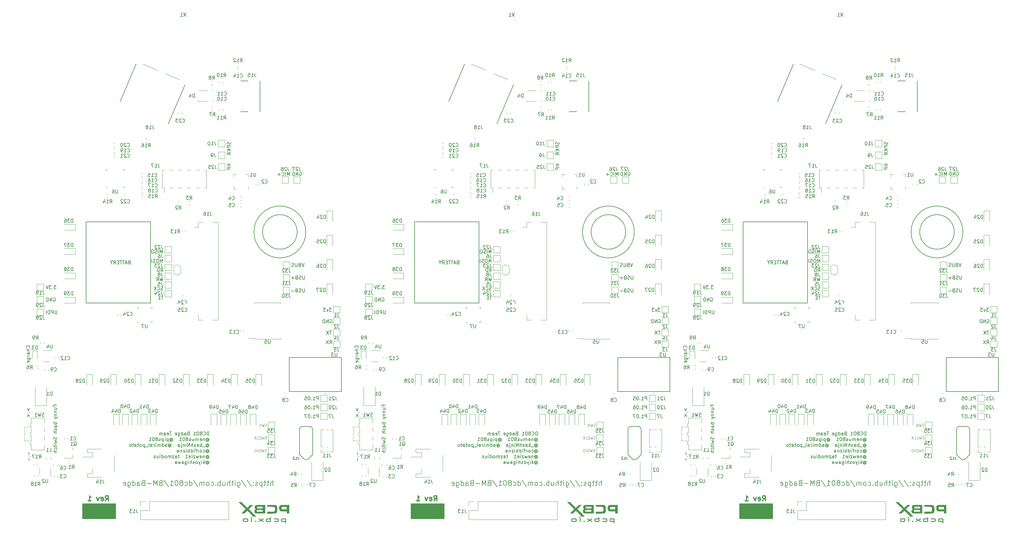
<source format=gbo>
%MOIN*%
%OFA0B0*%
%FSLAX46Y46*%
%IPPOS*%
%LPD*%
%ADD10C,0.0039370078740157488*%
%ADD11C,0.011811023622047244*%
%ADD12C,0.005905511811023622*%
%ADD13C,0.0078740157480314977*%
%ADD14C,0.0047244094488188976*%
%ADD15C,0.00039370078740157485*%
%ADD16C,0.005*%
%ADD17C,0.00984251968503937*%
%ADD18R,0.059055118110236227X0.059055118110236227*%
%ADD19C,0.066929133858267723*%
%ADD20O,0.066929133858267723X0.066929133858267723*%
%ADD21C,0.060000000000000005*%
%ADD22C,0.07874015748031496*%
%ADD23R,0.051181102362204731X0.011811023622047244*%
%ADD24R,0.086614173228346469X0.070866141732283464*%
%ADD25R,0.070866141732283464X0.0984251968503937*%
%ADD26C,0.035433070866141732*%
%ADD27R,0.0984251968503937X0.049212598425196853*%
%ADD28R,0.055118110236220472X0.03937007874015748*%
%ADD29R,0.055118110236220472X0.047244094488188976*%
%ADD30C,0.041338582677165357*%
%ADD31C,0.029527559055118113*%
%ADD32C,0.0388*%
%ADD33C,0.038900000000000004*%
%ADD34C,0.0309*%
%ADD35R,0.041732283464566935X0.025590551181102365*%
%ADD36R,0.03937007874015748X0.03937007874015748*%
%ADD37O,0.03937007874015748X0.03937007874015748*%
%ADD38R,0.025590551181102365X0.041732283464566935*%
%ADD39R,0.01968503937007874X0.01968503937007874*%
%ADD40O,0.10236220472440946X0.051181102362204731*%
%ADD41O,0.086614173228346469X0.043307086614173235*%
%ADD42R,0.027559055118110236X0.03937007874015748*%
%ADD43R,0.027559055118110236X0.011811023622047244*%
%ADD44R,0.066929133858267723X0.066929133858267723*%
%ADD45R,0.03937007874015748X0.11811023622047245*%
%ADD56C,0.0039370078740157488*%
%ADD57C,0.011811023622047244*%
%ADD58C,0.005905511811023622*%
%ADD59C,0.0078740157480314977*%
%ADD60C,0.0047244094488188976*%
%ADD61C,0.00039370078740157485*%
%ADD62C,0.005*%
%ADD63C,0.00984251968503937*%
%ADD64R,0.059055118110236227X0.059055118110236227*%
%ADD65C,0.066929133858267723*%
%ADD66O,0.066929133858267723X0.066929133858267723*%
%ADD67C,0.060000000000000005*%
%ADD68C,0.07874015748031496*%
%ADD69R,0.051181102362204731X0.011811023622047244*%
%ADD70R,0.086614173228346469X0.070866141732283464*%
%ADD71R,0.070866141732283464X0.0984251968503937*%
%ADD72C,0.035433070866141732*%
%ADD73R,0.0984251968503937X0.049212598425196853*%
%ADD74R,0.055118110236220472X0.03937007874015748*%
%ADD75R,0.055118110236220472X0.047244094488188976*%
%ADD76C,0.041338582677165357*%
%ADD77C,0.029527559055118113*%
%ADD78C,0.0388*%
%ADD79C,0.038900000000000004*%
%ADD80C,0.0309*%
%ADD81R,0.041732283464566935X0.025590551181102365*%
%ADD82R,0.03937007874015748X0.03937007874015748*%
%ADD83O,0.03937007874015748X0.03937007874015748*%
%ADD84R,0.025590551181102365X0.041732283464566935*%
%ADD85R,0.01968503937007874X0.01968503937007874*%
%ADD86O,0.10236220472440946X0.051181102362204731*%
%ADD87O,0.086614173228346469X0.043307086614173235*%
%ADD88R,0.027559055118110236X0.03937007874015748*%
%ADD89R,0.027559055118110236X0.011811023622047244*%
%ADD90R,0.066929133858267723X0.066929133858267723*%
%ADD91R,0.03937007874015748X0.11811023622047245*%
%ADD92C,0.0039370078740157488*%
%ADD93C,0.011811023622047244*%
%ADD94C,0.005905511811023622*%
%ADD95C,0.0078740157480314977*%
%ADD96C,0.0047244094488188976*%
%ADD97C,0.00039370078740157485*%
%ADD98C,0.005*%
%ADD99C,0.00984251968503937*%
%ADD100R,0.059055118110236227X0.059055118110236227*%
%ADD101C,0.066929133858267723*%
%ADD102O,0.066929133858267723X0.066929133858267723*%
%ADD103C,0.060000000000000005*%
%ADD104C,0.07874015748031496*%
%ADD105R,0.051181102362204731X0.011811023622047244*%
%ADD106R,0.086614173228346469X0.070866141732283464*%
%ADD107R,0.070866141732283464X0.0984251968503937*%
%ADD108C,0.035433070866141732*%
%ADD109R,0.0984251968503937X0.049212598425196853*%
%ADD110R,0.055118110236220472X0.03937007874015748*%
%ADD111R,0.055118110236220472X0.047244094488188976*%
%ADD112C,0.041338582677165357*%
%ADD113C,0.029527559055118113*%
%ADD114C,0.0388*%
%ADD115C,0.038900000000000004*%
%ADD116C,0.0309*%
%ADD117R,0.041732283464566935X0.025590551181102365*%
%ADD118R,0.03937007874015748X0.03937007874015748*%
%ADD119O,0.03937007874015748X0.03937007874015748*%
%ADD120R,0.025590551181102365X0.041732283464566935*%
%ADD121R,0.01968503937007874X0.01968503937007874*%
%ADD122O,0.10236220472440946X0.051181102362204731*%
%ADD123O,0.086614173228346469X0.043307086614173235*%
%ADD124R,0.027559055118110236X0.03937007874015748*%
%ADD125R,0.027559055118110236X0.011811023622047244*%
%ADD126R,0.066929133858267723X0.066929133858267723*%
%ADD127R,0.03937007874015748X0.11811023622047245*%
G01*
D10*
G36*
X0001432283Y0000492913D02*
G01*
X0001051181Y0000492913D01*
X0001051181Y0000665748D01*
X0001432283Y0000665748D01*
X0001432283Y0000492913D01*
G37*
X0001432283Y0000492913D02*
X0001051181Y0000492913D01*
X0001051181Y0000665748D01*
X0001432283Y0000665748D01*
X0001432283Y0000492913D01*
D11*
X0001314791Y0000696119D02*
X0001334476Y0000724240D01*
X0001348537Y0000696119D02*
X0001348537Y0000755174D01*
X0001326040Y0000755174D01*
X0001320416Y0000752362D01*
X0001317603Y0000749550D01*
X0001314791Y0000743925D01*
X0001314791Y0000735489D01*
X0001317603Y0000729865D01*
X0001320416Y0000727052D01*
X0001326040Y0000724240D01*
X0001348537Y0000724240D01*
X0001266985Y0000698931D02*
X0001272609Y0000696119D01*
X0001283858Y0000696119D01*
X0001289482Y0000698931D01*
X0001292294Y0000704555D01*
X0001292294Y0000727052D01*
X0001289482Y0000732677D01*
X0001283858Y0000735489D01*
X0001272609Y0000735489D01*
X0001266985Y0000732677D01*
X0001264173Y0000727052D01*
X0001264173Y0000721428D01*
X0001292294Y0000715804D01*
X0001244488Y0000735489D02*
X0001230427Y0000696119D01*
X0001216366Y0000735489D01*
X0001117941Y0000696119D02*
X0001151687Y0000696119D01*
X0001134814Y0000696119D02*
X0001134814Y0000755174D01*
X0001140438Y0000746737D01*
X0001146062Y0000741113D01*
X0001151687Y0000738301D01*
D12*
X0001972759Y0003027465D02*
X0001950262Y0003027465D01*
X0001961511Y0002988095D02*
X0001961511Y0003027465D01*
X0001937139Y0003008717D02*
X0001924015Y0003008717D01*
X0001918391Y0002988095D02*
X0001937139Y0002988095D01*
X0001937139Y0003027465D01*
X0001918391Y0003027465D01*
X0001969010Y0003094909D02*
X0001963385Y0003093034D01*
X0001954011Y0003093034D01*
X0001950262Y0003094909D01*
X0001948387Y0003096784D01*
X0001946512Y0003100533D01*
X0001946512Y0003104283D01*
X0001948387Y0003108032D01*
X0001950262Y0003109907D01*
X0001954011Y0003111782D01*
X0001961511Y0003113656D01*
X0001965260Y0003115531D01*
X0001967135Y0003117406D01*
X0001969010Y0003121155D01*
X0001969010Y0003124905D01*
X0001967135Y0003128655D01*
X0001965260Y0003130529D01*
X0001961511Y0003132404D01*
X0001952137Y0003132404D01*
X0001946512Y0003130529D01*
X0001907142Y0003096784D02*
X0001909017Y0003094909D01*
X0001914641Y0003093034D01*
X0001918391Y0003093034D01*
X0001924015Y0003094909D01*
X0001927765Y0003098658D01*
X0001929640Y0003102408D01*
X0001931514Y0003109907D01*
X0001931514Y0003115531D01*
X0001929640Y0003123030D01*
X0001927765Y0003126780D01*
X0001924015Y0003130529D01*
X0001918391Y0003132404D01*
X0001914641Y0003132404D01*
X0001909017Y0003130529D01*
X0001907142Y0003128655D01*
X0001890269Y0003093034D02*
X0001890269Y0003132404D01*
X0001867772Y0003093034D02*
X0001884645Y0003115531D01*
X0001867772Y0003132404D02*
X0001890269Y0003109907D01*
X0001970884Y0003237343D02*
X0001961511Y0003197973D01*
X0001954012Y0003226095D01*
X0001946512Y0003197973D01*
X0001937139Y0003237343D01*
X0001899643Y0003197973D02*
X0001912767Y0003216721D01*
X0001922140Y0003197973D02*
X0001922140Y0003237343D01*
X0001907142Y0003237343D01*
X0001903393Y0003235468D01*
X0001901518Y0003233594D01*
X0001899643Y0003229844D01*
X0001899643Y0003224220D01*
X0001901518Y0003220470D01*
X0001903393Y0003218596D01*
X0001907142Y0003216721D01*
X0001922140Y0003216721D01*
X0001944638Y0003302912D02*
X0001957761Y0003321660D01*
X0001967135Y0003302912D02*
X0001967135Y0003342282D01*
X0001952137Y0003342282D01*
X0001948387Y0003340408D01*
X0001946512Y0003338533D01*
X0001944638Y0003334783D01*
X0001944638Y0003329159D01*
X0001946512Y0003325409D01*
X0001948387Y0003323535D01*
X0001952137Y0003321660D01*
X0001967135Y0003321660D01*
X0001927765Y0003302912D02*
X0001927765Y0003342282D01*
X0001918391Y0003342282D01*
X0001912767Y0003340408D01*
X0001909017Y0003336658D01*
X0001907142Y0003332909D01*
X0001905268Y0003325409D01*
X0001905268Y0003319785D01*
X0001907142Y0003312286D01*
X0001909017Y0003308537D01*
X0001912767Y0003304787D01*
X0001918391Y0003302912D01*
X0001927765Y0003302912D01*
X0001967135Y0003407851D02*
X0001967135Y0003447222D01*
X0001954012Y0003419100D01*
X0001940888Y0003447222D01*
X0001940888Y0003407851D01*
X0001914641Y0003447222D02*
X0001907142Y0003447222D01*
X0001903393Y0003445347D01*
X0001899643Y0003441597D01*
X0001897769Y0003434098D01*
X0001897769Y0003420975D01*
X0001899643Y0003413476D01*
X0001903393Y0003409726D01*
X0001907142Y0003407851D01*
X0001914641Y0003407851D01*
X0001918391Y0003409726D01*
X0001922140Y0003413476D01*
X0001924015Y0003420975D01*
X0001924015Y0003434098D01*
X0001922140Y0003441597D01*
X0001918391Y0003445347D01*
X0001914641Y0003447222D01*
X0001882770Y0003409726D02*
X0001877146Y0003407851D01*
X0001867772Y0003407851D01*
X0001864023Y0003409726D01*
X0001862148Y0003411601D01*
X0001860273Y0003415350D01*
X0001860273Y0003419100D01*
X0001862148Y0003422850D01*
X0001864023Y0003424724D01*
X0001867772Y0003426599D01*
X0001875271Y0003428474D01*
X0001879021Y0003430349D01*
X0001880896Y0003432223D01*
X0001882770Y0003435973D01*
X0001882770Y0003439722D01*
X0001880896Y0003443472D01*
X0001879021Y0003445347D01*
X0001875271Y0003447222D01*
X0001865898Y0003447222D01*
X0001860273Y0003445347D01*
X0001843400Y0003407851D02*
X0001843400Y0003447222D01*
X0001967135Y0003512791D02*
X0001967135Y0003552161D01*
X0001954012Y0003524039D01*
X0001940888Y0003552161D01*
X0001940888Y0003512791D01*
X0001922140Y0003512791D02*
X0001922140Y0003552161D01*
X0001905268Y0003514665D02*
X0001899643Y0003512791D01*
X0001890269Y0003512791D01*
X0001886520Y0003514665D01*
X0001884645Y0003516540D01*
X0001882770Y0003520290D01*
X0001882770Y0003524039D01*
X0001884645Y0003527789D01*
X0001886520Y0003529663D01*
X0001890269Y0003531538D01*
X0001897769Y0003533413D01*
X0001901518Y0003535288D01*
X0001903393Y0003537162D01*
X0001905268Y0003540912D01*
X0001905268Y0003544662D01*
X0001903393Y0003548411D01*
X0001901518Y0003550286D01*
X0001897769Y0003552161D01*
X0001888395Y0003552161D01*
X0001882770Y0003550286D01*
X0001858398Y0003552161D02*
X0001850899Y0003552161D01*
X0001847150Y0003550286D01*
X0001843400Y0003546536D01*
X0001841526Y0003539037D01*
X0001841526Y0003525914D01*
X0001843400Y0003518415D01*
X0001847150Y0003514665D01*
X0001850899Y0003512791D01*
X0001858398Y0003512791D01*
X0001862148Y0003514665D01*
X0001865898Y0003518415D01*
X0001867772Y0003525914D01*
X0001867772Y0003539037D01*
X0001865898Y0003546536D01*
X0001862148Y0003550286D01*
X0001858398Y0003552161D01*
X0001587795Y0003411867D02*
X0001582170Y0003409992D01*
X0001580296Y0003408117D01*
X0001578421Y0003404368D01*
X0001578421Y0003398743D01*
X0001580296Y0003394994D01*
X0001582170Y0003393119D01*
X0001585920Y0003391244D01*
X0001600918Y0003391244D01*
X0001600918Y0003430614D01*
X0001587795Y0003430614D01*
X0001584045Y0003428740D01*
X0001582170Y0003426865D01*
X0001580296Y0003423115D01*
X0001580296Y0003419366D01*
X0001582170Y0003415616D01*
X0001584045Y0003413742D01*
X0001587795Y0003411867D01*
X0001600918Y0003411867D01*
X0001563423Y0003402493D02*
X0001544675Y0003402493D01*
X0001567172Y0003391244D02*
X0001554049Y0003430614D01*
X0001540926Y0003391244D01*
X0001533427Y0003430614D02*
X0001510929Y0003430614D01*
X0001522178Y0003391244D02*
X0001522178Y0003430614D01*
X0001503430Y0003430614D02*
X0001480933Y0003430614D01*
X0001492182Y0003391244D02*
X0001492182Y0003430614D01*
X0001467810Y0003411867D02*
X0001454686Y0003411867D01*
X0001449062Y0003391244D02*
X0001467810Y0003391244D01*
X0001467810Y0003430614D01*
X0001449062Y0003430614D01*
X0001409692Y0003391244D02*
X0001422815Y0003409992D01*
X0001432189Y0003391244D02*
X0001432189Y0003430614D01*
X0001417191Y0003430614D01*
X0001413442Y0003428740D01*
X0001411567Y0003426865D01*
X0001409692Y0003423115D01*
X0001409692Y0003417491D01*
X0001411567Y0003413742D01*
X0001413442Y0003411867D01*
X0001417191Y0003409992D01*
X0001432189Y0003409992D01*
X0001385320Y0003409992D02*
X0001385320Y0003391244D01*
X0001398443Y0003430614D02*
X0001385320Y0003409992D01*
X0001372197Y0003430614D01*
X0001829133Y0002946850D02*
X0001829133Y0003870078D01*
X0001094881Y0002946850D02*
X0001829133Y0002946850D01*
X0001094881Y0003870078D02*
X0001094881Y0002946850D01*
X0001829133Y0003870078D02*
X0001094881Y0003870078D01*
D10*
X0003153412Y0001543157D02*
X0003148912Y0001541657D01*
X0003141413Y0001541657D01*
X0003138413Y0001543157D01*
X0003136914Y0001544656D01*
X0003135414Y0001547656D01*
X0003135414Y0001550656D01*
X0003136914Y0001553655D01*
X0003138413Y0001555155D01*
X0003141413Y0001556655D01*
X0003147412Y0001558155D01*
X0003150412Y0001559655D01*
X0003151912Y0001561154D01*
X0003153412Y0001564154D01*
X0003153412Y0001567154D01*
X0003151912Y0001570153D01*
X0003150412Y0001571653D01*
X0003147412Y0001573153D01*
X0003139913Y0001573153D01*
X0003135414Y0001571653D01*
X0003124915Y0001573153D02*
X0003117416Y0001541657D01*
X0003111417Y0001564154D01*
X0003105418Y0001541657D01*
X0003097918Y0001573153D01*
X0003079921Y0001573153D02*
X0003076921Y0001573153D01*
X0003073922Y0001571653D01*
X0003072422Y0001570153D01*
X0003070922Y0001567154D01*
X0003069422Y0001561154D01*
X0003069422Y0001553655D01*
X0003070922Y0001547656D01*
X0003072422Y0001544656D01*
X0003073922Y0001543157D01*
X0003076921Y0001541657D01*
X0003079921Y0001541657D01*
X0003082920Y0001543157D01*
X0003084420Y0001544656D01*
X0003085920Y0001547656D01*
X0003087420Y0001553655D01*
X0003087420Y0001561154D01*
X0003085920Y0001567154D01*
X0003084420Y0001570153D01*
X0003082920Y0001571653D01*
X0003079921Y0001573153D01*
X0003153918Y0001399062D02*
X0003149418Y0001397562D01*
X0003141919Y0001397562D01*
X0003138920Y0001399062D01*
X0003137420Y0001400562D01*
X0003135920Y0001403562D01*
X0003135920Y0001406561D01*
X0003137420Y0001409561D01*
X0003138920Y0001411061D01*
X0003141919Y0001412560D01*
X0003147918Y0001414060D01*
X0003150918Y0001415560D01*
X0003152418Y0001417060D01*
X0003153918Y0001420060D01*
X0003153918Y0001423059D01*
X0003152418Y0001426059D01*
X0003150918Y0001427559D01*
X0003147918Y0001429058D01*
X0003140419Y0001429058D01*
X0003135920Y0001427559D01*
X0003125421Y0001429058D02*
X0003117922Y0001397562D01*
X0003111923Y0001420060D01*
X0003105924Y0001397562D01*
X0003098425Y0001429058D01*
X0003068428Y0001400562D02*
X0003069928Y0001399062D01*
X0003074428Y0001397562D01*
X0003077427Y0001397562D01*
X0003081927Y0001399062D01*
X0003084926Y0001402062D01*
X0003086426Y0001405061D01*
X0003087926Y0001411061D01*
X0003087926Y0001415560D01*
X0003086426Y0001421559D01*
X0003084926Y0001424559D01*
X0003081927Y0001427559D01*
X0003077427Y0001429058D01*
X0003074428Y0001429058D01*
X0003069928Y0001427559D01*
X0003068428Y0001426059D01*
X0003039932Y0001397562D02*
X0003054930Y0001397562D01*
X0003054930Y0001429058D01*
X0003029433Y0001397562D02*
X0003029433Y0001429058D01*
X0003011436Y0001397562D02*
X0003024934Y0001415560D01*
X0003011436Y0001429058D02*
X0003029433Y0001411061D01*
X0003149418Y0001255361D02*
X0003144919Y0001253862D01*
X0003137420Y0001253862D01*
X0003134420Y0001255361D01*
X0003132920Y0001256861D01*
X0003131421Y0001259861D01*
X0003131421Y0001262860D01*
X0003132920Y0001265860D01*
X0003134420Y0001267360D01*
X0003137420Y0001268860D01*
X0003143419Y0001270359D01*
X0003146419Y0001271859D01*
X0003147918Y0001273359D01*
X0003149418Y0001276359D01*
X0003149418Y0001279358D01*
X0003147918Y0001282358D01*
X0003146419Y0001283858D01*
X0003143419Y0001285358D01*
X0003135920Y0001285358D01*
X0003131421Y0001283858D01*
X0003120922Y0001285358D02*
X0003113423Y0001253862D01*
X0003107424Y0001276359D01*
X0003101424Y0001253862D01*
X0003093925Y0001285358D01*
X0003081927Y0001253862D02*
X0003081927Y0001285358D01*
X0003074428Y0001285358D01*
X0003069928Y0001283858D01*
X0003066929Y0001280858D01*
X0003065429Y0001277859D01*
X0003063929Y0001271859D01*
X0003063929Y0001267360D01*
X0003065429Y0001261361D01*
X0003066929Y0001258361D01*
X0003069928Y0001255361D01*
X0003074428Y0001253862D01*
X0003081927Y0001253862D01*
X0003050431Y0001253862D02*
X0003050431Y0001285358D01*
X0003029433Y0001285358D02*
X0003023434Y0001285358D01*
X0003020434Y0001283858D01*
X0003017435Y0001280858D01*
X0003015935Y0001274859D01*
X0003015935Y0001264360D01*
X0003017435Y0001258361D01*
X0003020434Y0001255361D01*
X0003023434Y0001253862D01*
X0003029433Y0001253862D01*
X0003032433Y0001255361D01*
X0003035433Y0001258361D01*
X0003036932Y0001264360D01*
X0003036932Y0001274859D01*
X0003035433Y0001280858D01*
X0003032433Y0001283858D01*
X0003029433Y0001285358D01*
D12*
X0002494267Y0001443803D02*
X0002494267Y0001483173D01*
X0002484894Y0001483173D01*
X0002479269Y0001481299D01*
X0002475520Y0001477549D01*
X0002473645Y0001473800D01*
X0002471770Y0001466301D01*
X0002471770Y0001460676D01*
X0002473645Y0001453177D01*
X0002475520Y0001449428D01*
X0002479269Y0001445678D01*
X0002484894Y0001443803D01*
X0002494267Y0001443803D01*
X0002432400Y0001447553D02*
X0002434275Y0001445678D01*
X0002439899Y0001443803D01*
X0002443649Y0001443803D01*
X0002449273Y0001445678D01*
X0002453023Y0001449428D01*
X0002454897Y0001453177D01*
X0002456772Y0001460676D01*
X0002456772Y0001466301D01*
X0002454897Y0001473800D01*
X0002453023Y0001477549D01*
X0002449273Y0001481299D01*
X0002443649Y0001483173D01*
X0002439899Y0001483173D01*
X0002434275Y0001481299D01*
X0002432400Y0001479424D01*
X0002409903Y0001466301D02*
X0002413652Y0001468175D01*
X0002415527Y0001470050D01*
X0002417402Y0001473800D01*
X0002417402Y0001475674D01*
X0002415527Y0001479424D01*
X0002413652Y0001481299D01*
X0002409903Y0001483173D01*
X0002402404Y0001483173D01*
X0002398654Y0001481299D01*
X0002396780Y0001479424D01*
X0002394905Y0001475674D01*
X0002394905Y0001473800D01*
X0002396780Y0001470050D01*
X0002398654Y0001468175D01*
X0002402404Y0001466301D01*
X0002409903Y0001466301D01*
X0002413652Y0001464426D01*
X0002415527Y0001462551D01*
X0002417402Y0001458802D01*
X0002417402Y0001451302D01*
X0002415527Y0001447553D01*
X0002413652Y0001445678D01*
X0002409903Y0001443803D01*
X0002402404Y0001443803D01*
X0002398654Y0001445678D01*
X0002396780Y0001447553D01*
X0002394905Y0001451302D01*
X0002394905Y0001458802D01*
X0002396780Y0001462551D01*
X0002398654Y0001464426D01*
X0002402404Y0001466301D01*
X0002370533Y0001483173D02*
X0002366783Y0001483173D01*
X0002363034Y0001481299D01*
X0002361159Y0001479424D01*
X0002359284Y0001475674D01*
X0002357410Y0001468175D01*
X0002357410Y0001458802D01*
X0002359284Y0001451302D01*
X0002361159Y0001447553D01*
X0002363034Y0001445678D01*
X0002366783Y0001443803D01*
X0002370533Y0001443803D01*
X0002374282Y0001445678D01*
X0002376157Y0001447553D01*
X0002378032Y0001451302D01*
X0002379907Y0001458802D01*
X0002379907Y0001468175D01*
X0002378032Y0001475674D01*
X0002376157Y0001479424D01*
X0002374282Y0001481299D01*
X0002370533Y0001483173D01*
X0002319914Y0001443803D02*
X0002342411Y0001443803D01*
X0002331163Y0001443803D02*
X0002331163Y0001483173D01*
X0002334912Y0001477549D01*
X0002338662Y0001473800D01*
X0002342411Y0001471925D01*
X0002259922Y0001464426D02*
X0002254297Y0001462551D01*
X0002252423Y0001460676D01*
X0002250548Y0001456927D01*
X0002250548Y0001451302D01*
X0002252423Y0001447553D01*
X0002254297Y0001445678D01*
X0002258047Y0001443803D01*
X0002273045Y0001443803D01*
X0002273045Y0001483173D01*
X0002259922Y0001483173D01*
X0002256172Y0001481299D01*
X0002254297Y0001479424D01*
X0002252423Y0001475674D01*
X0002252423Y0001471925D01*
X0002254297Y0001468175D01*
X0002256172Y0001466301D01*
X0002259922Y0001464426D01*
X0002273045Y0001464426D01*
X0002216802Y0001443803D02*
X0002216802Y0001464426D01*
X0002218677Y0001468175D01*
X0002222426Y0001470050D01*
X0002229925Y0001470050D01*
X0002233675Y0001468175D01*
X0002216802Y0001445678D02*
X0002220552Y0001443803D01*
X0002229925Y0001443803D01*
X0002233675Y0001445678D01*
X0002235550Y0001449428D01*
X0002235550Y0001453177D01*
X0002233675Y0001456927D01*
X0002229925Y0001458802D01*
X0002220552Y0001458802D01*
X0002216802Y0001460676D01*
X0002181182Y0001443803D02*
X0002181182Y0001483173D01*
X0002181182Y0001445678D02*
X0002184931Y0001443803D01*
X0002192430Y0001443803D01*
X0002196180Y0001445678D01*
X0002198054Y0001447553D01*
X0002199929Y0001451302D01*
X0002199929Y0001462551D01*
X0002198054Y0001466301D01*
X0002196180Y0001468175D01*
X0002192430Y0001470050D01*
X0002184931Y0001470050D01*
X0002181182Y0001468175D01*
X0002145561Y0001470050D02*
X0002145561Y0001438179D01*
X0002147436Y0001434430D01*
X0002149311Y0001432555D01*
X0002153060Y0001430680D01*
X0002158684Y0001430680D01*
X0002162434Y0001432555D01*
X0002145561Y0001445678D02*
X0002149311Y0001443803D01*
X0002156810Y0001443803D01*
X0002160559Y0001445678D01*
X0002162434Y0001447553D01*
X0002164309Y0001451302D01*
X0002164309Y0001462551D01*
X0002162434Y0001466301D01*
X0002160559Y0001468175D01*
X0002156810Y0001470050D01*
X0002149311Y0001470050D01*
X0002145561Y0001468175D01*
X0002111815Y0001445678D02*
X0002115565Y0001443803D01*
X0002123064Y0001443803D01*
X0002126813Y0001445678D01*
X0002128688Y0001449428D01*
X0002128688Y0001464426D01*
X0002126813Y0001468175D01*
X0002123064Y0001470050D01*
X0002115565Y0001470050D01*
X0002111815Y0001468175D01*
X0002109940Y0001464426D01*
X0002109940Y0001460676D01*
X0002128688Y0001456927D01*
X0002068696Y0001483173D02*
X0002046198Y0001483173D01*
X0002057447Y0001443803D02*
X0002057447Y0001483173D01*
X0002018077Y0001445678D02*
X0002021826Y0001443803D01*
X0002029325Y0001443803D01*
X0002033075Y0001445678D01*
X0002034950Y0001449428D01*
X0002034950Y0001464426D01*
X0002033075Y0001468175D01*
X0002029325Y0001470050D01*
X0002021826Y0001470050D01*
X0002018077Y0001468175D01*
X0002016202Y0001464426D01*
X0002016202Y0001460676D01*
X0002034950Y0001456927D01*
X0001982456Y0001443803D02*
X0001982456Y0001464426D01*
X0001984331Y0001468175D01*
X0001988081Y0001470050D01*
X0001995580Y0001470050D01*
X0001999329Y0001468175D01*
X0001982456Y0001445678D02*
X0001986206Y0001443803D01*
X0001995580Y0001443803D01*
X0001999329Y0001445678D01*
X0002001204Y0001449428D01*
X0002001204Y0001453177D01*
X0001999329Y0001456927D01*
X0001995580Y0001458802D01*
X0001986206Y0001458802D01*
X0001982456Y0001460676D01*
X0001963709Y0001443803D02*
X0001963709Y0001470050D01*
X0001963709Y0001466301D02*
X0001961834Y0001468175D01*
X0001958084Y0001470050D01*
X0001952460Y0001470050D01*
X0001948711Y0001468175D01*
X0001946836Y0001464426D01*
X0001946836Y0001443803D01*
X0001946836Y0001464426D02*
X0001944961Y0001468175D01*
X0001941212Y0001470050D01*
X0001935587Y0001470050D01*
X0001931838Y0001468175D01*
X0001929963Y0001464426D01*
X0001929963Y0001443803D01*
X0002469895Y0001397590D02*
X0002471770Y0001399465D01*
X0002475520Y0001401340D01*
X0002479269Y0001401340D01*
X0002483019Y0001399465D01*
X0002484894Y0001397590D01*
X0002486768Y0001393841D01*
X0002486768Y0001390091D01*
X0002484894Y0001386342D01*
X0002483019Y0001384467D01*
X0002479269Y0001382592D01*
X0002475520Y0001382592D01*
X0002471770Y0001384467D01*
X0002469895Y0001386342D01*
X0002469895Y0001401340D02*
X0002469895Y0001386342D01*
X0002468021Y0001384467D01*
X0002466146Y0001384467D01*
X0002462396Y0001386342D01*
X0002460522Y0001390091D01*
X0002460522Y0001399465D01*
X0002464271Y0001405089D01*
X0002469895Y0001408839D01*
X0002477395Y0001410714D01*
X0002484894Y0001408839D01*
X0002490518Y0001405089D01*
X0002494267Y0001399465D01*
X0002496142Y0001391966D01*
X0002494267Y0001384467D01*
X0002490518Y0001378843D01*
X0002484894Y0001375093D01*
X0002477395Y0001373218D01*
X0002469895Y0001375093D01*
X0002464271Y0001378843D01*
X0002443649Y0001405089D02*
X0002443649Y0001378843D01*
X0002443649Y0001401340D02*
X0002441774Y0001403215D01*
X0002438024Y0001405089D01*
X0002432400Y0001405089D01*
X0002428651Y0001403215D01*
X0002426776Y0001399465D01*
X0002426776Y0001378843D01*
X0002393030Y0001380718D02*
X0002396780Y0001378843D01*
X0002404279Y0001378843D01*
X0002408028Y0001380718D01*
X0002409903Y0001384467D01*
X0002409903Y0001399465D01*
X0002408028Y0001403215D01*
X0002404279Y0001405089D01*
X0002396780Y0001405089D01*
X0002393030Y0001403215D01*
X0002391155Y0001399465D01*
X0002391155Y0001395716D01*
X0002409903Y0001391966D01*
X0002374282Y0001378843D02*
X0002374282Y0001405089D01*
X0002374282Y0001401340D02*
X0002372408Y0001403215D01*
X0002368658Y0001405089D01*
X0002363034Y0001405089D01*
X0002359284Y0001403215D01*
X0002357410Y0001399465D01*
X0002357410Y0001378843D01*
X0002357410Y0001399465D02*
X0002355535Y0001403215D01*
X0002351785Y0001405089D01*
X0002346161Y0001405089D01*
X0002342411Y0001403215D01*
X0002340537Y0001399465D01*
X0002340537Y0001378843D01*
X0002304916Y0001405089D02*
X0002304916Y0001378843D01*
X0002321789Y0001405089D02*
X0002321789Y0001384467D01*
X0002319914Y0001380718D01*
X0002316165Y0001378843D01*
X0002310540Y0001378843D01*
X0002306791Y0001380718D01*
X0002304916Y0001382592D01*
X0002288043Y0001380718D02*
X0002284294Y0001378843D01*
X0002276795Y0001378843D01*
X0002273045Y0001380718D01*
X0002271170Y0001384467D01*
X0002271170Y0001386342D01*
X0002273045Y0001390091D01*
X0002276795Y0001391966D01*
X0002282419Y0001391966D01*
X0002286168Y0001393841D01*
X0002288043Y0001397590D01*
X0002288043Y0001399465D01*
X0002286168Y0001403215D01*
X0002282419Y0001405089D01*
X0002276795Y0001405089D01*
X0002273045Y0001403215D01*
X0002248673Y0001401340D02*
X0002252423Y0001403215D01*
X0002254297Y0001405089D01*
X0002256172Y0001408839D01*
X0002256172Y0001410714D01*
X0002254297Y0001414463D01*
X0002252423Y0001416338D01*
X0002248673Y0001418213D01*
X0002241174Y0001418213D01*
X0002237425Y0001416338D01*
X0002235550Y0001414463D01*
X0002233675Y0001410714D01*
X0002233675Y0001408839D01*
X0002235550Y0001405089D01*
X0002237425Y0001403215D01*
X0002241174Y0001401340D01*
X0002248673Y0001401340D01*
X0002252423Y0001399465D01*
X0002254297Y0001397590D01*
X0002256172Y0001393841D01*
X0002256172Y0001386342D01*
X0002254297Y0001382592D01*
X0002252423Y0001380718D01*
X0002248673Y0001378843D01*
X0002241174Y0001378843D01*
X0002237425Y0001380718D01*
X0002235550Y0001382592D01*
X0002233675Y0001386342D01*
X0002233675Y0001393841D01*
X0002235550Y0001397590D01*
X0002237425Y0001399465D01*
X0002241174Y0001401340D01*
X0002209303Y0001418213D02*
X0002205553Y0001418213D01*
X0002201804Y0001416338D01*
X0002199929Y0001414463D01*
X0002198054Y0001410714D01*
X0002196180Y0001403215D01*
X0002196180Y0001393841D01*
X0002198054Y0001386342D01*
X0002199929Y0001382592D01*
X0002201804Y0001380718D01*
X0002205553Y0001378843D01*
X0002209303Y0001378843D01*
X0002213053Y0001380718D01*
X0002214927Y0001382592D01*
X0002216802Y0001386342D01*
X0002218677Y0001393841D01*
X0002218677Y0001403215D01*
X0002216802Y0001410714D01*
X0002214927Y0001414463D01*
X0002213053Y0001416338D01*
X0002209303Y0001418213D01*
X0002158684Y0001378843D02*
X0002181182Y0001378843D01*
X0002169933Y0001378843D02*
X0002169933Y0001418213D01*
X0002173682Y0001412589D01*
X0002177432Y0001408839D01*
X0002181182Y0001406964D01*
X0002057447Y0001397590D02*
X0002059322Y0001399465D01*
X0002063071Y0001401340D01*
X0002066821Y0001401340D01*
X0002070570Y0001399465D01*
X0002072445Y0001397590D01*
X0002074320Y0001393841D01*
X0002074320Y0001390091D01*
X0002072445Y0001386342D01*
X0002070570Y0001384467D01*
X0002066821Y0001382592D01*
X0002063071Y0001382592D01*
X0002059322Y0001384467D01*
X0002057447Y0001386342D01*
X0002057447Y0001401340D02*
X0002057447Y0001386342D01*
X0002055572Y0001384467D01*
X0002053697Y0001384467D01*
X0002049948Y0001386342D01*
X0002048073Y0001390091D01*
X0002048073Y0001399465D01*
X0002051823Y0001405089D01*
X0002057447Y0001408839D01*
X0002064946Y0001410714D01*
X0002072445Y0001408839D01*
X0002078069Y0001405089D01*
X0002081819Y0001399465D01*
X0002083694Y0001391966D01*
X0002081819Y0001384467D01*
X0002078069Y0001378843D01*
X0002072445Y0001375093D01*
X0002064946Y0001373218D01*
X0002057447Y0001375093D01*
X0002051823Y0001378843D01*
X0002031200Y0001405089D02*
X0002031200Y0001365719D01*
X0002031200Y0001403215D02*
X0002027451Y0001405089D01*
X0002019952Y0001405089D01*
X0002016202Y0001403215D01*
X0002014327Y0001401340D01*
X0002012453Y0001397590D01*
X0002012453Y0001386342D01*
X0002014327Y0001382592D01*
X0002016202Y0001380718D01*
X0002019952Y0001378843D01*
X0002027451Y0001378843D01*
X0002031200Y0001380718D01*
X0001995580Y0001378843D02*
X0001995580Y0001405089D01*
X0001995580Y0001418213D02*
X0001997455Y0001416338D01*
X0001995580Y0001414463D01*
X0001993705Y0001416338D01*
X0001995580Y0001418213D01*
X0001995580Y0001414463D01*
X0001976832Y0001405089D02*
X0001976832Y0001365719D01*
X0001976832Y0001403215D02*
X0001973083Y0001405089D01*
X0001965583Y0001405089D01*
X0001961834Y0001403215D01*
X0001959959Y0001401340D01*
X0001958084Y0001397590D01*
X0001958084Y0001386342D01*
X0001959959Y0001382592D01*
X0001961834Y0001380718D01*
X0001965583Y0001378843D01*
X0001973083Y0001378843D01*
X0001976832Y0001380718D01*
X0001943086Y0001380718D02*
X0001939337Y0001378843D01*
X0001931838Y0001378843D01*
X0001928088Y0001380718D01*
X0001926213Y0001384467D01*
X0001926213Y0001386342D01*
X0001928088Y0001390091D01*
X0001931838Y0001391966D01*
X0001937462Y0001391966D01*
X0001941212Y0001393841D01*
X0001943086Y0001397590D01*
X0001943086Y0001399465D01*
X0001941212Y0001403215D01*
X0001937462Y0001405089D01*
X0001931838Y0001405089D01*
X0001928088Y0001403215D01*
X0001903716Y0001401340D02*
X0001907466Y0001403215D01*
X0001909340Y0001405089D01*
X0001911215Y0001408839D01*
X0001911215Y0001410714D01*
X0001909340Y0001414463D01*
X0001907466Y0001416338D01*
X0001903716Y0001418213D01*
X0001896217Y0001418213D01*
X0001892468Y0001416338D01*
X0001890593Y0001414463D01*
X0001888718Y0001410714D01*
X0001888718Y0001408839D01*
X0001890593Y0001405089D01*
X0001892468Y0001403215D01*
X0001896217Y0001401340D01*
X0001903716Y0001401340D01*
X0001907466Y0001399465D01*
X0001909340Y0001397590D01*
X0001911215Y0001393841D01*
X0001911215Y0001386342D01*
X0001909340Y0001382592D01*
X0001907466Y0001380718D01*
X0001903716Y0001378843D01*
X0001896217Y0001378843D01*
X0001892468Y0001380718D01*
X0001890593Y0001382592D01*
X0001888718Y0001386342D01*
X0001888718Y0001393841D01*
X0001890593Y0001397590D01*
X0001892468Y0001399465D01*
X0001896217Y0001401340D01*
X0001864346Y0001418213D02*
X0001860597Y0001418213D01*
X0001856847Y0001416338D01*
X0001854972Y0001414463D01*
X0001853098Y0001410714D01*
X0001851223Y0001403215D01*
X0001851223Y0001393841D01*
X0001853098Y0001386342D01*
X0001854972Y0001382592D01*
X0001856847Y0001380718D01*
X0001860597Y0001378843D01*
X0001864346Y0001378843D01*
X0001868096Y0001380718D01*
X0001869970Y0001382592D01*
X0001871845Y0001386342D01*
X0001873720Y0001393841D01*
X0001873720Y0001403215D01*
X0001871845Y0001410714D01*
X0001869970Y0001414463D01*
X0001868096Y0001416338D01*
X0001864346Y0001418213D01*
X0001813727Y0001378843D02*
X0001836225Y0001378843D01*
X0001824976Y0001378843D02*
X0001824976Y0001418213D01*
X0001828726Y0001412589D01*
X0001832475Y0001408839D01*
X0001836225Y0001406964D01*
X0002469895Y0001332630D02*
X0002471770Y0001334505D01*
X0002475520Y0001336379D01*
X0002479269Y0001336379D01*
X0002483019Y0001334505D01*
X0002484894Y0001332630D01*
X0002486768Y0001328880D01*
X0002486768Y0001325131D01*
X0002484894Y0001321381D01*
X0002483019Y0001319506D01*
X0002479269Y0001317632D01*
X0002475520Y0001317632D01*
X0002471770Y0001319506D01*
X0002469895Y0001321381D01*
X0002469895Y0001336379D02*
X0002469895Y0001321381D01*
X0002468021Y0001319506D01*
X0002466146Y0001319506D01*
X0002462396Y0001321381D01*
X0002460522Y0001325131D01*
X0002460522Y0001334505D01*
X0002464271Y0001340129D01*
X0002469895Y0001343878D01*
X0002477395Y0001345753D01*
X0002484894Y0001343878D01*
X0002490518Y0001340129D01*
X0002494267Y0001334505D01*
X0002496142Y0001327006D01*
X0002494267Y0001319506D01*
X0002490518Y0001313882D01*
X0002484894Y0001310133D01*
X0002477395Y0001308258D01*
X0002469895Y0001310133D01*
X0002464271Y0001313882D01*
X0002453023Y0001310133D02*
X0002423026Y0001310133D01*
X0002413652Y0001313882D02*
X0002413652Y0001353252D01*
X0002413652Y0001338254D02*
X0002409903Y0001340129D01*
X0002402404Y0001340129D01*
X0002398654Y0001338254D01*
X0002396780Y0001336379D01*
X0002394905Y0001332630D01*
X0002394905Y0001321381D01*
X0002396780Y0001317632D01*
X0002398654Y0001315757D01*
X0002402404Y0001313882D01*
X0002409903Y0001313882D01*
X0002413652Y0001315757D01*
X0002361159Y0001313882D02*
X0002361159Y0001334505D01*
X0002363034Y0001338254D01*
X0002366783Y0001340129D01*
X0002374282Y0001340129D01*
X0002378032Y0001338254D01*
X0002361159Y0001315757D02*
X0002364909Y0001313882D01*
X0002374282Y0001313882D01*
X0002378032Y0001315757D01*
X0002379907Y0001319506D01*
X0002379907Y0001323256D01*
X0002378032Y0001327006D01*
X0002374282Y0001328880D01*
X0002364909Y0001328880D01*
X0002361159Y0001330755D01*
X0002344286Y0001315757D02*
X0002340537Y0001313882D01*
X0002333038Y0001313882D01*
X0002329288Y0001315757D01*
X0002327413Y0001319506D01*
X0002327413Y0001321381D01*
X0002329288Y0001325131D01*
X0002333038Y0001327006D01*
X0002338662Y0001327006D01*
X0002342411Y0001328880D01*
X0002344286Y0001332630D01*
X0002344286Y0001334505D01*
X0002342411Y0001338254D01*
X0002338662Y0001340129D01*
X0002333038Y0001340129D01*
X0002329288Y0001338254D01*
X0002310540Y0001313882D02*
X0002310540Y0001353252D01*
X0002293667Y0001313882D02*
X0002293667Y0001334505D01*
X0002295542Y0001338254D01*
X0002299292Y0001340129D01*
X0002304916Y0001340129D01*
X0002308666Y0001338254D01*
X0002310540Y0001336379D01*
X0002274920Y0001313882D02*
X0002274920Y0001353252D01*
X0002252423Y0001313882D01*
X0002252423Y0001353252D01*
X0002233675Y0001313882D02*
X0002233675Y0001340129D01*
X0002233675Y0001353252D02*
X0002235550Y0001351377D01*
X0002233675Y0001349503D01*
X0002231800Y0001351377D01*
X0002233675Y0001353252D01*
X0002233675Y0001349503D01*
X0002214927Y0001340129D02*
X0002214927Y0001313882D01*
X0002214927Y0001336379D02*
X0002213053Y0001338254D01*
X0002209303Y0001340129D01*
X0002203679Y0001340129D01*
X0002199929Y0001338254D01*
X0002198054Y0001334505D01*
X0002198054Y0001313882D01*
X0002179307Y0001340129D02*
X0002179307Y0001306383D01*
X0002181182Y0001302634D01*
X0002184931Y0001300759D01*
X0002186806Y0001300759D01*
X0002179307Y0001353252D02*
X0002181182Y0001351377D01*
X0002179307Y0001349503D01*
X0002177432Y0001351377D01*
X0002179307Y0001353252D01*
X0002179307Y0001349503D01*
X0002143686Y0001313882D02*
X0002143686Y0001334505D01*
X0002145561Y0001338254D01*
X0002149311Y0001340129D01*
X0002156810Y0001340129D01*
X0002160559Y0001338254D01*
X0002143686Y0001315757D02*
X0002147436Y0001313882D01*
X0002156810Y0001313882D01*
X0002160559Y0001315757D01*
X0002162434Y0001319506D01*
X0002162434Y0001323256D01*
X0002160559Y0001327006D01*
X0002156810Y0001328880D01*
X0002147436Y0001328880D01*
X0002143686Y0001330755D01*
X0002040574Y0001332630D02*
X0002042449Y0001334505D01*
X0002046198Y0001336379D01*
X0002049948Y0001336379D01*
X0002053697Y0001334505D01*
X0002055572Y0001332630D01*
X0002057447Y0001328880D01*
X0002057447Y0001325131D01*
X0002055572Y0001321381D01*
X0002053697Y0001319506D01*
X0002049948Y0001317632D01*
X0002046198Y0001317632D01*
X0002042449Y0001319506D01*
X0002040574Y0001321381D01*
X0002040574Y0001336379D02*
X0002040574Y0001321381D01*
X0002038699Y0001319506D01*
X0002036825Y0001319506D01*
X0002033075Y0001321381D01*
X0002031200Y0001325131D01*
X0002031200Y0001334505D01*
X0002034950Y0001340129D01*
X0002040574Y0001343878D01*
X0002048073Y0001345753D01*
X0002055572Y0001343878D01*
X0002061197Y0001340129D01*
X0002064946Y0001334505D01*
X0002066821Y0001327006D01*
X0002064946Y0001319506D01*
X0002061197Y0001313882D01*
X0002055572Y0001310133D01*
X0002048073Y0001308258D01*
X0002040574Y0001310133D01*
X0002034950Y0001313882D01*
X0001997455Y0001313882D02*
X0001997455Y0001334505D01*
X0001999329Y0001338254D01*
X0002003079Y0001340129D01*
X0002010578Y0001340129D01*
X0002014327Y0001338254D01*
X0001997455Y0001315757D02*
X0002001204Y0001313882D01*
X0002010578Y0001313882D01*
X0002014327Y0001315757D01*
X0002016202Y0001319506D01*
X0002016202Y0001323256D01*
X0002014327Y0001327006D01*
X0002010578Y0001328880D01*
X0002001204Y0001328880D01*
X0001997455Y0001330755D01*
X0001961834Y0001313882D02*
X0001961834Y0001353252D01*
X0001961834Y0001315757D02*
X0001965583Y0001313882D01*
X0001973083Y0001313882D01*
X0001976832Y0001315757D01*
X0001978707Y0001317632D01*
X0001980582Y0001321381D01*
X0001980582Y0001332630D01*
X0001978707Y0001336379D01*
X0001976832Y0001338254D01*
X0001973083Y0001340129D01*
X0001965583Y0001340129D01*
X0001961834Y0001338254D01*
X0001943086Y0001313882D02*
X0001943086Y0001340129D01*
X0001943086Y0001336379D02*
X0001941212Y0001338254D01*
X0001937462Y0001340129D01*
X0001931838Y0001340129D01*
X0001928088Y0001338254D01*
X0001926213Y0001334505D01*
X0001926213Y0001313882D01*
X0001926213Y0001334505D02*
X0001924339Y0001338254D01*
X0001920589Y0001340129D01*
X0001914965Y0001340129D01*
X0001911215Y0001338254D01*
X0001909340Y0001334505D01*
X0001909340Y0001313882D01*
X0001890593Y0001313882D02*
X0001890593Y0001340129D01*
X0001890593Y0001353252D02*
X0001892468Y0001351377D01*
X0001890593Y0001349503D01*
X0001888718Y0001351377D01*
X0001890593Y0001353252D01*
X0001890593Y0001349503D01*
X0001871845Y0001313882D02*
X0001871845Y0001340129D01*
X0001871845Y0001332630D02*
X0001869970Y0001336379D01*
X0001868096Y0001338254D01*
X0001864346Y0001340129D01*
X0001860597Y0001340129D01*
X0001830600Y0001313882D02*
X0001830600Y0001334505D01*
X0001832475Y0001338254D01*
X0001836225Y0001340129D01*
X0001843724Y0001340129D01*
X0001847473Y0001338254D01*
X0001830600Y0001315757D02*
X0001834350Y0001313882D01*
X0001843724Y0001313882D01*
X0001847473Y0001315757D01*
X0001849348Y0001319506D01*
X0001849348Y0001323256D01*
X0001847473Y0001327006D01*
X0001843724Y0001328880D01*
X0001834350Y0001328880D01*
X0001830600Y0001330755D01*
X0001806228Y0001313882D02*
X0001809978Y0001315757D01*
X0001811853Y0001319506D01*
X0001811853Y0001353252D01*
X0001800604Y0001310133D02*
X0001770608Y0001310133D01*
X0001761234Y0001340129D02*
X0001761234Y0001300759D01*
X0001761234Y0001338254D02*
X0001757485Y0001340129D01*
X0001749985Y0001340129D01*
X0001746236Y0001338254D01*
X0001744361Y0001336379D01*
X0001742486Y0001332630D01*
X0001742486Y0001321381D01*
X0001744361Y0001317632D01*
X0001746236Y0001315757D01*
X0001749985Y0001313882D01*
X0001757485Y0001313882D01*
X0001761234Y0001315757D01*
X0001719989Y0001313882D02*
X0001723739Y0001315757D01*
X0001725613Y0001317632D01*
X0001727488Y0001321381D01*
X0001727488Y0001332630D01*
X0001725613Y0001336379D01*
X0001723739Y0001338254D01*
X0001719989Y0001340129D01*
X0001714365Y0001340129D01*
X0001710615Y0001338254D01*
X0001708741Y0001336379D01*
X0001706866Y0001332630D01*
X0001706866Y0001321381D01*
X0001708741Y0001317632D01*
X0001710615Y0001315757D01*
X0001714365Y0001313882D01*
X0001719989Y0001313882D01*
X0001695617Y0001340129D02*
X0001680619Y0001340129D01*
X0001689993Y0001353252D02*
X0001689993Y0001319506D01*
X0001688118Y0001315757D01*
X0001684369Y0001313882D01*
X0001680619Y0001313882D01*
X0001650623Y0001313882D02*
X0001650623Y0001334505D01*
X0001652498Y0001338254D01*
X0001656247Y0001340129D01*
X0001663746Y0001340129D01*
X0001667496Y0001338254D01*
X0001650623Y0001315757D02*
X0001654372Y0001313882D01*
X0001663746Y0001313882D01*
X0001667496Y0001315757D01*
X0001669370Y0001319506D01*
X0001669370Y0001323256D01*
X0001667496Y0001327006D01*
X0001663746Y0001328880D01*
X0001654372Y0001328880D01*
X0001650623Y0001330755D01*
X0001637500Y0001340129D02*
X0001622501Y0001340129D01*
X0001631875Y0001353252D02*
X0001631875Y0001319506D01*
X0001630000Y0001315757D01*
X0001626251Y0001313882D01*
X0001622501Y0001313882D01*
X0001603754Y0001313882D02*
X0001607503Y0001315757D01*
X0001609378Y0001317632D01*
X0001611253Y0001321381D01*
X0001611253Y0001332630D01*
X0001609378Y0001336379D01*
X0001607503Y0001338254D01*
X0001603754Y0001340129D01*
X0001598129Y0001340129D01*
X0001594380Y0001338254D01*
X0001592505Y0001336379D01*
X0001590630Y0001332630D01*
X0001590630Y0001321381D01*
X0001592505Y0001317632D01*
X0001594380Y0001315757D01*
X0001598129Y0001313882D01*
X0001603754Y0001313882D01*
X0002469895Y0001267669D02*
X0002471770Y0001269544D01*
X0002475520Y0001271419D01*
X0002479269Y0001271419D01*
X0002483019Y0001269544D01*
X0002484894Y0001267669D01*
X0002486768Y0001263920D01*
X0002486768Y0001260170D01*
X0002484894Y0001256421D01*
X0002483019Y0001254546D01*
X0002479269Y0001252671D01*
X0002475520Y0001252671D01*
X0002471770Y0001254546D01*
X0002469895Y0001256421D01*
X0002469895Y0001271419D02*
X0002469895Y0001256421D01*
X0002468021Y0001254546D01*
X0002466146Y0001254546D01*
X0002462396Y0001256421D01*
X0002460522Y0001260170D01*
X0002460522Y0001269544D01*
X0002464271Y0001275168D01*
X0002469895Y0001278918D01*
X0002477395Y0001280793D01*
X0002484894Y0001278918D01*
X0002490518Y0001275168D01*
X0002494267Y0001269544D01*
X0002496142Y0001262045D01*
X0002494267Y0001254546D01*
X0002490518Y0001248922D01*
X0002484894Y0001245172D01*
X0002477395Y0001243297D01*
X0002469895Y0001245172D01*
X0002464271Y0001248922D01*
X0002426776Y0001250796D02*
X0002430525Y0001248922D01*
X0002438024Y0001248922D01*
X0002441774Y0001250796D01*
X0002443649Y0001252671D01*
X0002445523Y0001256421D01*
X0002445523Y0001267669D01*
X0002443649Y0001271419D01*
X0002441774Y0001273293D01*
X0002438024Y0001275168D01*
X0002430525Y0001275168D01*
X0002426776Y0001273293D01*
X0002404279Y0001248922D02*
X0002408028Y0001250796D01*
X0002409903Y0001252671D01*
X0002411778Y0001256421D01*
X0002411778Y0001267669D01*
X0002409903Y0001271419D01*
X0002408028Y0001273293D01*
X0002404279Y0001275168D01*
X0002398654Y0001275168D01*
X0002394905Y0001273293D01*
X0002393030Y0001271419D01*
X0002391155Y0001267669D01*
X0002391155Y0001256421D01*
X0002393030Y0001252671D01*
X0002394905Y0001250796D01*
X0002398654Y0001248922D01*
X0002404279Y0001248922D01*
X0002374282Y0001248922D02*
X0002374282Y0001275168D01*
X0002374282Y0001267669D02*
X0002372408Y0001271419D01*
X0002370533Y0001273293D01*
X0002366783Y0001275168D01*
X0002363034Y0001275168D01*
X0002355535Y0001275168D02*
X0002340537Y0001275168D01*
X0002349910Y0001248922D02*
X0002349910Y0001282667D01*
X0002348036Y0001286417D01*
X0002344286Y0001288292D01*
X0002340537Y0001288292D01*
X0002327413Y0001248922D02*
X0002327413Y0001275168D01*
X0002327413Y0001288292D02*
X0002329288Y0001286417D01*
X0002327413Y0001284542D01*
X0002325538Y0001286417D01*
X0002327413Y0001288292D01*
X0002327413Y0001284542D01*
X0002291793Y0001248922D02*
X0002291793Y0001288292D01*
X0002291793Y0001250796D02*
X0002295542Y0001248922D01*
X0002303041Y0001248922D01*
X0002306791Y0001250796D01*
X0002308666Y0001252671D01*
X0002310540Y0001256421D01*
X0002310540Y0001267669D01*
X0002308666Y0001271419D01*
X0002306791Y0001273293D01*
X0002303041Y0001275168D01*
X0002295542Y0001275168D01*
X0002291793Y0001273293D01*
X0002273045Y0001248922D02*
X0002273045Y0001288292D01*
X0002273045Y0001273293D02*
X0002269296Y0001275168D01*
X0002261796Y0001275168D01*
X0002258047Y0001273293D01*
X0002256172Y0001271419D01*
X0002254297Y0001267669D01*
X0002254297Y0001256421D01*
X0002256172Y0001252671D01*
X0002258047Y0001250796D01*
X0002261796Y0001248922D01*
X0002269296Y0001248922D01*
X0002273045Y0001250796D01*
X0002237425Y0001248922D02*
X0002237425Y0001275168D01*
X0002237425Y0001288292D02*
X0002239299Y0001286417D01*
X0002237425Y0001284542D01*
X0002235550Y0001286417D01*
X0002237425Y0001288292D01*
X0002237425Y0001284542D01*
X0002222426Y0001275168D02*
X0002201804Y0001275168D01*
X0002222426Y0001248922D01*
X0002201804Y0001248922D01*
X0002186806Y0001275168D02*
X0002186806Y0001248922D01*
X0002186806Y0001271419D02*
X0002184931Y0001273293D01*
X0002181182Y0001275168D01*
X0002175557Y0001275168D01*
X0002171808Y0001273293D01*
X0002169933Y0001269544D01*
X0002169933Y0001248922D01*
X0002134312Y0001248922D02*
X0002134312Y0001269544D01*
X0002136187Y0001273293D01*
X0002139937Y0001275168D01*
X0002147436Y0001275168D01*
X0002151185Y0001273293D01*
X0002134312Y0001250796D02*
X0002138062Y0001248922D01*
X0002147436Y0001248922D01*
X0002151185Y0001250796D01*
X0002153060Y0001254546D01*
X0002153060Y0001258295D01*
X0002151185Y0001262045D01*
X0002147436Y0001263920D01*
X0002138062Y0001263920D01*
X0002134312Y0001265794D01*
X0002469895Y0001202709D02*
X0002471770Y0001204583D01*
X0002475520Y0001206458D01*
X0002479269Y0001206458D01*
X0002483019Y0001204583D01*
X0002484894Y0001202709D01*
X0002486768Y0001198959D01*
X0002486768Y0001195210D01*
X0002484894Y0001191460D01*
X0002483019Y0001189585D01*
X0002479269Y0001187710D01*
X0002475520Y0001187710D01*
X0002471770Y0001189585D01*
X0002469895Y0001191460D01*
X0002469895Y0001206458D02*
X0002469895Y0001191460D01*
X0002468021Y0001189585D01*
X0002466146Y0001189585D01*
X0002462396Y0001191460D01*
X0002460522Y0001195210D01*
X0002460522Y0001204583D01*
X0002464271Y0001210208D01*
X0002469895Y0001213957D01*
X0002477395Y0001215832D01*
X0002484894Y0001213957D01*
X0002490518Y0001210208D01*
X0002494267Y0001204583D01*
X0002496142Y0001197084D01*
X0002494267Y0001189585D01*
X0002490518Y0001183961D01*
X0002484894Y0001180211D01*
X0002477395Y0001178337D01*
X0002469895Y0001180211D01*
X0002464271Y0001183961D01*
X0002443649Y0001210208D02*
X0002443649Y0001183961D01*
X0002443649Y0001206458D02*
X0002441774Y0001208333D01*
X0002438024Y0001210208D01*
X0002432400Y0001210208D01*
X0002428651Y0001208333D01*
X0002426776Y0001204583D01*
X0002426776Y0001183961D01*
X0002393030Y0001185836D02*
X0002396780Y0001183961D01*
X0002404279Y0001183961D01*
X0002408028Y0001185836D01*
X0002409903Y0001189585D01*
X0002409903Y0001204583D01*
X0002408028Y0001208333D01*
X0002404279Y0001210208D01*
X0002396780Y0001210208D01*
X0002393030Y0001208333D01*
X0002391155Y0001204583D01*
X0002391155Y0001200834D01*
X0002409903Y0001197084D01*
X0002378032Y0001210208D02*
X0002370533Y0001183961D01*
X0002363034Y0001202709D01*
X0002355535Y0001183961D01*
X0002348036Y0001210208D01*
X0002336787Y0001210208D02*
X0002316165Y0001210208D01*
X0002336787Y0001183961D01*
X0002316165Y0001183961D01*
X0002301167Y0001183961D02*
X0002301167Y0001210208D01*
X0002301167Y0001223331D02*
X0002303041Y0001221456D01*
X0002301167Y0001219581D01*
X0002299292Y0001221456D01*
X0002301167Y0001223331D01*
X0002301167Y0001219581D01*
X0002267421Y0001185836D02*
X0002271170Y0001183961D01*
X0002278669Y0001183961D01*
X0002282419Y0001185836D01*
X0002284294Y0001189585D01*
X0002284294Y0001204583D01*
X0002282419Y0001208333D01*
X0002278669Y0001210208D01*
X0002271170Y0001210208D01*
X0002267421Y0001208333D01*
X0002265546Y0001204583D01*
X0002265546Y0001200834D01*
X0002284294Y0001197084D01*
X0002228051Y0001183961D02*
X0002250548Y0001183961D01*
X0002239299Y0001183961D02*
X0002239299Y0001223331D01*
X0002243049Y0001217707D01*
X0002246798Y0001213957D01*
X0002250548Y0001212082D01*
X0002156810Y0001210208D02*
X0002141811Y0001210208D01*
X0002151185Y0001223331D02*
X0002151185Y0001189585D01*
X0002149311Y0001185836D01*
X0002145561Y0001183961D01*
X0002141811Y0001183961D01*
X0002111815Y0001183961D02*
X0002111815Y0001204583D01*
X0002113690Y0001208333D01*
X0002117440Y0001210208D01*
X0002124939Y0001210208D01*
X0002128688Y0001208333D01*
X0002111815Y0001185836D02*
X0002115565Y0001183961D01*
X0002124939Y0001183961D01*
X0002128688Y0001185836D01*
X0002130563Y0001189585D01*
X0002130563Y0001193335D01*
X0002128688Y0001197084D01*
X0002124939Y0001198959D01*
X0002115565Y0001198959D01*
X0002111815Y0001200834D01*
X0002096817Y0001210208D02*
X0002076195Y0001210208D01*
X0002096817Y0001183961D01*
X0002076195Y0001183961D01*
X0002061197Y0001183961D02*
X0002061197Y0001210208D01*
X0002061197Y0001206458D02*
X0002059322Y0001208333D01*
X0002055572Y0001210208D01*
X0002049948Y0001210208D01*
X0002046198Y0001208333D01*
X0002044324Y0001204583D01*
X0002044324Y0001183961D01*
X0002044324Y0001204583D02*
X0002042449Y0001208333D01*
X0002038699Y0001210208D01*
X0002033075Y0001210208D01*
X0002029325Y0001208333D01*
X0002027451Y0001204583D01*
X0002027451Y0001183961D01*
X0002003079Y0001183961D02*
X0002006828Y0001185836D01*
X0002008703Y0001187710D01*
X0002010578Y0001191460D01*
X0002010578Y0001202709D01*
X0002008703Y0001206458D01*
X0002006828Y0001208333D01*
X0002003079Y0001210208D01*
X0001997455Y0001210208D01*
X0001993705Y0001208333D01*
X0001991830Y0001206458D01*
X0001989955Y0001202709D01*
X0001989955Y0001191460D01*
X0001991830Y0001187710D01*
X0001993705Y0001185836D01*
X0001997455Y0001183961D01*
X0002003079Y0001183961D01*
X0001956210Y0001183961D02*
X0001956210Y0001223331D01*
X0001956210Y0001185836D02*
X0001959959Y0001183961D01*
X0001967458Y0001183961D01*
X0001971208Y0001185836D01*
X0001973083Y0001187710D01*
X0001974957Y0001191460D01*
X0001974957Y0001202709D01*
X0001973083Y0001206458D01*
X0001971208Y0001208333D01*
X0001967458Y0001210208D01*
X0001959959Y0001210208D01*
X0001956210Y0001208333D01*
X0001937462Y0001183961D02*
X0001937462Y0001210208D01*
X0001937462Y0001223331D02*
X0001939337Y0001221456D01*
X0001937462Y0001219581D01*
X0001935587Y0001221456D01*
X0001937462Y0001223331D01*
X0001937462Y0001219581D01*
X0001901841Y0001210208D02*
X0001901841Y0001183961D01*
X0001918714Y0001210208D02*
X0001918714Y0001189585D01*
X0001916840Y0001185836D01*
X0001913090Y0001183961D01*
X0001907466Y0001183961D01*
X0001903716Y0001185836D01*
X0001901841Y0001187710D01*
X0001884969Y0001185836D02*
X0001881219Y0001183961D01*
X0001873720Y0001183961D01*
X0001869970Y0001185836D01*
X0001868096Y0001189585D01*
X0001868096Y0001191460D01*
X0001869970Y0001195210D01*
X0001873720Y0001197084D01*
X0001879344Y0001197084D01*
X0001883094Y0001198959D01*
X0001884969Y0001202709D01*
X0001884969Y0001204583D01*
X0001883094Y0001208333D01*
X0001879344Y0001210208D01*
X0001873720Y0001210208D01*
X0001869970Y0001208333D01*
X0002469895Y0001137748D02*
X0002471770Y0001139623D01*
X0002475520Y0001141497D01*
X0002479269Y0001141497D01*
X0002483019Y0001139623D01*
X0002484894Y0001137748D01*
X0002486768Y0001133998D01*
X0002486768Y0001130249D01*
X0002484894Y0001126499D01*
X0002483019Y0001124625D01*
X0002479269Y0001122750D01*
X0002475520Y0001122750D01*
X0002471770Y0001124625D01*
X0002469895Y0001126499D01*
X0002469895Y0001141497D02*
X0002469895Y0001126499D01*
X0002468021Y0001124625D01*
X0002466146Y0001124625D01*
X0002462396Y0001126499D01*
X0002460522Y0001130249D01*
X0002460522Y0001139623D01*
X0002464271Y0001145247D01*
X0002469895Y0001148997D01*
X0002477395Y0001150871D01*
X0002484894Y0001148997D01*
X0002490518Y0001145247D01*
X0002494267Y0001139623D01*
X0002496142Y0001132124D01*
X0002494267Y0001124625D01*
X0002490518Y0001119000D01*
X0002484894Y0001115251D01*
X0002477395Y0001113376D01*
X0002469895Y0001115251D01*
X0002464271Y0001119000D01*
X0002443649Y0001119000D02*
X0002443649Y0001158370D01*
X0002439899Y0001133998D02*
X0002428651Y0001119000D01*
X0002428651Y0001145247D02*
X0002443649Y0001130249D01*
X0002411778Y0001119000D02*
X0002411778Y0001145247D01*
X0002411778Y0001158370D02*
X0002413652Y0001156496D01*
X0002411778Y0001154621D01*
X0002409903Y0001156496D01*
X0002411778Y0001158370D01*
X0002411778Y0001154621D01*
X0002396780Y0001145247D02*
X0002387406Y0001119000D01*
X0002378032Y0001145247D02*
X0002387406Y0001119000D01*
X0002391155Y0001109626D01*
X0002393030Y0001107752D01*
X0002396780Y0001105877D01*
X0002357410Y0001119000D02*
X0002361159Y0001120875D01*
X0002363034Y0001122750D01*
X0002364909Y0001126499D01*
X0002364909Y0001137748D01*
X0002363034Y0001141497D01*
X0002361159Y0001143372D01*
X0002357410Y0001145247D01*
X0002351785Y0001145247D01*
X0002348036Y0001143372D01*
X0002346161Y0001141497D01*
X0002344286Y0001137748D01*
X0002344286Y0001126499D01*
X0002346161Y0001122750D01*
X0002348036Y0001120875D01*
X0002351785Y0001119000D01*
X0002357410Y0001119000D01*
X0002329288Y0001120875D02*
X0002325538Y0001119000D01*
X0002318039Y0001119000D01*
X0002314290Y0001120875D01*
X0002312415Y0001124625D01*
X0002312415Y0001126499D01*
X0002314290Y0001130249D01*
X0002318039Y0001132124D01*
X0002323664Y0001132124D01*
X0002327413Y0001133998D01*
X0002329288Y0001137748D01*
X0002329288Y0001139623D01*
X0002327413Y0001143372D01*
X0002323664Y0001145247D01*
X0002318039Y0001145247D01*
X0002314290Y0001143372D01*
X0002295542Y0001119000D02*
X0002295542Y0001158370D01*
X0002278669Y0001119000D02*
X0002278669Y0001139623D01*
X0002280544Y0001143372D01*
X0002284294Y0001145247D01*
X0002289918Y0001145247D01*
X0002293667Y0001143372D01*
X0002295542Y0001141497D01*
X0002259922Y0001119000D02*
X0002259922Y0001145247D01*
X0002259922Y0001158370D02*
X0002261796Y0001156496D01*
X0002259922Y0001154621D01*
X0002258047Y0001156496D01*
X0002259922Y0001158370D01*
X0002259922Y0001154621D01*
X0002224301Y0001145247D02*
X0002224301Y0001113376D01*
X0002226176Y0001109626D01*
X0002228051Y0001107752D01*
X0002231800Y0001105877D01*
X0002237425Y0001105877D01*
X0002241174Y0001107752D01*
X0002224301Y0001120875D02*
X0002228051Y0001119000D01*
X0002235550Y0001119000D01*
X0002239299Y0001120875D01*
X0002241174Y0001122750D01*
X0002243049Y0001126499D01*
X0002243049Y0001137748D01*
X0002241174Y0001141497D01*
X0002239299Y0001143372D01*
X0002235550Y0001145247D01*
X0002228051Y0001145247D01*
X0002224301Y0001143372D01*
X0002188681Y0001119000D02*
X0002188681Y0001139623D01*
X0002190555Y0001143372D01*
X0002194305Y0001145247D01*
X0002201804Y0001145247D01*
X0002205553Y0001143372D01*
X0002188681Y0001120875D02*
X0002192430Y0001119000D01*
X0002201804Y0001119000D01*
X0002205553Y0001120875D01*
X0002207428Y0001124625D01*
X0002207428Y0001128374D01*
X0002205553Y0001132124D01*
X0002201804Y0001133998D01*
X0002192430Y0001133998D01*
X0002188681Y0001135873D01*
X0002173682Y0001145247D02*
X0002166183Y0001119000D01*
X0002158684Y0001137748D01*
X0002151185Y0001119000D01*
X0002143686Y0001145247D01*
X0002111815Y0001119000D02*
X0002111815Y0001139623D01*
X0002113690Y0001143372D01*
X0002117440Y0001145247D01*
X0002124939Y0001145247D01*
X0002128688Y0001143372D01*
X0002111815Y0001120875D02*
X0002115565Y0001119000D01*
X0002124939Y0001119000D01*
X0002128688Y0001120875D01*
X0002130563Y0001124625D01*
X0002130563Y0001128374D01*
X0002128688Y0001132124D01*
X0002124939Y0001133998D01*
X0002115565Y0001133998D01*
X0002111815Y0001135873D01*
X0000742069Y0001773772D02*
X0000742069Y0001786895D01*
X0000762692Y0001786895D02*
X0000723322Y0001786895D01*
X0000723322Y0001768147D01*
X0000736445Y0001736276D02*
X0000762692Y0001736276D01*
X0000736445Y0001753149D02*
X0000757067Y0001753149D01*
X0000760817Y0001751274D01*
X0000762692Y0001747525D01*
X0000762692Y0001741901D01*
X0000760817Y0001738151D01*
X0000758942Y0001736276D01*
X0000736445Y0001717529D02*
X0000762692Y0001717529D01*
X0000740194Y0001717529D02*
X0000738320Y0001715654D01*
X0000736445Y0001711904D01*
X0000736445Y0001706280D01*
X0000738320Y0001702530D01*
X0000742069Y0001700656D01*
X0000762692Y0001700656D01*
X0000736445Y0001681908D02*
X0000762692Y0001681908D01*
X0000740194Y0001681908D02*
X0000738320Y0001680033D01*
X0000736445Y0001676284D01*
X0000736445Y0001670659D01*
X0000738320Y0001666910D01*
X0000742069Y0001665035D01*
X0000762692Y0001665035D01*
X0000736445Y0001650037D02*
X0000762692Y0001640663D01*
X0000736445Y0001631289D02*
X0000762692Y0001640663D01*
X0000772065Y0001644413D01*
X0000773940Y0001646287D01*
X0000775815Y0001650037D01*
X0000762692Y0001586295D02*
X0000723322Y0001586295D01*
X0000738320Y0001586295D02*
X0000736445Y0001582545D01*
X0000736445Y0001575046D01*
X0000738320Y0001571297D01*
X0000740194Y0001569422D01*
X0000743944Y0001567547D01*
X0000755193Y0001567547D01*
X0000758942Y0001569422D01*
X0000760817Y0001571297D01*
X0000762692Y0001575046D01*
X0000762692Y0001582545D01*
X0000760817Y0001586295D01*
X0000762692Y0001533802D02*
X0000742069Y0001533802D01*
X0000738320Y0001535676D01*
X0000736445Y0001539426D01*
X0000736445Y0001546925D01*
X0000738320Y0001550674D01*
X0000760817Y0001533802D02*
X0000762692Y0001537551D01*
X0000762692Y0001546925D01*
X0000760817Y0001550674D01*
X0000757067Y0001552549D01*
X0000753318Y0001552549D01*
X0000749568Y0001550674D01*
X0000747694Y0001546925D01*
X0000747694Y0001537551D01*
X0000745819Y0001533802D01*
X0000760817Y0001516929D02*
X0000762692Y0001513179D01*
X0000762692Y0001505680D01*
X0000760817Y0001501931D01*
X0000757067Y0001500056D01*
X0000755193Y0001500056D01*
X0000751443Y0001501931D01*
X0000749568Y0001505680D01*
X0000749568Y0001511304D01*
X0000747694Y0001515054D01*
X0000743944Y0001516929D01*
X0000742069Y0001516929D01*
X0000738320Y0001515054D01*
X0000736445Y0001511304D01*
X0000736445Y0001505680D01*
X0000738320Y0001501931D01*
X0000762692Y0001483183D02*
X0000723322Y0001483183D01*
X0000762692Y0001466310D02*
X0000742069Y0001466310D01*
X0000738320Y0001468185D01*
X0000736445Y0001471934D01*
X0000736445Y0001477559D01*
X0000738320Y0001481308D01*
X0000740194Y0001483183D01*
X0000760817Y0001419441D02*
X0000762692Y0001413817D01*
X0000762692Y0001404443D01*
X0000760817Y0001400693D01*
X0000758942Y0001398818D01*
X0000755193Y0001396944D01*
X0000751443Y0001396944D01*
X0000747694Y0001398818D01*
X0000745819Y0001400693D01*
X0000743944Y0001404443D01*
X0000742069Y0001411942D01*
X0000740194Y0001415691D01*
X0000738320Y0001417566D01*
X0000734570Y0001419441D01*
X0000730821Y0001419441D01*
X0000727071Y0001417566D01*
X0000725196Y0001415691D01*
X0000723322Y0001411942D01*
X0000723322Y0001402568D01*
X0000725196Y0001396944D01*
X0000736445Y0001383820D02*
X0000762692Y0001376321D01*
X0000743944Y0001368822D01*
X0000762692Y0001361323D01*
X0000736445Y0001353824D01*
X0000762692Y0001338826D02*
X0000736445Y0001338826D01*
X0000723322Y0001338826D02*
X0000725196Y0001340701D01*
X0000727071Y0001338826D01*
X0000725196Y0001336951D01*
X0000723322Y0001338826D01*
X0000727071Y0001338826D01*
X0000736445Y0001325703D02*
X0000736445Y0001310704D01*
X0000723322Y0001320078D02*
X0000757067Y0001320078D01*
X0000760817Y0001318203D01*
X0000762692Y0001314454D01*
X0000762692Y0001310704D01*
X0000760817Y0001280708D02*
X0000762692Y0001284458D01*
X0000762692Y0001291957D01*
X0000760817Y0001295706D01*
X0000758942Y0001297581D01*
X0000755193Y0001299456D01*
X0000743944Y0001299456D01*
X0000740194Y0001297581D01*
X0000738320Y0001295706D01*
X0000736445Y0001291957D01*
X0000736445Y0001284458D01*
X0000738320Y0001280708D01*
X0000762692Y0001263835D02*
X0000723322Y0001263835D01*
X0000762692Y0001246962D02*
X0000742069Y0001246962D01*
X0000738320Y0001248837D01*
X0000736445Y0001252587D01*
X0000736445Y0001258211D01*
X0000738320Y0001261961D01*
X0000740194Y0001263835D01*
D13*
X0003221316Y0000870135D02*
X0003221316Y0000929190D01*
X0003196006Y0000870135D02*
X0003196006Y0000901068D01*
X0003198818Y0000906692D01*
X0003204443Y0000909505D01*
X0003212879Y0000909505D01*
X0003218503Y0000906692D01*
X0003221316Y0000903880D01*
X0003176321Y0000909505D02*
X0003153824Y0000909505D01*
X0003167885Y0000929190D02*
X0003167885Y0000878571D01*
X0003165073Y0000872947D01*
X0003159448Y0000870135D01*
X0003153824Y0000870135D01*
X0003142575Y0000909505D02*
X0003120078Y0000909505D01*
X0003134139Y0000929190D02*
X0003134139Y0000878571D01*
X0003131327Y0000872947D01*
X0003125703Y0000870135D01*
X0003120078Y0000870135D01*
X0003100393Y0000909505D02*
X0003100393Y0000850449D01*
X0003100393Y0000906692D02*
X0003094769Y0000909505D01*
X0003083520Y0000909505D01*
X0003077896Y0000906692D01*
X0003075084Y0000903880D01*
X0003072272Y0000898256D01*
X0003072272Y0000881383D01*
X0003075084Y0000875759D01*
X0003077896Y0000872947D01*
X0003083520Y0000870135D01*
X0003094769Y0000870135D01*
X0003100393Y0000872947D01*
X0003049775Y0000872947D02*
X0003044150Y0000870135D01*
X0003032902Y0000870135D01*
X0003027277Y0000872947D01*
X0003024465Y0000878571D01*
X0003024465Y0000881383D01*
X0003027277Y0000887007D01*
X0003032902Y0000889820D01*
X0003041338Y0000889820D01*
X0003046962Y0000892632D01*
X0003049775Y0000898256D01*
X0003049775Y0000901068D01*
X0003046962Y0000906692D01*
X0003041338Y0000909505D01*
X0003032902Y0000909505D01*
X0003027277Y0000906692D01*
X0002999156Y0000875759D02*
X0002996344Y0000872947D01*
X0002999156Y0000870135D01*
X0003001968Y0000872947D01*
X0002999156Y0000875759D01*
X0002999156Y0000870135D01*
X0002999156Y0000906692D02*
X0002996344Y0000903880D01*
X0002999156Y0000901068D01*
X0003001968Y0000903880D01*
X0002999156Y0000906692D01*
X0002999156Y0000901068D01*
X0002928852Y0000932002D02*
X0002979471Y0000856074D01*
X0002866985Y0000932002D02*
X0002917604Y0000856074D01*
X0002821990Y0000909505D02*
X0002821990Y0000861698D01*
X0002824803Y0000856074D01*
X0002827615Y0000853262D01*
X0002833239Y0000850449D01*
X0002841676Y0000850449D01*
X0002847300Y0000853262D01*
X0002821990Y0000872947D02*
X0002827615Y0000870135D01*
X0002838863Y0000870135D01*
X0002844488Y0000872947D01*
X0002847300Y0000875759D01*
X0002850112Y0000881383D01*
X0002850112Y0000898256D01*
X0002847300Y0000903880D01*
X0002844488Y0000906692D01*
X0002838863Y0000909505D01*
X0002827615Y0000909505D01*
X0002821990Y0000906692D01*
X0002793869Y0000870135D02*
X0002793869Y0000909505D01*
X0002793869Y0000929190D02*
X0002796681Y0000926377D01*
X0002793869Y0000923565D01*
X0002791057Y0000926377D01*
X0002793869Y0000929190D01*
X0002793869Y0000923565D01*
X0002774184Y0000909505D02*
X0002751687Y0000909505D01*
X0002765747Y0000929190D02*
X0002765747Y0000878571D01*
X0002762935Y0000872947D01*
X0002757311Y0000870135D01*
X0002751687Y0000870135D01*
X0002732002Y0000870135D02*
X0002732002Y0000929190D01*
X0002706692Y0000870135D02*
X0002706692Y0000901068D01*
X0002709505Y0000906692D01*
X0002715129Y0000909505D01*
X0002723565Y0000909505D01*
X0002729190Y0000906692D01*
X0002732002Y0000903880D01*
X0002653262Y0000909505D02*
X0002653262Y0000870135D01*
X0002678571Y0000909505D02*
X0002678571Y0000878571D01*
X0002675759Y0000872947D01*
X0002670134Y0000870135D01*
X0002661698Y0000870135D01*
X0002656074Y0000872947D01*
X0002653262Y0000875759D01*
X0002625140Y0000870135D02*
X0002625140Y0000929190D01*
X0002625140Y0000906692D02*
X0002619516Y0000909505D01*
X0002608267Y0000909505D01*
X0002602643Y0000906692D01*
X0002599831Y0000903880D01*
X0002597019Y0000898256D01*
X0002597019Y0000881383D01*
X0002599831Y0000875759D01*
X0002602643Y0000872947D01*
X0002608267Y0000870135D01*
X0002619516Y0000870135D01*
X0002625140Y0000872947D01*
X0002571709Y0000875759D02*
X0002568897Y0000872947D01*
X0002571709Y0000870135D01*
X0002574521Y0000872947D01*
X0002571709Y0000875759D01*
X0002571709Y0000870135D01*
X0002518278Y0000872947D02*
X0002523903Y0000870135D01*
X0002535151Y0000870135D01*
X0002540776Y0000872947D01*
X0002543588Y0000875759D01*
X0002546400Y0000881383D01*
X0002546400Y0000898256D01*
X0002543588Y0000903880D01*
X0002540776Y0000906692D01*
X0002535151Y0000909505D01*
X0002523903Y0000909505D01*
X0002518278Y0000906692D01*
X0002484533Y0000870135D02*
X0002490157Y0000872947D01*
X0002492969Y0000875759D01*
X0002495781Y0000881383D01*
X0002495781Y0000898256D01*
X0002492969Y0000903880D01*
X0002490157Y0000906692D01*
X0002484533Y0000909505D01*
X0002476096Y0000909505D01*
X0002470472Y0000906692D01*
X0002467660Y0000903880D01*
X0002464848Y0000898256D01*
X0002464848Y0000881383D01*
X0002467660Y0000875759D01*
X0002470472Y0000872947D01*
X0002476096Y0000870135D01*
X0002484533Y0000870135D01*
X0002439538Y0000870135D02*
X0002439538Y0000909505D01*
X0002439538Y0000903880D02*
X0002436726Y0000906692D01*
X0002431102Y0000909505D01*
X0002422665Y0000909505D01*
X0002417041Y0000906692D01*
X0002414229Y0000901068D01*
X0002414229Y0000870135D01*
X0002414229Y0000901068D02*
X0002411417Y0000906692D01*
X0002405792Y0000909505D01*
X0002397356Y0000909505D01*
X0002391732Y0000906692D01*
X0002388920Y0000901068D01*
X0002388920Y0000870135D01*
X0002318616Y0000932002D02*
X0002369235Y0000856074D01*
X0002273622Y0000870135D02*
X0002273622Y0000929190D01*
X0002273622Y0000872947D02*
X0002279246Y0000870135D01*
X0002290494Y0000870135D01*
X0002296119Y0000872947D01*
X0002298931Y0000875759D01*
X0002301743Y0000881383D01*
X0002301743Y0000898256D01*
X0002298931Y0000903880D01*
X0002296119Y0000906692D01*
X0002290494Y0000909505D01*
X0002279246Y0000909505D01*
X0002273622Y0000906692D01*
X0002220191Y0000872947D02*
X0002225815Y0000870135D01*
X0002237064Y0000870135D01*
X0002242688Y0000872947D01*
X0002245500Y0000875759D01*
X0002248312Y0000881383D01*
X0002248312Y0000898256D01*
X0002245500Y0000903880D01*
X0002242688Y0000906692D01*
X0002237064Y0000909505D01*
X0002225815Y0000909505D01*
X0002220191Y0000906692D01*
X0002186445Y0000903880D02*
X0002192069Y0000906692D01*
X0002194881Y0000909505D01*
X0002197694Y0000915129D01*
X0002197694Y0000917941D01*
X0002194881Y0000923565D01*
X0002192069Y0000926377D01*
X0002186445Y0000929190D01*
X0002175196Y0000929190D01*
X0002169572Y0000926377D01*
X0002166760Y0000923565D01*
X0002163948Y0000917941D01*
X0002163948Y0000915129D01*
X0002166760Y0000909505D01*
X0002169572Y0000906692D01*
X0002175196Y0000903880D01*
X0002186445Y0000903880D01*
X0002192069Y0000901068D01*
X0002194881Y0000898256D01*
X0002197694Y0000892632D01*
X0002197694Y0000881383D01*
X0002194881Y0000875759D01*
X0002192069Y0000872947D01*
X0002186445Y0000870135D01*
X0002175196Y0000870135D01*
X0002169572Y0000872947D01*
X0002166760Y0000875759D01*
X0002163948Y0000881383D01*
X0002163948Y0000892632D01*
X0002166760Y0000898256D01*
X0002169572Y0000901068D01*
X0002175196Y0000903880D01*
X0002127390Y0000929190D02*
X0002121766Y0000929190D01*
X0002116141Y0000926377D01*
X0002113329Y0000923565D01*
X0002110517Y0000917941D01*
X0002107705Y0000906692D01*
X0002107705Y0000892632D01*
X0002110517Y0000881383D01*
X0002113329Y0000875759D01*
X0002116141Y0000872947D01*
X0002121766Y0000870135D01*
X0002127390Y0000870135D01*
X0002133014Y0000872947D01*
X0002135826Y0000875759D01*
X0002138638Y0000881383D01*
X0002141451Y0000892632D01*
X0002141451Y0000906692D01*
X0002138638Y0000917941D01*
X0002135826Y0000923565D01*
X0002133014Y0000926377D01*
X0002127390Y0000929190D01*
X0002051462Y0000870135D02*
X0002085208Y0000870135D01*
X0002068335Y0000870135D02*
X0002068335Y0000929190D01*
X0002073959Y0000920753D01*
X0002079583Y0000915129D01*
X0002085208Y0000912317D01*
X0001983970Y0000932002D02*
X0002034589Y0000856074D01*
X0001944600Y0000901068D02*
X0001936164Y0000898256D01*
X0001933352Y0000895444D01*
X0001930539Y0000889820D01*
X0001930539Y0000881383D01*
X0001933352Y0000875759D01*
X0001936164Y0000872947D01*
X0001941788Y0000870135D01*
X0001964285Y0000870135D01*
X0001964285Y0000929190D01*
X0001944600Y0000929190D01*
X0001938976Y0000926377D01*
X0001936164Y0000923565D01*
X0001933352Y0000917941D01*
X0001933352Y0000912317D01*
X0001936164Y0000906692D01*
X0001938976Y0000903880D01*
X0001944600Y0000901068D01*
X0001964285Y0000901068D01*
X0001905230Y0000870135D02*
X0001905230Y0000929190D01*
X0001885545Y0000887007D01*
X0001865860Y0000929190D01*
X0001865860Y0000870135D01*
X0001837739Y0000892632D02*
X0001792744Y0000892632D01*
X0001744938Y0000901068D02*
X0001736501Y0000898256D01*
X0001733689Y0000895444D01*
X0001730877Y0000889820D01*
X0001730877Y0000881383D01*
X0001733689Y0000875759D01*
X0001736501Y0000872947D01*
X0001742125Y0000870135D01*
X0001764623Y0000870135D01*
X0001764623Y0000929190D01*
X0001744938Y0000929190D01*
X0001739313Y0000926377D01*
X0001736501Y0000923565D01*
X0001733689Y0000917941D01*
X0001733689Y0000912317D01*
X0001736501Y0000906692D01*
X0001739313Y0000903880D01*
X0001744938Y0000901068D01*
X0001764623Y0000901068D01*
X0001680258Y0000870135D02*
X0001680258Y0000901068D01*
X0001683070Y0000906692D01*
X0001688695Y0000909505D01*
X0001699943Y0000909505D01*
X0001705568Y0000906692D01*
X0001680258Y0000872947D02*
X0001685882Y0000870135D01*
X0001699943Y0000870135D01*
X0001705568Y0000872947D01*
X0001708380Y0000878571D01*
X0001708380Y0000884195D01*
X0001705568Y0000889820D01*
X0001699943Y0000892632D01*
X0001685882Y0000892632D01*
X0001680258Y0000895444D01*
X0001626827Y0000870135D02*
X0001626827Y0000929190D01*
X0001626827Y0000872947D02*
X0001632452Y0000870135D01*
X0001643700Y0000870135D01*
X0001649325Y0000872947D01*
X0001652137Y0000875759D01*
X0001654949Y0000881383D01*
X0001654949Y0000898256D01*
X0001652137Y0000903880D01*
X0001649325Y0000906692D01*
X0001643700Y0000909505D01*
X0001632452Y0000909505D01*
X0001626827Y0000906692D01*
X0001573397Y0000909505D02*
X0001573397Y0000861698D01*
X0001576209Y0000856074D01*
X0001579021Y0000853262D01*
X0001584645Y0000850449D01*
X0001593082Y0000850449D01*
X0001598706Y0000853262D01*
X0001573397Y0000872947D02*
X0001579021Y0000870135D01*
X0001590269Y0000870135D01*
X0001595894Y0000872947D01*
X0001598706Y0000875759D01*
X0001601518Y0000881383D01*
X0001601518Y0000898256D01*
X0001598706Y0000903880D01*
X0001595894Y0000906692D01*
X0001590269Y0000909505D01*
X0001579021Y0000909505D01*
X0001573397Y0000906692D01*
X0001522778Y0000872947D02*
X0001528402Y0000870135D01*
X0001539651Y0000870135D01*
X0001545275Y0000872947D01*
X0001548087Y0000878571D01*
X0001548087Y0000901068D01*
X0001545275Y0000906692D01*
X0001539651Y0000909505D01*
X0001528402Y0000909505D01*
X0001522778Y0000906692D01*
X0001519966Y0000901068D01*
X0001519966Y0000895444D01*
X0001548087Y0000889820D01*
D12*
X0002739557Y0004775684D02*
X0002741432Y0004770060D01*
X0002741432Y0004760686D01*
X0002739557Y0004756936D01*
X0002737682Y0004755061D01*
X0002733933Y0004753187D01*
X0002730183Y0004753187D01*
X0002726434Y0004755061D01*
X0002724559Y0004756936D01*
X0002722684Y0004760686D01*
X0002720809Y0004768185D01*
X0002718935Y0004771934D01*
X0002717060Y0004773809D01*
X0002713310Y0004775684D01*
X0002709561Y0004775684D01*
X0002705811Y0004773809D01*
X0002703937Y0004771934D01*
X0002702062Y0004768185D01*
X0002702062Y0004758811D01*
X0002703937Y0004753187D01*
X0002741432Y0004736314D02*
X0002702062Y0004736314D01*
X0002702062Y0004721316D01*
X0002703937Y0004717566D01*
X0002705811Y0004715691D01*
X0002709561Y0004713817D01*
X0002715185Y0004713817D01*
X0002718935Y0004715691D01*
X0002720809Y0004717566D01*
X0002722684Y0004721316D01*
X0002722684Y0004736314D01*
X0002741432Y0004696944D02*
X0002702062Y0004696944D01*
X0002741432Y0004674446D02*
X0002718935Y0004691319D01*
X0002702062Y0004674446D02*
X0002724559Y0004696944D01*
X0002741432Y0004635076D02*
X0002722684Y0004648200D01*
X0002741432Y0004657574D02*
X0002702062Y0004657574D01*
X0002702062Y0004642575D01*
X0002703937Y0004638826D01*
X0002705811Y0004636951D01*
X0002709561Y0004635076D01*
X0002715185Y0004635076D01*
X0002718935Y0004636951D01*
X0002720809Y0004638826D01*
X0002722684Y0004642575D01*
X0002722684Y0004657574D01*
X0002741432Y0004528215D02*
X0002702062Y0004528215D01*
X0002720809Y0004528215D02*
X0002720809Y0004505718D01*
X0002741432Y0004505718D02*
X0002702062Y0004505718D01*
X0002741432Y0004486970D02*
X0002702062Y0004486970D01*
X0002702062Y0004471972D01*
X0002703937Y0004468222D01*
X0002705811Y0004466347D01*
X0002709561Y0004464473D01*
X0002715185Y0004464473D01*
X0002718935Y0004466347D01*
X0002720809Y0004468222D01*
X0002722684Y0004471972D01*
X0002722684Y0004486970D01*
X0003873303Y0002758267D02*
X0003877052Y0002760142D01*
X0003882677Y0002760142D01*
X0003888301Y0002758267D01*
X0003892050Y0002754518D01*
X0003893925Y0002750768D01*
X0003895800Y0002743269D01*
X0003895800Y0002737645D01*
X0003893925Y0002730146D01*
X0003892050Y0002726396D01*
X0003888301Y0002722647D01*
X0003882677Y0002720772D01*
X0003878927Y0002720772D01*
X0003873303Y0002722647D01*
X0003871428Y0002724521D01*
X0003871428Y0002737645D01*
X0003878927Y0002737645D01*
X0003854555Y0002720772D02*
X0003854555Y0002760142D01*
X0003832058Y0002720772D01*
X0003832058Y0002760142D01*
X0003813310Y0002720772D02*
X0003813310Y0002760142D01*
X0003803937Y0002760142D01*
X0003798312Y0002758267D01*
X0003794563Y0002754518D01*
X0003792688Y0002750768D01*
X0003790813Y0002743269D01*
X0003790813Y0002737645D01*
X0003792688Y0002730146D01*
X0003794563Y0002726396D01*
X0003798312Y0002722647D01*
X0003803937Y0002720772D01*
X0003813310Y0002720772D01*
X0000429664Y0001750644D02*
X0000440912Y0001720648D01*
X0000452161Y0001750644D01*
X0000452161Y0001701900D02*
X0000454036Y0001700026D01*
X0000455911Y0001701900D01*
X0000454036Y0001703775D01*
X0000452161Y0001701900D01*
X0000455911Y0001701900D01*
X0000429664Y0001653156D02*
X0000440912Y0001683153D01*
X0000452161Y0001653156D01*
X0000444512Y0001250844D02*
X0000444512Y0001220848D01*
X0000455761Y0001202100D02*
X0000457636Y0001200226D01*
X0000459511Y0001202100D01*
X0000457636Y0001203975D01*
X0000455761Y0001202100D01*
X0000459511Y0001202100D01*
X0000444512Y0001183353D02*
X0000444512Y0001153356D01*
X0000450161Y0002435504D02*
X0000452036Y0002437379D01*
X0000453911Y0002443003D01*
X0000453911Y0002446753D01*
X0000452036Y0002452377D01*
X0000448286Y0002456126D01*
X0000444537Y0002458001D01*
X0000437038Y0002459876D01*
X0000431413Y0002459876D01*
X0000423914Y0002458001D01*
X0000420165Y0002456126D01*
X0000416415Y0002452377D01*
X0000414540Y0002446753D01*
X0000414540Y0002443003D01*
X0000416415Y0002437379D01*
X0000418290Y0002435504D01*
X0000453911Y0002418631D02*
X0000414540Y0002418631D01*
X0000453911Y0002401758D02*
X0000433288Y0002401758D01*
X0000429539Y0002403633D01*
X0000427664Y0002407383D01*
X0000427664Y0002413007D01*
X0000429539Y0002416756D01*
X0000431413Y0002418631D01*
X0000453911Y0002366138D02*
X0000433288Y0002366138D01*
X0000429539Y0002368012D01*
X0000427664Y0002371762D01*
X0000427664Y0002379261D01*
X0000429539Y0002383011D01*
X0000452036Y0002366138D02*
X0000453911Y0002369887D01*
X0000453911Y0002379261D01*
X0000452036Y0002383011D01*
X0000448286Y0002384885D01*
X0000444537Y0002384885D01*
X0000440787Y0002383011D01*
X0000438912Y0002379261D01*
X0000438912Y0002369887D01*
X0000437038Y0002366138D01*
X0000453911Y0002347390D02*
X0000427664Y0002347390D01*
X0000435163Y0002347390D02*
X0000431413Y0002345515D01*
X0000429539Y0002343640D01*
X0000427664Y0002339891D01*
X0000427664Y0002336141D01*
X0000427664Y0002306145D02*
X0000459535Y0002306145D01*
X0000463284Y0002308020D01*
X0000465159Y0002309895D01*
X0000467034Y0002313644D01*
X0000467034Y0002319269D01*
X0000465159Y0002323018D01*
X0000452036Y0002306145D02*
X0000453911Y0002309895D01*
X0000453911Y0002317394D01*
X0000452036Y0002321143D01*
X0000450161Y0002323018D01*
X0000446411Y0002324893D01*
X0000435163Y0002324893D01*
X0000431413Y0002323018D01*
X0000429539Y0002321143D01*
X0000427664Y0002317394D01*
X0000427664Y0002309895D01*
X0000429539Y0002306145D01*
X0000452036Y0002272399D02*
X0000453911Y0002276149D01*
X0000453911Y0002283648D01*
X0000452036Y0002287398D01*
X0000448286Y0002289272D01*
X0000433288Y0002289272D01*
X0000429539Y0002287398D01*
X0000427664Y0002283648D01*
X0000427664Y0002276149D01*
X0000429539Y0002272399D01*
X0000433288Y0002270525D01*
X0000437038Y0002270525D01*
X0000440787Y0002289272D01*
X0003869553Y0002482189D02*
X0003882677Y0002500937D01*
X0003892050Y0002482189D02*
X0003892050Y0002521559D01*
X0003877052Y0002521559D01*
X0003873303Y0002519685D01*
X0003871428Y0002517810D01*
X0003869553Y0002514060D01*
X0003869553Y0002508436D01*
X0003871428Y0002504686D01*
X0003873303Y0002502812D01*
X0003877052Y0002500937D01*
X0003892050Y0002500937D01*
X0003856430Y0002521559D02*
X0003830183Y0002482189D01*
X0003830183Y0002521559D02*
X0003856430Y0002482189D01*
X0003891751Y0002890851D02*
X0003867379Y0002890851D01*
X0003880502Y0002875853D01*
X0003874878Y0002875853D01*
X0003871128Y0002873978D01*
X0003869253Y0002872103D01*
X0003867379Y0002868353D01*
X0003867379Y0002858980D01*
X0003869253Y0002855230D01*
X0003871128Y0002853355D01*
X0003874878Y0002851481D01*
X0003886126Y0002851481D01*
X0003889876Y0002853355D01*
X0003891751Y0002855230D01*
X0003854255Y0002877727D02*
X0003844881Y0002851481D01*
X0003835508Y0002877727D01*
X0003824259Y0002890851D02*
X0003799887Y0002890851D01*
X0003813010Y0002875853D01*
X0003807386Y0002875853D01*
X0003803637Y0002873978D01*
X0003801762Y0002872103D01*
X0003799887Y0002868353D01*
X0003799887Y0002858980D01*
X0003801762Y0002855230D01*
X0003803637Y0002853355D01*
X0003807386Y0002851481D01*
X0003818635Y0002851481D01*
X0003822384Y0002853355D01*
X0003824259Y0002855230D01*
X0003892200Y0002631008D02*
X0003869703Y0002631008D01*
X0003880952Y0002591638D02*
X0003880952Y0002631008D01*
X0003860329Y0002631008D02*
X0003834083Y0002591638D01*
X0003834083Y0002631008D02*
X0003860329Y0002591638D01*
X0003597637Y0003755511D02*
G75*
G03*
X0003597637Y0003755511I-0000295275D01*
G01*
X0003499212Y0003755511D02*
G75*
G03*
X0003499212Y0003755511I-0000196850D01*
G01*
D14*
X0001908950Y0005593712D02*
X0001738473Y0005666075D01*
X0002155461Y0005489074D02*
X0001994005Y0005557608D01*
D13*
X0001666992Y0005665518D02*
X0001487009Y0005241506D01*
X0002033795Y0004988024D02*
X0002221469Y0005430156D01*
D14*
X0001994094Y0003515748D02*
X0002068897Y0003515748D01*
X0002068897Y0003515748D02*
X0002068897Y0003590551D01*
X0002068897Y0003590551D02*
X0001994094Y0003590551D01*
X0001994094Y0003590551D02*
X0001994094Y0003515748D01*
X0001994094Y0003315905D02*
X0002068897Y0003315905D01*
X0002068897Y0003315905D02*
X0002068897Y0003390708D01*
X0002068897Y0003390708D02*
X0001994094Y0003390708D01*
X0001994094Y0003390708D02*
X0001994094Y0003315905D01*
X0002185323Y0002988582D02*
X0002198140Y0002988582D01*
X0002185323Y0003028740D02*
X0002198140Y0003028740D01*
X0002143700Y0003378740D02*
X0002120078Y0003378740D01*
X0002171259Y0003296062D02*
X0002171259Y0003351181D01*
X0002120078Y0003268503D02*
X0002143700Y0003268503D01*
X0002092519Y0003351181D02*
X0002092519Y0003296062D01*
X0002092519Y0003296062D02*
G75*
G03*
X0002120078Y0003268503I0000027559D01*
G01*
X0002143700Y0003268503D02*
G75*
G03*
X0002171259Y0003296062J0000027559D01*
G01*
X0002171259Y0003351181D02*
G75*
G03*
X0002143700Y0003378740I-0000027559D01*
G01*
X0002120078Y0003378740D02*
G75*
G03*
X0002092519Y0003351181J-0000027559D01*
G01*
X0001994094Y0003090944D02*
X0001994094Y0003016141D01*
X0002068897Y0003090944D02*
X0001994094Y0003090944D01*
X0002068897Y0003016141D02*
X0002068897Y0003090944D01*
X0001994094Y0003016141D02*
X0002068897Y0003016141D01*
X0001512401Y0004261417D02*
X0001529133Y0004261417D01*
X0001529133Y0004261417D02*
X0001529133Y0004278149D01*
X0001340354Y0004466929D02*
X0001323622Y0004466929D01*
X0001323622Y0004466929D02*
X0001323622Y0004450196D01*
X0001512401Y0004466929D02*
X0001529133Y0004466929D01*
X0001529133Y0004466929D02*
X0001529133Y0004450196D01*
X0001340354Y0004261417D02*
X0001323622Y0004261417D01*
X0002372440Y0003809448D02*
X0002325196Y0003809448D01*
X0002600787Y0002753937D02*
X0002532283Y0002753937D01*
X0002600787Y0003868110D02*
X0002600787Y0002753937D01*
X0002532283Y0003868110D02*
X0002600787Y0003868110D01*
X0002372440Y0002753937D02*
X0002425196Y0002753937D01*
X0002372440Y0002812598D02*
X0002372440Y0002753937D01*
X0002372440Y0003868110D02*
X0002425196Y0003868110D01*
X0002372440Y0003809448D02*
X0002372440Y0003868110D01*
D15*
G36*
X0002845464Y0000650585D02*
G01*
X0002842339Y0000650326D01*
X0002842254Y0000645951D01*
X0002842320Y0000643100D01*
X0002842715Y0000641815D01*
X0002843517Y0000642014D01*
X0002844694Y0000643451D01*
X0002846002Y0000645326D01*
X0002846045Y0000643451D01*
X0002846557Y0000641943D01*
X0002847339Y0000641576D01*
X0002848089Y0000641984D01*
X0002848478Y0000643417D01*
X0002848589Y0000646190D01*
X0002848589Y0000647826D01*
X0002846089Y0000647826D01*
X0002845639Y0000646717D01*
X0002845256Y0000646576D01*
X0002844516Y0000647251D01*
X0002844422Y0000647826D01*
X0002844872Y0000648935D01*
X0002845256Y0000649076D01*
X0002845995Y0000648401D01*
X0002846089Y0000647826D01*
X0002848589Y0000647826D01*
X0002848589Y0000650843D01*
X0002845464Y0000650585D01*
G37*
X0002845464Y0000650585D02*
X0002842339Y0000650326D01*
X0002842254Y0000645951D01*
X0002842320Y0000643100D01*
X0002842715Y0000641815D01*
X0002843517Y0000642014D01*
X0002844694Y0000643451D01*
X0002846002Y0000645326D01*
X0002846045Y0000643451D01*
X0002846557Y0000641943D01*
X0002847339Y0000641576D01*
X0002848089Y0000641984D01*
X0002848478Y0000643417D01*
X0002848589Y0000646190D01*
X0002848589Y0000647826D01*
X0002846089Y0000647826D01*
X0002845639Y0000646717D01*
X0002845256Y0000646576D01*
X0002844516Y0000647251D01*
X0002844422Y0000647826D01*
X0002844872Y0000648935D01*
X0002845256Y0000649076D01*
X0002845995Y0000648401D01*
X0002846089Y0000647826D01*
X0002848589Y0000647826D01*
X0002848589Y0000650843D01*
X0002845464Y0000650585D01*
G36*
X0003084214Y0000653058D02*
G01*
X0003073817Y0000653001D01*
X0003064948Y0000652947D01*
X0003057469Y0000652892D01*
X0003051242Y0000652828D01*
X0003046129Y0000652751D01*
X0003041990Y0000652656D01*
X0003038689Y0000652537D01*
X0003036086Y0000652388D01*
X0003034043Y0000652204D01*
X0003032423Y0000651980D01*
X0003031085Y0000651710D01*
X0003029894Y0000651390D01*
X0003028709Y0000651012D01*
X0003028254Y0000650860D01*
X0003024388Y0000649320D01*
X0003021290Y0000647393D01*
X0003018139Y0000644568D01*
X0003018100Y0000644529D01*
X0003014785Y0000640598D01*
X0003012608Y0000636406D01*
X0003011445Y0000631579D01*
X0003011174Y0000625742D01*
X0003011250Y0000623701D01*
X0003011922Y0000618082D01*
X0003013394Y0000613660D01*
X0003015846Y0000610087D01*
X0003019458Y0000607015D01*
X0003020063Y0000606607D01*
X0003024450Y0000603721D01*
X0003020650Y0000602613D01*
X0003016415Y0000600567D01*
X0003012716Y0000597234D01*
X0003009916Y0000592980D01*
X0003009014Y0000590768D01*
X0003008276Y0000587958D01*
X0003007892Y0000584795D01*
X0003007820Y0000580771D01*
X0003007898Y0000577960D01*
X0003008111Y0000573848D01*
X0003008447Y0000570898D01*
X0003009012Y0000568606D01*
X0003009914Y0000566468D01*
X0003010625Y0000565114D01*
X0003013500Y0000560935D01*
X0003017126Y0000557778D01*
X0003021878Y0000555345D01*
X0003023897Y0000554603D01*
X0003024985Y0000554251D01*
X0003026109Y0000553949D01*
X0003027401Y0000553692D01*
X0003028994Y0000553476D01*
X0003031022Y0000553296D01*
X0003033617Y0000553148D01*
X0003036914Y0000553027D01*
X0003041044Y0000552928D01*
X0003046142Y0000552847D01*
X0003052340Y0000552779D01*
X0003059772Y0000552720D01*
X0003068570Y0000552664D01*
X0003078869Y0000552608D01*
X0003081714Y0000552593D01*
X0003134422Y0000552318D01*
X0003134422Y0000593243D01*
X0003103589Y0000593243D01*
X0003103589Y0000575743D01*
X0003044515Y0000575743D01*
X0003042177Y0000577754D01*
X0003040806Y0000579150D01*
X0003040104Y0000580693D01*
X0003039858Y0000582997D01*
X0003039839Y0000584493D01*
X0003039946Y0000587357D01*
X0003040411Y0000589176D01*
X0003041446Y0000590564D01*
X0003042177Y0000591232D01*
X0003044515Y0000593243D01*
X0003103589Y0000593243D01*
X0003134422Y0000593243D01*
X0003134422Y0000629909D01*
X0003103589Y0000629909D01*
X0003103589Y0000614014D01*
X0003074868Y0000614253D01*
X0003067139Y0000614324D01*
X0003060906Y0000614399D01*
X0003055997Y0000614488D01*
X0003052241Y0000614602D01*
X0003049467Y0000614750D01*
X0003047504Y0000614942D01*
X0003046180Y0000615187D01*
X0003045325Y0000615497D01*
X0003044767Y0000615879D01*
X0003044659Y0000615981D01*
X0003043660Y0000617680D01*
X0003043216Y0000620419D01*
X0003043172Y0000622096D01*
X0003043298Y0000624982D01*
X0003043797Y0000626783D01*
X0003044849Y0000628072D01*
X0003045140Y0000628316D01*
X0003045755Y0000628747D01*
X0003046544Y0000629092D01*
X0003047682Y0000629361D01*
X0003049347Y0000629564D01*
X0003051717Y0000629710D01*
X0003054966Y0000629808D01*
X0003059274Y0000629868D01*
X0003064815Y0000629898D01*
X0003071768Y0000629909D01*
X0003075348Y0000629909D01*
X0003103589Y0000629909D01*
X0003134422Y0000629909D01*
X0003134422Y0000653327D01*
X0003084214Y0000653058D01*
G37*
X0003084214Y0000653058D02*
X0003073817Y0000653001D01*
X0003064948Y0000652947D01*
X0003057469Y0000652892D01*
X0003051242Y0000652828D01*
X0003046129Y0000652751D01*
X0003041990Y0000652656D01*
X0003038689Y0000652537D01*
X0003036086Y0000652388D01*
X0003034043Y0000652204D01*
X0003032423Y0000651980D01*
X0003031085Y0000651710D01*
X0003029894Y0000651390D01*
X0003028709Y0000651012D01*
X0003028254Y0000650860D01*
X0003024388Y0000649320D01*
X0003021290Y0000647393D01*
X0003018139Y0000644568D01*
X0003018100Y0000644529D01*
X0003014785Y0000640598D01*
X0003012608Y0000636406D01*
X0003011445Y0000631579D01*
X0003011174Y0000625742D01*
X0003011250Y0000623701D01*
X0003011922Y0000618082D01*
X0003013394Y0000613660D01*
X0003015846Y0000610087D01*
X0003019458Y0000607015D01*
X0003020063Y0000606607D01*
X0003024450Y0000603721D01*
X0003020650Y0000602613D01*
X0003016415Y0000600567D01*
X0003012716Y0000597234D01*
X0003009916Y0000592980D01*
X0003009014Y0000590768D01*
X0003008276Y0000587958D01*
X0003007892Y0000584795D01*
X0003007820Y0000580771D01*
X0003007898Y0000577960D01*
X0003008111Y0000573848D01*
X0003008447Y0000570898D01*
X0003009012Y0000568606D01*
X0003009914Y0000566468D01*
X0003010625Y0000565114D01*
X0003013500Y0000560935D01*
X0003017126Y0000557778D01*
X0003021878Y0000555345D01*
X0003023897Y0000554603D01*
X0003024985Y0000554251D01*
X0003026109Y0000553949D01*
X0003027401Y0000553692D01*
X0003028994Y0000553476D01*
X0003031022Y0000553296D01*
X0003033617Y0000553148D01*
X0003036914Y0000553027D01*
X0003041044Y0000552928D01*
X0003046142Y0000552847D01*
X0003052340Y0000552779D01*
X0003059772Y0000552720D01*
X0003068570Y0000552664D01*
X0003078869Y0000552608D01*
X0003081714Y0000552593D01*
X0003134422Y0000552318D01*
X0003134422Y0000593243D01*
X0003103589Y0000593243D01*
X0003103589Y0000575743D01*
X0003044515Y0000575743D01*
X0003042177Y0000577754D01*
X0003040806Y0000579150D01*
X0003040104Y0000580693D01*
X0003039858Y0000582997D01*
X0003039839Y0000584493D01*
X0003039946Y0000587357D01*
X0003040411Y0000589176D01*
X0003041446Y0000590564D01*
X0003042177Y0000591232D01*
X0003044515Y0000593243D01*
X0003103589Y0000593243D01*
X0003134422Y0000593243D01*
X0003134422Y0000629909D01*
X0003103589Y0000629909D01*
X0003103589Y0000614014D01*
X0003074868Y0000614253D01*
X0003067139Y0000614324D01*
X0003060906Y0000614399D01*
X0003055997Y0000614488D01*
X0003052241Y0000614602D01*
X0003049467Y0000614750D01*
X0003047504Y0000614942D01*
X0003046180Y0000615187D01*
X0003045325Y0000615497D01*
X0003044767Y0000615879D01*
X0003044659Y0000615981D01*
X0003043660Y0000617680D01*
X0003043216Y0000620419D01*
X0003043172Y0000622096D01*
X0003043298Y0000624982D01*
X0003043797Y0000626783D01*
X0003044849Y0000628072D01*
X0003045140Y0000628316D01*
X0003045755Y0000628747D01*
X0003046544Y0000629092D01*
X0003047682Y0000629361D01*
X0003049347Y0000629564D01*
X0003051717Y0000629710D01*
X0003054966Y0000629808D01*
X0003059274Y0000629868D01*
X0003064815Y0000629898D01*
X0003071768Y0000629909D01*
X0003075348Y0000629909D01*
X0003103589Y0000629909D01*
X0003134422Y0000629909D01*
X0003134422Y0000653327D01*
X0003084214Y0000653058D01*
G36*
X0002842566Y0000653811D02*
G01*
X0002840547Y0000652839D01*
X0002839086Y0000650894D01*
X0002838975Y0000650683D01*
X0002837831Y0000646952D01*
X0002838166Y0000643391D01*
X0002839882Y0000640344D01*
X0002842493Y0000638340D01*
X0002844818Y0000637513D01*
X0002846999Y0000637789D01*
X0002848573Y0000638480D01*
X0002850969Y0000640462D01*
X0002852294Y0000643162D01*
X0002852491Y0000645006D01*
X0002850862Y0000645006D01*
X0002849850Y0000642431D01*
X0002847936Y0000640266D01*
X0002845409Y0000639451D01*
X0002842727Y0000640058D01*
X0002841269Y0000641098D01*
X0002840406Y0000642581D01*
X0002839763Y0000644808D01*
X0002839736Y0000644967D01*
X0002839872Y0000647980D01*
X0002841105Y0000650344D01*
X0002843079Y0000651867D01*
X0002845438Y0000652354D01*
X0002847827Y0000651612D01*
X0002849362Y0000650214D01*
X0002850815Y0000647622D01*
X0002850862Y0000645006D01*
X0002852491Y0000645006D01*
X0002852618Y0000646198D01*
X0002852012Y0000649189D01*
X0002850548Y0000651752D01*
X0002848296Y0000653506D01*
X0002845666Y0000654076D01*
X0002842566Y0000653811D01*
G37*
X0002842566Y0000653811D02*
X0002840547Y0000652839D01*
X0002839086Y0000650894D01*
X0002838975Y0000650683D01*
X0002837831Y0000646952D01*
X0002838166Y0000643391D01*
X0002839882Y0000640344D01*
X0002842493Y0000638340D01*
X0002844818Y0000637513D01*
X0002846999Y0000637789D01*
X0002848573Y0000638480D01*
X0002850969Y0000640462D01*
X0002852294Y0000643162D01*
X0002852491Y0000645006D01*
X0002850862Y0000645006D01*
X0002849850Y0000642431D01*
X0002847936Y0000640266D01*
X0002845409Y0000639451D01*
X0002842727Y0000640058D01*
X0002841269Y0000641098D01*
X0002840406Y0000642581D01*
X0002839763Y0000644808D01*
X0002839736Y0000644967D01*
X0002839872Y0000647980D01*
X0002841105Y0000650344D01*
X0002843079Y0000651867D01*
X0002845438Y0000652354D01*
X0002847827Y0000651612D01*
X0002849362Y0000650214D01*
X0002850815Y0000647622D01*
X0002850862Y0000645006D01*
X0002852491Y0000645006D01*
X0002852618Y0000646198D01*
X0002852012Y0000649189D01*
X0002850548Y0000651752D01*
X0002848296Y0000653506D01*
X0002845666Y0000654076D01*
X0002842566Y0000653811D01*
G36*
X0002841546Y0000684045D02*
G01*
X0002836838Y0000683957D01*
X0002832977Y0000683823D01*
X0002830201Y0000683651D01*
X0002828748Y0000683451D01*
X0002828589Y0000683356D01*
X0002829168Y0000682665D01*
X0002830840Y0000680903D01*
X0002833509Y0000678169D01*
X0002837079Y0000674558D01*
X0002841452Y0000670168D01*
X0002846532Y0000665095D01*
X0002852222Y0000659436D01*
X0002858426Y0000653289D01*
X0002865046Y0000646749D01*
X0002869035Y0000642819D01*
X0002875847Y0000636099D01*
X0002882292Y0000629716D01*
X0002888275Y0000623767D01*
X0002893697Y0000618347D01*
X0002898465Y0000613554D01*
X0002902482Y0000609484D01*
X0002905652Y0000606234D01*
X0002907880Y0000603901D01*
X0002909068Y0000602581D01*
X0002909243Y0000602317D01*
X0002908609Y0000601612D01*
X0002906895Y0000599881D01*
X0002904229Y0000597247D01*
X0002900737Y0000593835D01*
X0002896547Y0000589770D01*
X0002891786Y0000585173D01*
X0002886581Y0000580170D01*
X0002884006Y0000577703D01*
X0002878633Y0000572551D01*
X0002873644Y0000567747D01*
X0002869164Y0000563416D01*
X0002865321Y0000559680D01*
X0002862243Y0000556664D01*
X0002860056Y0000554492D01*
X0002858889Y0000553288D01*
X0002858728Y0000553091D01*
X0002859443Y0000552901D01*
X0002861601Y0000552731D01*
X0002864976Y0000552589D01*
X0002869345Y0000552484D01*
X0002874484Y0000552422D01*
X0002878303Y0000552409D01*
X0002898156Y0000552409D01*
X0002929332Y0000583553D01*
X0002960638Y0000552565D01*
X0002991945Y0000521576D01*
X0003032319Y0000521576D01*
X0003028162Y0000525675D01*
X0003026824Y0000526984D01*
X0003024406Y0000529339D01*
X0003021026Y0000532625D01*
X0003016802Y0000536729D01*
X0003011851Y0000541535D01*
X0003006290Y0000546930D01*
X0003000238Y0000552800D01*
X0002993812Y0000559030D01*
X0002987130Y0000565507D01*
X0002986922Y0000565708D01*
X0002980371Y0000572063D01*
X0002974182Y0000578078D01*
X0002968459Y0000583653D01*
X0002963304Y0000588688D01*
X0002958819Y0000593080D01*
X0002955108Y0000596731D01*
X0002952273Y0000599539D01*
X0002950416Y0000601403D01*
X0002949642Y0000602224D01*
X0002949626Y0000602249D01*
X0002950151Y0000602947D01*
X0002951740Y0000604693D01*
X0002954272Y0000607364D01*
X0002957626Y0000610835D01*
X0002961682Y0000614982D01*
X0002966318Y0000619681D01*
X0002971416Y0000624806D01*
X0002974418Y0000627808D01*
X0002979723Y0000633108D01*
X0002984644Y0000638035D01*
X0002989060Y0000642466D01*
X0002992849Y0000646280D01*
X0002995890Y0000649354D01*
X0002998061Y0000651565D01*
X0002999240Y0000652791D01*
X0002999422Y0000653002D01*
X0002998629Y0000653072D01*
X0002996405Y0000653134D01*
X0002992989Y0000653184D01*
X0002988617Y0000653221D01*
X0002983527Y0000653240D01*
X0002980961Y0000653243D01*
X0002962500Y0000653243D01*
X0002952836Y0000643883D01*
X0002948847Y0000640019D01*
X0002944613Y0000635917D01*
X0002940571Y0000632002D01*
X0002937161Y0000628698D01*
X0002936360Y0000627922D01*
X0002929549Y0000621322D01*
X0002865137Y0000684076D01*
X0002846863Y0000684076D01*
X0002841546Y0000684045D01*
G37*
X0002841546Y0000684045D02*
X0002836838Y0000683957D01*
X0002832977Y0000683823D01*
X0002830201Y0000683651D01*
X0002828748Y0000683451D01*
X0002828589Y0000683356D01*
X0002829168Y0000682665D01*
X0002830840Y0000680903D01*
X0002833509Y0000678169D01*
X0002837079Y0000674558D01*
X0002841452Y0000670168D01*
X0002846532Y0000665095D01*
X0002852222Y0000659436D01*
X0002858426Y0000653289D01*
X0002865046Y0000646749D01*
X0002869035Y0000642819D01*
X0002875847Y0000636099D01*
X0002882292Y0000629716D01*
X0002888275Y0000623767D01*
X0002893697Y0000618347D01*
X0002898465Y0000613554D01*
X0002902482Y0000609484D01*
X0002905652Y0000606234D01*
X0002907880Y0000603901D01*
X0002909068Y0000602581D01*
X0002909243Y0000602317D01*
X0002908609Y0000601612D01*
X0002906895Y0000599881D01*
X0002904229Y0000597247D01*
X0002900737Y0000593835D01*
X0002896547Y0000589770D01*
X0002891786Y0000585173D01*
X0002886581Y0000580170D01*
X0002884006Y0000577703D01*
X0002878633Y0000572551D01*
X0002873644Y0000567747D01*
X0002869164Y0000563416D01*
X0002865321Y0000559680D01*
X0002862243Y0000556664D01*
X0002860056Y0000554492D01*
X0002858889Y0000553288D01*
X0002858728Y0000553091D01*
X0002859443Y0000552901D01*
X0002861601Y0000552731D01*
X0002864976Y0000552589D01*
X0002869345Y0000552484D01*
X0002874484Y0000552422D01*
X0002878303Y0000552409D01*
X0002898156Y0000552409D01*
X0002929332Y0000583553D01*
X0002960638Y0000552565D01*
X0002991945Y0000521576D01*
X0003032319Y0000521576D01*
X0003028162Y0000525675D01*
X0003026824Y0000526984D01*
X0003024406Y0000529339D01*
X0003021026Y0000532625D01*
X0003016802Y0000536729D01*
X0003011851Y0000541535D01*
X0003006290Y0000546930D01*
X0003000238Y0000552800D01*
X0002993812Y0000559030D01*
X0002987130Y0000565507D01*
X0002986922Y0000565708D01*
X0002980371Y0000572063D01*
X0002974182Y0000578078D01*
X0002968459Y0000583653D01*
X0002963304Y0000588688D01*
X0002958819Y0000593080D01*
X0002955108Y0000596731D01*
X0002952273Y0000599539D01*
X0002950416Y0000601403D01*
X0002949642Y0000602224D01*
X0002949626Y0000602249D01*
X0002950151Y0000602947D01*
X0002951740Y0000604693D01*
X0002954272Y0000607364D01*
X0002957626Y0000610835D01*
X0002961682Y0000614982D01*
X0002966318Y0000619681D01*
X0002971416Y0000624806D01*
X0002974418Y0000627808D01*
X0002979723Y0000633108D01*
X0002984644Y0000638035D01*
X0002989060Y0000642466D01*
X0002992849Y0000646280D01*
X0002995890Y0000649354D01*
X0002998061Y0000651565D01*
X0002999240Y0000652791D01*
X0002999422Y0000653002D01*
X0002998629Y0000653072D01*
X0002996405Y0000653134D01*
X0002992989Y0000653184D01*
X0002988617Y0000653221D01*
X0002983527Y0000653240D01*
X0002980961Y0000653243D01*
X0002962500Y0000653243D01*
X0002952836Y0000643883D01*
X0002948847Y0000640019D01*
X0002944613Y0000635917D01*
X0002940571Y0000632002D01*
X0002937161Y0000628698D01*
X0002936360Y0000627922D01*
X0002929549Y0000621322D01*
X0002865137Y0000684076D01*
X0002846863Y0000684076D01*
X0002841546Y0000684045D01*
G36*
X0003154422Y0000629076D02*
G01*
X0003188381Y0000629070D01*
X0003196674Y0000629046D01*
X0003204387Y0000628981D01*
X0003211335Y0000628878D01*
X0003217337Y0000628742D01*
X0003222210Y0000628576D01*
X0003225770Y0000628386D01*
X0003227756Y0000628188D01*
X0003231990Y0000627324D01*
X0003235264Y0000626131D01*
X0003237705Y0000624401D01*
X0003239440Y0000621925D01*
X0003240598Y0000618495D01*
X0003241304Y0000613901D01*
X0003241688Y0000607936D01*
X0003241776Y0000605251D01*
X0003241817Y0000597957D01*
X0003241451Y0000592110D01*
X0003240606Y0000587523D01*
X0003239211Y0000584010D01*
X0003237194Y0000581385D01*
X0003234481Y0000579462D01*
X0003231271Y0000578140D01*
X0003229690Y0000577856D01*
X0003226773Y0000577605D01*
X0003222465Y0000577385D01*
X0003216709Y0000577195D01*
X0003209450Y0000577031D01*
X0003200631Y0000576894D01*
X0003191297Y0000576790D01*
X0003154422Y0000576441D01*
X0003154422Y0000551576D01*
X0003197547Y0000551680D01*
X0003206021Y0000551712D01*
X0003214108Y0000551766D01*
X0003221633Y0000551837D01*
X0003228418Y0000551924D01*
X0003234289Y0000552024D01*
X0003239068Y0000552135D01*
X0003242580Y0000552253D01*
X0003244648Y0000552375D01*
X0003244933Y0000552408D01*
X0003252425Y0000554186D01*
X0003258868Y0000557133D01*
X0003264174Y0000561184D01*
X0003268253Y0000566271D01*
X0003270803Y0000571685D01*
X0003271895Y0000575756D01*
X0003272693Y0000580857D01*
X0003273208Y0000587128D01*
X0003273449Y0000594709D01*
X0003273427Y0000603740D01*
X0003273345Y0000607826D01*
X0003273115Y0000615295D01*
X0003272793Y0000621347D01*
X0003272339Y0000626232D01*
X0003271708Y0000630200D01*
X0003270858Y0000633500D01*
X0003269746Y0000636381D01*
X0003268331Y0000639093D01*
X0003267865Y0000639870D01*
X0003264215Y0000644376D01*
X0003259306Y0000647995D01*
X0003253073Y0000650759D01*
X0003245452Y0000652704D01*
X0003242339Y0000653212D01*
X0003240322Y0000653381D01*
X0003236826Y0000653538D01*
X0003232038Y0000653681D01*
X0003226145Y0000653806D01*
X0003219336Y0000653910D01*
X0003211797Y0000653989D01*
X0003203716Y0000654040D01*
X0003195464Y0000654060D01*
X0003154422Y0000654076D01*
X0003154422Y0000629076D01*
G37*
X0003154422Y0000629076D02*
X0003188381Y0000629070D01*
X0003196674Y0000629046D01*
X0003204387Y0000628981D01*
X0003211335Y0000628878D01*
X0003217337Y0000628742D01*
X0003222210Y0000628576D01*
X0003225770Y0000628386D01*
X0003227756Y0000628188D01*
X0003231990Y0000627324D01*
X0003235264Y0000626131D01*
X0003237705Y0000624401D01*
X0003239440Y0000621925D01*
X0003240598Y0000618495D01*
X0003241304Y0000613901D01*
X0003241688Y0000607936D01*
X0003241776Y0000605251D01*
X0003241817Y0000597957D01*
X0003241451Y0000592110D01*
X0003240606Y0000587523D01*
X0003239211Y0000584010D01*
X0003237194Y0000581385D01*
X0003234481Y0000579462D01*
X0003231271Y0000578140D01*
X0003229690Y0000577856D01*
X0003226773Y0000577605D01*
X0003222465Y0000577385D01*
X0003216709Y0000577195D01*
X0003209450Y0000577031D01*
X0003200631Y0000576894D01*
X0003191297Y0000576790D01*
X0003154422Y0000576441D01*
X0003154422Y0000551576D01*
X0003197547Y0000551680D01*
X0003206021Y0000551712D01*
X0003214108Y0000551766D01*
X0003221633Y0000551837D01*
X0003228418Y0000551924D01*
X0003234289Y0000552024D01*
X0003239068Y0000552135D01*
X0003242580Y0000552253D01*
X0003244648Y0000552375D01*
X0003244933Y0000552408D01*
X0003252425Y0000554186D01*
X0003258868Y0000557133D01*
X0003264174Y0000561184D01*
X0003268253Y0000566271D01*
X0003270803Y0000571685D01*
X0003271895Y0000575756D01*
X0003272693Y0000580857D01*
X0003273208Y0000587128D01*
X0003273449Y0000594709D01*
X0003273427Y0000603740D01*
X0003273345Y0000607826D01*
X0003273115Y0000615295D01*
X0003272793Y0000621347D01*
X0003272339Y0000626232D01*
X0003271708Y0000630200D01*
X0003270858Y0000633500D01*
X0003269746Y0000636381D01*
X0003268331Y0000639093D01*
X0003267865Y0000639870D01*
X0003264215Y0000644376D01*
X0003259306Y0000647995D01*
X0003253073Y0000650759D01*
X0003245452Y0000652704D01*
X0003242339Y0000653212D01*
X0003240322Y0000653381D01*
X0003236826Y0000653538D01*
X0003232038Y0000653681D01*
X0003226145Y0000653806D01*
X0003219336Y0000653910D01*
X0003211797Y0000653989D01*
X0003203716Y0000654040D01*
X0003195464Y0000654060D01*
X0003154422Y0000654076D01*
X0003154422Y0000629076D01*
G36*
X0003365881Y0000653217D02*
G01*
X0003355130Y0000653198D01*
X0003345900Y0000653148D01*
X0003338046Y0000653062D01*
X0003331422Y0000652932D01*
X0003325882Y0000652750D01*
X0003321281Y0000652509D01*
X0003317474Y0000652201D01*
X0003314314Y0000651820D01*
X0003311657Y0000651358D01*
X0003309356Y0000650808D01*
X0003307614Y0000650278D01*
X0003302886Y0000647909D01*
X0003298545Y0000644242D01*
X0003294916Y0000639646D01*
X0003292321Y0000634489D01*
X0003291554Y0000631993D01*
X0003290680Y0000627035D01*
X0003290136Y0000621060D01*
X0003289954Y0000614690D01*
X0003290165Y0000608548D01*
X0003290290Y0000607051D01*
X0003291340Y0000599455D01*
X0003292969Y0000593276D01*
X0003295289Y0000588330D01*
X0003298409Y0000584435D01*
X0003302440Y0000581408D01*
X0003307101Y0000579212D01*
X0003308231Y0000578860D01*
X0003309710Y0000578569D01*
X0003311704Y0000578330D01*
X0003314377Y0000578135D01*
X0003317893Y0000577978D01*
X0003322417Y0000577852D01*
X0003328112Y0000577749D01*
X0003335144Y0000577661D01*
X0003343676Y0000577581D01*
X0003343775Y0000577581D01*
X0003376878Y0000577306D01*
X0003377109Y0000565066D01*
X0003377339Y0000552826D01*
X0003392547Y0000552599D01*
X0003407756Y0000552372D01*
X0003407756Y0000627409D01*
X0003376922Y0000627409D01*
X0003376922Y0000602409D01*
X0003358381Y0000602476D01*
X0003352472Y0000602523D01*
X0003346656Y0000602615D01*
X0003341302Y0000602745D01*
X0003336782Y0000602901D01*
X0003333466Y0000603076D01*
X0003332875Y0000603120D01*
X0003329338Y0000603470D01*
X0003327027Y0000603899D01*
X0003325505Y0000604545D01*
X0003324332Y0000605549D01*
X0003323980Y0000605944D01*
X0003322293Y0000608956D01*
X0003321429Y0000612767D01*
X0003321362Y0000616887D01*
X0003322069Y0000620823D01*
X0003323525Y0000624084D01*
X0003324971Y0000625698D01*
X0003325660Y0000626187D01*
X0003326472Y0000626572D01*
X0003327597Y0000626867D01*
X0003329230Y0000627083D01*
X0003331561Y0000627233D01*
X0003334782Y0000627328D01*
X0003339087Y0000627381D01*
X0003344665Y0000627404D01*
X0003351711Y0000627409D01*
X0003376922Y0000627409D01*
X0003407756Y0000627409D01*
X0003407756Y0000653243D01*
X0003365881Y0000653217D01*
G37*
X0003365881Y0000653217D02*
X0003355130Y0000653198D01*
X0003345900Y0000653148D01*
X0003338046Y0000653062D01*
X0003331422Y0000652932D01*
X0003325882Y0000652750D01*
X0003321281Y0000652509D01*
X0003317474Y0000652201D01*
X0003314314Y0000651820D01*
X0003311657Y0000651358D01*
X0003309356Y0000650808D01*
X0003307614Y0000650278D01*
X0003302886Y0000647909D01*
X0003298545Y0000644242D01*
X0003294916Y0000639646D01*
X0003292321Y0000634489D01*
X0003291554Y0000631993D01*
X0003290680Y0000627035D01*
X0003290136Y0000621060D01*
X0003289954Y0000614690D01*
X0003290165Y0000608548D01*
X0003290290Y0000607051D01*
X0003291340Y0000599455D01*
X0003292969Y0000593276D01*
X0003295289Y0000588330D01*
X0003298409Y0000584435D01*
X0003302440Y0000581408D01*
X0003307101Y0000579212D01*
X0003308231Y0000578860D01*
X0003309710Y0000578569D01*
X0003311704Y0000578330D01*
X0003314377Y0000578135D01*
X0003317893Y0000577978D01*
X0003322417Y0000577852D01*
X0003328112Y0000577749D01*
X0003335144Y0000577661D01*
X0003343676Y0000577581D01*
X0003343775Y0000577581D01*
X0003376878Y0000577306D01*
X0003377109Y0000565066D01*
X0003377339Y0000552826D01*
X0003392547Y0000552599D01*
X0003407756Y0000552372D01*
X0003407756Y0000627409D01*
X0003376922Y0000627409D01*
X0003376922Y0000602409D01*
X0003358381Y0000602476D01*
X0003352472Y0000602523D01*
X0003346656Y0000602615D01*
X0003341302Y0000602745D01*
X0003336782Y0000602901D01*
X0003333466Y0000603076D01*
X0003332875Y0000603120D01*
X0003329338Y0000603470D01*
X0003327027Y0000603899D01*
X0003325505Y0000604545D01*
X0003324332Y0000605549D01*
X0003323980Y0000605944D01*
X0003322293Y0000608956D01*
X0003321429Y0000612767D01*
X0003321362Y0000616887D01*
X0003322069Y0000620823D01*
X0003323525Y0000624084D01*
X0003324971Y0000625698D01*
X0003325660Y0000626187D01*
X0003326472Y0000626572D01*
X0003327597Y0000626867D01*
X0003329230Y0000627083D01*
X0003331561Y0000627233D01*
X0003334782Y0000627328D01*
X0003339087Y0000627381D01*
X0003344665Y0000627404D01*
X0003351711Y0000627409D01*
X0003376922Y0000627409D01*
X0003407756Y0000627409D01*
X0003407756Y0000653243D01*
X0003365881Y0000653217D01*
D14*
X0003792861Y0000929442D02*
X0003792861Y0001142040D01*
X0003662940Y0000929442D02*
X0003662940Y0001142040D01*
X0003792861Y0000929442D02*
X0003662940Y0000929442D01*
X0002577952Y0005249584D02*
X0002577952Y0005236767D01*
X0002537795Y0005249584D02*
X0002537795Y0005236767D01*
X0000780679Y0002331209D02*
X0000780679Y0002318392D01*
X0000740522Y0002331209D02*
X0000740522Y0002318392D01*
X0000625422Y0002181592D02*
X0000625422Y0002194409D01*
X0000665579Y0002181592D02*
X0000665579Y0002194409D01*
X0001727449Y0004423622D02*
X0001740266Y0004423622D01*
X0001727449Y0004383464D02*
X0001740266Y0004383464D01*
X0003617007Y0000886432D02*
X0003617007Y0000873615D01*
X0003576850Y0000886432D02*
X0003576850Y0000873615D01*
X0000847122Y0001398592D02*
X0000847122Y0001411409D01*
X0000887279Y0001398592D02*
X0000887279Y0001411409D01*
X0000733858Y0000968000D02*
X0000733858Y0000980818D01*
X0000774015Y0000968000D02*
X0000774015Y0000980818D01*
X0002848315Y0004081102D02*
X0002861132Y0004081102D01*
X0002848315Y0004040944D02*
X0002861132Y0004040944D01*
X0003030708Y0004290048D02*
X0003030708Y0004302865D01*
X0003070866Y0004290048D02*
X0003070866Y0004302865D01*
X0003358158Y0001918897D02*
X0003370975Y0001918897D01*
X0003358158Y0001878740D02*
X0003370975Y0001878740D01*
X0002848315Y0004157874D02*
X0002861132Y0004157874D01*
X0002848315Y0004117716D02*
X0002861132Y0004117716D01*
X0000395669Y0001442519D02*
X0000395669Y0001442519D01*
X0000395669Y0001474015D02*
X0000395669Y0001442519D01*
X0000395669Y0001485826D02*
X0000395669Y0001485826D01*
X0000395669Y0001505511D02*
X0000395669Y0001485826D01*
X0000395669Y0001430708D02*
X0000395669Y0001430708D01*
X0000395669Y0001411023D02*
X0000395669Y0001430708D01*
X0000446850Y0001379527D02*
X0000446850Y0001379527D01*
X0000427165Y0001379527D02*
X0000446850Y0001379527D01*
X0000446850Y0001537007D02*
X0000446850Y0001537007D01*
X0000427165Y0001537007D02*
X0000446850Y0001537007D01*
X0000415354Y0001537007D02*
X0000415354Y0001537007D01*
X0000395669Y0001537007D02*
X0000415354Y0001537007D01*
X0000395669Y0001517322D02*
X0000395669Y0001517322D01*
X0000395669Y0001537007D02*
X0000395669Y0001517322D01*
X0000395669Y0001399212D02*
X0000395669Y0001399212D01*
X0000395669Y0001379527D02*
X0000395669Y0001399212D01*
X0000415354Y0001379527D02*
X0000415354Y0001379527D01*
X0000395669Y0001379527D02*
X0000415354Y0001379527D01*
X0000470472Y0001277165D02*
X0000470472Y0001277165D01*
X0000470472Y0001344094D02*
X0000470472Y0001277165D01*
X0000458661Y0001344094D02*
X0000470472Y0001344094D01*
X0000458661Y0001375590D02*
X0000458661Y0001344094D01*
X0000470472Y0001375590D02*
X0000458661Y0001375590D01*
X0000470472Y0001442519D02*
X0000470472Y0001375590D01*
X0000458661Y0001442519D02*
X0000470472Y0001442519D01*
X0000458661Y0001474015D02*
X0000458661Y0001442519D01*
X0000470472Y0001474015D02*
X0000458661Y0001474015D01*
X0000470472Y0001540944D02*
X0000470472Y0001474015D01*
X0000458661Y0001540944D02*
X0000470472Y0001540944D01*
X0000458661Y0001572440D02*
X0000458661Y0001540944D01*
X0000470472Y0001572440D02*
X0000458661Y0001572440D01*
X0000470472Y0001639370D02*
X0000470472Y0001572440D01*
X0000620078Y0001387401D02*
X0000620078Y0001387401D01*
X0000620078Y0001430708D02*
X0000620078Y0001387401D01*
X0000620078Y0001485826D02*
X0000620078Y0001485826D01*
X0000620078Y0001529133D02*
X0000620078Y0001485826D01*
X0000620078Y0001277165D02*
X0000620078Y0001332283D01*
X0000470472Y0001277165D02*
X0000620078Y0001277165D01*
X0000620078Y0001639370D02*
X0000470472Y0001639370D01*
X0000620078Y0001584251D02*
X0000620078Y0001639370D01*
X0002577559Y0005368744D02*
X0002577559Y0005355927D01*
X0002537401Y0005368744D02*
X0002537401Y0005355927D01*
X0002850787Y0002627843D02*
X0002850787Y0002640660D01*
X0002890944Y0002627843D02*
X0002890944Y0002640660D01*
X0002819575Y0005609055D02*
X0002832392Y0005609055D01*
X0002819575Y0005568897D02*
X0002832392Y0005568897D01*
X0001740266Y0004324803D02*
X0001727449Y0004324803D01*
X0001740266Y0004364960D02*
X0001727449Y0004364960D01*
X0001740266Y0004207480D02*
X0001727449Y0004207480D01*
X0001740266Y0004247637D02*
X0001727449Y0004247637D01*
X0001423337Y0004662795D02*
X0001410520Y0004662795D01*
X0001423337Y0004702952D02*
X0001410520Y0004702952D01*
X0001423337Y0004723622D02*
X0001410520Y0004723622D01*
X0001423337Y0004763779D02*
X0001410520Y0004763779D01*
X0001727449Y0004306299D02*
X0001740266Y0004306299D01*
X0001727449Y0004266141D02*
X0001740266Y0004266141D01*
X0002475590Y0005242519D02*
X0002359448Y0005242519D01*
X0002381102Y0005364566D02*
X0002475590Y0005364566D01*
X0000543337Y0002404465D02*
X0000543337Y0002314504D01*
X0000485463Y0002404465D02*
X0000543337Y0002404465D01*
X0000485463Y0002314504D02*
X0000485463Y0002404465D01*
X0000779921Y0001113526D02*
X0000779921Y0001093166D01*
X0000724015Y0001113526D02*
X0000724015Y0001093166D01*
X0001455118Y0002805008D02*
X0001455118Y0002817825D01*
X0001495275Y0002805008D02*
X0001495275Y0002817825D01*
X0003507850Y0000873615D02*
X0003507850Y0000886432D01*
X0003548007Y0000873615D02*
X0003548007Y0000886432D01*
X0002186220Y0003754615D02*
X0002186220Y0003767432D01*
X0002226377Y0003754615D02*
X0002226377Y0003767432D01*
X0002534755Y0005133464D02*
X0002521937Y0005133464D01*
X0002534755Y0005173622D02*
X0002521937Y0005173622D01*
X0002616535Y0005136898D02*
X0002616535Y0005149715D01*
X0002656692Y0005136898D02*
X0002656692Y0005149715D01*
X0002616535Y0005449103D02*
X0002616535Y0005461920D01*
X0002656692Y0005449103D02*
X0002656692Y0005461920D01*
D16*
X0003637100Y0001545100D02*
X0003562100Y0001545100D01*
X0003628100Y0001176600D02*
X0003674600Y0001223100D01*
X0003571100Y0001176600D02*
X0003524600Y0001223100D01*
X0003674600Y0001507600D02*
X0003674600Y0001223100D01*
X0003524600Y0001507600D02*
X0003524600Y0001223100D01*
X0003637100Y0001545100D02*
G75*
G02*
X0003674600Y0001507600J-0000037500D01*
G01*
X0003524600Y0001507600D02*
G75*
G02*
X0003562100Y0001545100I0000037500D01*
G01*
X0003628100Y0001176600D02*
G75*
G02*
X0003571100Y0001176600I-0000028500J0000028500D01*
G01*
D14*
X0000604467Y0002407486D02*
X0000700924Y0002407486D01*
X0000675333Y0002280714D02*
X0000604467Y0002280714D01*
X0002534361Y0005431889D02*
X0002521544Y0005431889D01*
X0002534361Y0005472047D02*
X0002521544Y0005472047D01*
X0001415859Y0001218326D02*
X0001415859Y0001034074D01*
X0001170977Y0001006515D02*
X0001170977Y0001056909D01*
X0001107985Y0001006515D02*
X0001170977Y0001006515D01*
X0001107985Y0000966358D02*
X0001107985Y0001006515D01*
X0001275308Y0000966358D02*
X0001107985Y0000966358D01*
X0001170977Y0001195492D02*
X0001057198Y0001195492D01*
X0001170977Y0001245885D02*
X0001170977Y0001195492D01*
X0001107985Y0001245885D02*
X0001170977Y0001245885D01*
X0001107985Y0001286043D02*
X0001107985Y0001245885D01*
X0001275308Y0001286043D02*
X0001107985Y0001286043D01*
X0000944165Y0001184608D02*
X0000944165Y0001222010D01*
X0000841803Y0001184608D02*
X0000944165Y0001184608D01*
X0000944165Y0001273191D02*
X0000944165Y0001304687D01*
X0003768612Y0001506862D02*
X0003800993Y0001506862D01*
X0003875208Y0001506862D02*
X0003907588Y0001506862D01*
X0003825208Y0001506862D02*
X0003850993Y0001506862D01*
X0003768612Y0001309422D02*
X0003768612Y0001506862D01*
X0003907588Y0001252138D02*
X0003907588Y0001506862D01*
X0003768612Y0001309422D02*
X0003790916Y0001309422D01*
X0003835284Y0001309422D02*
X0003840916Y0001309422D01*
X0003843022Y0001307316D02*
X0003843022Y0001301684D01*
X0003843022Y0001257316D02*
X0003843022Y0001252138D01*
X0003843022Y0001252138D02*
X0003850993Y0001252138D01*
X0003875208Y0001252138D02*
X0003907588Y0001252138D01*
X0003768612Y0001279500D02*
X0003768612Y0001249579D01*
X0003768612Y0001249579D02*
X0003813100Y0001249579D01*
X0002146456Y0005101465D02*
X0002146456Y0005114282D01*
X0002186614Y0005101465D02*
X0002186614Y0005114282D01*
X0000905030Y0001124606D02*
X0000892213Y0001124606D01*
X0000905030Y0001164763D02*
X0000892213Y0001164763D01*
X0002942519Y0004272637D02*
X0002942519Y0004244094D01*
X0002776377Y0004410236D02*
X0002804921Y0004410236D01*
X0002776377Y0004381692D02*
X0002776377Y0004410236D01*
X0002776377Y0004244094D02*
X0002804921Y0004244094D01*
X0002776377Y0004272637D02*
X0002776377Y0004244094D01*
X0002942519Y0004410236D02*
X0002913976Y0004410236D01*
X0002942519Y0004381692D02*
X0002942519Y0004410236D01*
X0000693307Y0001069881D02*
X0000693307Y0000973425D01*
X0000566535Y0000999015D02*
X0000566535Y0001069881D01*
X0000615479Y0002498009D02*
X0000615479Y0002485192D01*
X0000575322Y0002498009D02*
X0000575322Y0002485192D01*
X0002276487Y0004066535D02*
X0002263670Y0004066535D01*
X0002276487Y0004106692D02*
X0002263670Y0004106692D01*
X0001740266Y0004144094D02*
X0001727449Y0004144094D01*
X0001740266Y0004184251D02*
X0001727449Y0004184251D01*
D10*
X0003824619Y0001918846D02*
G75*
G03*
X0003824619Y0001918846I-0000005905D01*
G01*
D16*
X0003408871Y0002327114D02*
X0004001391Y0002327114D01*
X0003408871Y0001941287D02*
X0003408871Y0002327114D01*
X0004001391Y0001941287D02*
X0003408871Y0001941287D01*
X0004001391Y0002327114D02*
X0004001391Y0001941287D01*
X0002940944Y0005123228D02*
X0002854330Y0005123228D01*
X0002940944Y0005475196D02*
X0002854330Y0005475196D01*
X0003077559Y0005475196D02*
X0003077559Y0005123228D01*
D14*
X0001333748Y0004179527D02*
X0001346566Y0004179527D01*
X0001333748Y0004139370D02*
X0001346566Y0004139370D01*
X0003507850Y0000994615D02*
X0003507850Y0001007432D01*
X0003548007Y0000994615D02*
X0003548007Y0001007432D01*
X0002139260Y0004106692D02*
X0002152077Y0004106692D01*
X0002139260Y0004066535D02*
X0002152077Y0004066535D01*
X0003009448Y0002547834D02*
X0002937992Y0002547834D01*
X0003009448Y0002537795D02*
X0003009448Y0002547834D01*
X0003161417Y0002537795D02*
X0003009448Y0002537795D01*
X0003313385Y0002537795D02*
X0003313385Y0002547834D01*
X0003161417Y0002537795D02*
X0003313385Y0002537795D01*
X0003009448Y0002951968D02*
X0003009448Y0002941929D01*
X0003161417Y0002951968D02*
X0003009448Y0002951968D01*
X0003313385Y0002951968D02*
X0003313385Y0002941929D01*
X0003161417Y0002951968D02*
X0003313385Y0002951968D01*
X0000553609Y0002197522D02*
X0000540792Y0002197522D01*
X0000553609Y0002237679D02*
X0000540792Y0002237679D01*
X0001697834Y0002729527D02*
X0001679133Y0002729527D01*
X0001845275Y0002895669D02*
X0001845275Y0002876968D01*
X0001826574Y0002895669D02*
X0001845275Y0002895669D01*
X0001679133Y0002895669D02*
X0001679133Y0002876968D01*
X0001697834Y0002895669D02*
X0001679133Y0002895669D01*
X0001845275Y0002729527D02*
X0001845275Y0002748228D01*
X0001826574Y0002729527D02*
X0001845275Y0002729527D01*
X0002819575Y0005674803D02*
X0002832392Y0005674803D01*
X0002819575Y0005634645D02*
X0002832392Y0005634645D01*
X0002601574Y0004666338D02*
X0002601574Y0004591535D01*
X0002676377Y0004666338D02*
X0002601574Y0004666338D01*
X0002676377Y0004591535D02*
X0002676377Y0004666338D01*
X0002601574Y0004591535D02*
X0002676377Y0004591535D01*
X0003835826Y0003720734D02*
X0003835826Y0003596719D01*
X0003902755Y0003720734D02*
X0003902755Y0003596719D01*
X0003835826Y0003720734D02*
X0003902755Y0003720734D01*
X0003911417Y0002911417D02*
X0003911417Y0002836614D01*
X0003986220Y0002911417D02*
X0003911417Y0002911417D01*
X0003986220Y0002836614D02*
X0003986220Y0002911417D01*
X0003911417Y0002836614D02*
X0003986220Y0002836614D01*
X0001404636Y0001684503D02*
X0001404636Y0001560488D01*
X0001471565Y0001684503D02*
X0001471565Y0001560488D01*
X0001404636Y0001684503D02*
X0001471565Y0001684503D01*
X0003910629Y0002649212D02*
X0003910629Y0002574409D01*
X0003985433Y0002649212D02*
X0003910629Y0002649212D01*
X0003985433Y0002574409D02*
X0003985433Y0002649212D01*
X0003910629Y0002574409D02*
X0003985433Y0002574409D01*
X0003911417Y0002780183D02*
X0003911417Y0002705380D01*
X0003986220Y0002780183D02*
X0003911417Y0002780183D01*
X0003986220Y0002705380D02*
X0003986220Y0002780183D01*
X0003911417Y0002705380D02*
X0003986220Y0002705380D01*
X0001926350Y0002138303D02*
X0001926350Y0002014288D01*
X0001993279Y0002138303D02*
X0001993279Y0002014288D01*
X0001926350Y0002138303D02*
X0001993279Y0002138303D01*
X0001826336Y0001684503D02*
X0001826336Y0001560488D01*
X0001893265Y0001684503D02*
X0001893265Y0001560488D01*
X0001826336Y0001684503D02*
X0001893265Y0001684503D01*
X0002851061Y0001684503D02*
X0002851061Y0001560488D01*
X0002917990Y0001684503D02*
X0002917990Y0001560488D01*
X0002851061Y0001684503D02*
X0002917990Y0001684503D01*
X0002517536Y0001684503D02*
X0002517536Y0001560488D01*
X0002584465Y0001684503D02*
X0002584465Y0001560488D01*
X0002517536Y0001684503D02*
X0002584465Y0001684503D01*
X0003835826Y0003997637D02*
X0003835826Y0003873622D01*
X0003902755Y0003997637D02*
X0003902755Y0003873622D01*
X0003835826Y0003997637D02*
X0003902755Y0003997637D01*
X0000973228Y0003843307D02*
X0000849212Y0003843307D01*
X0000973228Y0003776377D02*
X0000849212Y0003776377D01*
X0000973228Y0003843307D02*
X0000973228Y0003776377D01*
X0002962236Y0001684503D02*
X0002962236Y0001560488D01*
X0003029165Y0001684503D02*
X0003029165Y0001560488D01*
X0002962236Y0001684503D02*
X0003029165Y0001684503D01*
X0003911417Y0002517716D02*
X0003911417Y0002442913D01*
X0003986220Y0002517716D02*
X0003911417Y0002517716D01*
X0003986220Y0002442913D02*
X0003986220Y0002517716D01*
X0003911417Y0002442913D02*
X0003986220Y0002442913D01*
X0000973228Y0003015354D02*
X0000849212Y0003015354D01*
X0000973228Y0002948425D02*
X0000849212Y0002948425D01*
X0000973228Y0003015354D02*
X0000973228Y0002948425D01*
X0001994094Y0003190866D02*
X0001994094Y0003116062D01*
X0002068897Y0003190866D02*
X0001994094Y0003190866D01*
X0002068897Y0003116062D02*
X0002068897Y0003190866D01*
X0001994094Y0003116062D02*
X0002068897Y0003116062D01*
X0001994094Y0003290787D02*
X0001994094Y0003215984D01*
X0002068897Y0003290787D02*
X0001994094Y0003290787D01*
X0002068897Y0003215984D02*
X0002068897Y0003290787D01*
X0001994094Y0003215984D02*
X0002068897Y0003215984D01*
X0003835826Y0003443832D02*
X0003835826Y0003319816D01*
X0003902755Y0003443832D02*
X0003902755Y0003319816D01*
X0003835826Y0003443832D02*
X0003902755Y0003443832D01*
X0001510061Y0001684503D02*
X0001510061Y0001560488D01*
X0001576990Y0001684503D02*
X0001576990Y0001560488D01*
X0001510061Y0001684503D02*
X0001576990Y0001684503D01*
X0002739886Y0001684503D02*
X0002739886Y0001560488D01*
X0002806815Y0001684503D02*
X0002806815Y0001560488D01*
X0002739886Y0001684503D02*
X0002806815Y0001684503D01*
X0001994094Y0003490629D02*
X0001994094Y0003415826D01*
X0002068897Y0003490629D02*
X0001994094Y0003490629D01*
X0002068897Y0003415826D02*
X0002068897Y0003490629D01*
X0001994094Y0003415826D02*
X0002068897Y0003415826D01*
X0001376607Y0002138303D02*
X0001376607Y0002014288D01*
X0001443536Y0002138303D02*
X0001443536Y0002014288D01*
X0001376607Y0002138303D02*
X0001443536Y0002138303D01*
X0002476093Y0002138303D02*
X0002476093Y0002014288D01*
X0002543022Y0002138303D02*
X0002543022Y0002014288D01*
X0002476093Y0002138303D02*
X0002543022Y0002138303D01*
X0001651479Y0002138303D02*
X0001651479Y0002014288D01*
X0001718408Y0002138303D02*
X0001718408Y0002014288D01*
X0001651479Y0002138303D02*
X0001718408Y0002138303D01*
X0001101736Y0002138303D02*
X0001101736Y0002014288D01*
X0001168665Y0002138303D02*
X0001168665Y0002014288D01*
X0001101736Y0002138303D02*
X0001168665Y0002138303D01*
X0002750964Y0002138303D02*
X0002750964Y0002014288D01*
X0002817893Y0002138303D02*
X0002817893Y0002014288D01*
X0002750964Y0002138303D02*
X0002817893Y0002138303D01*
X0000973228Y0003567322D02*
X0000849212Y0003567322D01*
X0000973228Y0003500393D02*
X0000849212Y0003500393D01*
X0000973228Y0003567322D02*
X0000973228Y0003500393D01*
X0000973228Y0003291338D02*
X0000849212Y0003291338D01*
X0000973228Y0003224409D02*
X0000849212Y0003224409D01*
X0000973228Y0003291338D02*
X0000973228Y0003224409D01*
X0003025836Y0002138303D02*
X0003025836Y0002014288D01*
X0003092765Y0002138303D02*
X0003092765Y0002014288D01*
X0003025836Y0002138303D02*
X0003092765Y0002138303D01*
X0003835826Y0003166929D02*
X0003835826Y0003042913D01*
X0003902755Y0003166929D02*
X0003902755Y0003042913D01*
X0003835826Y0003166929D02*
X0003902755Y0003166929D01*
X0001615486Y0001684503D02*
X0001615486Y0001560488D01*
X0001682415Y0001684503D02*
X0001682415Y0001560488D01*
X0001615486Y0001684503D02*
X0001682415Y0001684503D01*
X0001720911Y0001684503D02*
X0001720911Y0001560488D01*
X0001787840Y0001684503D02*
X0001787840Y0001560488D01*
X0001720911Y0001684503D02*
X0001787840Y0001684503D01*
X0002201221Y0002138303D02*
X0002201221Y0002014288D01*
X0002268151Y0002138303D02*
X0002268151Y0002014288D01*
X0002201221Y0002138303D02*
X0002268151Y0002138303D01*
X0002628711Y0001684503D02*
X0002628711Y0001560488D01*
X0002695640Y0001684503D02*
X0002695640Y0001560488D01*
X0002628711Y0001684503D02*
X0002695640Y0001684503D01*
X0001410520Y0004642125D02*
X0001423337Y0004642125D01*
X0001410520Y0004601968D02*
X0001423337Y0004601968D01*
X0001534536Y0004179527D02*
X0001547353Y0004179527D01*
X0001534536Y0004139370D02*
X0001547353Y0004139370D01*
X0000646761Y0001781642D02*
X0000646761Y0001994240D01*
X0000516840Y0001781642D02*
X0000516840Y0001994240D01*
X0000646761Y0001781642D02*
X0000516840Y0001781642D01*
X0002187292Y0002903936D02*
X0002200109Y0002903936D01*
X0002187292Y0002944094D02*
X0002200109Y0002944094D01*
X0001713338Y0000637700D02*
X0001713338Y0000690062D01*
X0001713338Y0000690062D02*
X0001765700Y0000690062D01*
X0001713338Y0000587700D02*
X0001815700Y0000587700D01*
X0001815700Y0000587700D02*
X0001815700Y0000690062D01*
X0001815700Y0000690062D02*
X0002718062Y0000690062D01*
X0002718062Y0000485338D02*
X0002718062Y0000690062D01*
X0001713338Y0000485338D02*
X0002718062Y0000485338D01*
X0001713338Y0000485338D02*
X0001713338Y0000587700D01*
X0001984814Y0004255905D02*
X0001984814Y0004202362D01*
X0002444657Y0004460629D02*
X0002467098Y0004460629D01*
X0002344657Y0004460629D02*
X0002384814Y0004460629D01*
X0002244657Y0004460629D02*
X0002284814Y0004460629D01*
X0002144657Y0004460629D02*
X0002184814Y0004460629D01*
X0002044657Y0004460629D02*
X0002084814Y0004460629D01*
X0001962374Y0004460629D02*
X0001984814Y0004460629D01*
X0002467098Y0004460629D02*
X0002467098Y0004255905D01*
X0002444657Y0004255905D02*
X0002467098Y0004255905D01*
X0002344657Y0004255905D02*
X0002384814Y0004255905D01*
X0002244657Y0004255905D02*
X0002284814Y0004255905D01*
X0002144657Y0004255905D02*
X0002184814Y0004255905D01*
X0002044657Y0004255905D02*
X0002084814Y0004255905D01*
X0001962374Y0004255905D02*
X0001984814Y0004255905D01*
X0001962374Y0004460629D02*
X0001962374Y0004255905D01*
X0001773118Y0004778346D02*
X0001785936Y0004778346D01*
X0001773118Y0004818503D02*
X0001785936Y0004818503D01*
X0003765748Y0001698031D02*
X0003765748Y0001623228D01*
X0003840551Y0001698031D02*
X0003765748Y0001698031D01*
X0003840551Y0001623228D02*
X0003840551Y0001698031D01*
X0003765748Y0001623228D02*
X0003840551Y0001623228D01*
X0003765748Y0001725000D02*
X0003840551Y0001725000D01*
X0003840551Y0001725000D02*
X0003840551Y0001799803D01*
X0003840551Y0001799803D02*
X0003765748Y0001799803D01*
X0003765748Y0001799803D02*
X0003765748Y0001725000D01*
X0003765748Y0001826771D02*
X0003840551Y0001826771D01*
X0003840551Y0001826771D02*
X0003840551Y0001901574D01*
X0003840551Y0001901574D02*
X0003765748Y0001901574D01*
X0003765748Y0001901574D02*
X0003765748Y0001826771D01*
X0000500000Y0001104221D02*
X0000500000Y0001117038D01*
X0000540157Y0001104221D02*
X0000540157Y0001117038D01*
X0000540551Y0000978630D02*
X0000540551Y0000991447D01*
X0000500393Y0000978630D02*
X0000500393Y0000991447D01*
X0000695275Y0001170922D02*
X0000695275Y0001191282D01*
X0000639370Y0001170922D02*
X0000639370Y0001191282D01*
X0002601574Y0004725196D02*
X0002676377Y0004725196D01*
X0002676377Y0004725196D02*
X0002676377Y0004800000D01*
X0002676377Y0004800000D02*
X0002601574Y0004800000D01*
X0002601574Y0004800000D02*
X0002601574Y0004725196D01*
X0002601574Y0004532677D02*
X0002601574Y0004457874D01*
X0002676377Y0004532677D02*
X0002601574Y0004532677D01*
X0002676377Y0004457874D02*
X0002676377Y0004532677D01*
X0002601574Y0004457874D02*
X0002676377Y0004457874D01*
X0003324409Y0004309055D02*
X0003399212Y0004309055D01*
X0003399212Y0004309055D02*
X0003399212Y0004383858D01*
X0003399212Y0004383858D02*
X0003324409Y0004383858D01*
X0003324409Y0004383858D02*
X0003324409Y0004309055D01*
X0003458661Y0004309055D02*
X0003533464Y0004309055D01*
X0003533464Y0004309055D02*
X0003533464Y0004383858D01*
X0003533464Y0004383858D02*
X0003458661Y0004383858D01*
X0003458661Y0004383858D02*
X0003458661Y0004309055D01*
X0000536929Y0003089763D02*
X0000611732Y0003089763D01*
X0000611732Y0003089763D02*
X0000611732Y0003164566D01*
X0000611732Y0003164566D02*
X0000536929Y0003164566D01*
X0000536929Y0003164566D02*
X0000536929Y0003089763D01*
X0000536929Y0002881496D02*
X0000536929Y0002806692D01*
X0000611732Y0002881496D02*
X0000536929Y0002881496D01*
X0000611732Y0002806692D02*
X0000611732Y0002881496D01*
X0000536929Y0002806692D02*
X0000611732Y0002806692D01*
X0000536929Y0002948228D02*
X0000611732Y0002948228D01*
X0000611732Y0002948228D02*
X0000611732Y0003023031D01*
X0000611732Y0003023031D02*
X0000536929Y0003023031D01*
X0000536929Y0003023031D02*
X0000536929Y0002948228D01*
X0003338188Y0003129921D02*
X0003338188Y0003055118D01*
X0003412992Y0003129921D02*
X0003338188Y0003129921D01*
X0003412992Y0003055118D02*
X0003412992Y0003129921D01*
X0003338188Y0003055118D02*
X0003412992Y0003055118D01*
X0003338976Y0003198031D02*
X0003413779Y0003198031D01*
X0003413779Y0003198031D02*
X0003413779Y0003272834D01*
X0003413779Y0003272834D02*
X0003338976Y0003272834D01*
X0003338976Y0003272834D02*
X0003338976Y0003198031D01*
X0003338976Y0003415748D02*
X0003338976Y0003340944D01*
X0003413779Y0003415748D02*
X0003338976Y0003415748D01*
X0003413779Y0003340944D02*
X0003413779Y0003415748D01*
X0003338976Y0003340944D02*
X0003413779Y0003340944D01*
X0003168503Y0001233464D02*
X0003243307Y0001233464D01*
X0003243307Y0001233464D02*
X0003243307Y0001308267D01*
X0003243307Y0001308267D02*
X0003168503Y0001308267D01*
X0003168503Y0001308267D02*
X0003168503Y0001233464D01*
X0003168503Y0001451574D02*
X0003168503Y0001376771D01*
X0003243307Y0001451574D02*
X0003168503Y0001451574D01*
X0003243307Y0001376771D02*
X0003243307Y0001451574D01*
X0003168503Y0001376771D02*
X0003243307Y0001376771D01*
X0003168503Y0001520078D02*
X0003243307Y0001520078D01*
X0003243307Y0001520078D02*
X0003243307Y0001594881D01*
X0003243307Y0001594881D02*
X0003168503Y0001594881D01*
X0003168503Y0001594881D02*
X0003168503Y0001520078D01*
D12*
X0001855099Y0004966441D02*
X0001855099Y0004938320D01*
X0001856974Y0004932695D01*
X0001860723Y0004928946D01*
X0001866347Y0004927071D01*
X0001870097Y0004927071D01*
X0001815729Y0004927071D02*
X0001838226Y0004927071D01*
X0001826977Y0004927071D02*
X0001826977Y0004966441D01*
X0001830727Y0004960817D01*
X0001834476Y0004957067D01*
X0001838226Y0004955193D01*
X0001793232Y0004949568D02*
X0001796981Y0004951443D01*
X0001798856Y0004953318D01*
X0001800731Y0004957067D01*
X0001800731Y0004958942D01*
X0001798856Y0004962692D01*
X0001796981Y0004964566D01*
X0001793232Y0004966441D01*
X0001785733Y0004966441D01*
X0001781983Y0004964566D01*
X0001780108Y0004962692D01*
X0001778233Y0004958942D01*
X0001778233Y0004957067D01*
X0001780108Y0004953318D01*
X0001781983Y0004951443D01*
X0001785733Y0004949568D01*
X0001793232Y0004949568D01*
X0001796981Y0004947694D01*
X0001798856Y0004945819D01*
X0001800731Y0004942069D01*
X0001800731Y0004934570D01*
X0001798856Y0004930821D01*
X0001796981Y0004928946D01*
X0001793232Y0004927071D01*
X0001785733Y0004927071D01*
X0001781983Y0004928946D01*
X0001780108Y0004930821D01*
X0001778233Y0004934570D01*
X0001778233Y0004942069D01*
X0001780108Y0004945819D01*
X0001781983Y0004947694D01*
X0001785733Y0004949568D01*
X0001955886Y0003604630D02*
X0001955886Y0003576509D01*
X0001957761Y0003570884D01*
X0001961511Y0003567135D01*
X0001967135Y0003565260D01*
X0001970884Y0003565260D01*
X0001939013Y0003600881D02*
X0001937139Y0003602755D01*
X0001933389Y0003604630D01*
X0001924015Y0003604630D01*
X0001920266Y0003602755D01*
X0001918391Y0003600881D01*
X0001916516Y0003597131D01*
X0001916516Y0003593382D01*
X0001918391Y0003587757D01*
X0001940888Y0003565260D01*
X0001916516Y0003565260D01*
X0001901518Y0003600881D02*
X0001899643Y0003602755D01*
X0001895894Y0003604630D01*
X0001886520Y0003604630D01*
X0001882770Y0003602755D01*
X0001880896Y0003600881D01*
X0001879021Y0003597131D01*
X0001879021Y0003593382D01*
X0001880896Y0003587757D01*
X0001903393Y0003565260D01*
X0001879021Y0003565260D01*
X0001955886Y0003394752D02*
X0001955886Y0003366630D01*
X0001957761Y0003361006D01*
X0001961511Y0003357257D01*
X0001967135Y0003355382D01*
X0001970884Y0003355382D01*
X0001939013Y0003391002D02*
X0001937139Y0003392877D01*
X0001933389Y0003394752D01*
X0001924015Y0003394752D01*
X0001920266Y0003392877D01*
X0001918391Y0003391002D01*
X0001916516Y0003387253D01*
X0001916516Y0003383503D01*
X0001918391Y0003377879D01*
X0001940888Y0003355382D01*
X0001916516Y0003355382D01*
X0001903393Y0003394752D02*
X0001879021Y0003394752D01*
X0001892144Y0003379754D01*
X0001886520Y0003379754D01*
X0001882770Y0003377879D01*
X0001880896Y0003376004D01*
X0001879021Y0003372255D01*
X0001879021Y0003362881D01*
X0001880896Y0003359131D01*
X0001882770Y0003357257D01*
X0001886520Y0003355382D01*
X0001897769Y0003355382D01*
X0001901518Y0003357257D01*
X0001903393Y0003359131D01*
X0002217041Y0002938301D02*
X0002218916Y0002936426D01*
X0002224540Y0002934551D01*
X0002228290Y0002934551D01*
X0002233914Y0002936426D01*
X0002237664Y0002940176D01*
X0002239538Y0002943925D01*
X0002241413Y0002951424D01*
X0002241413Y0002957049D01*
X0002239538Y0002964548D01*
X0002237664Y0002968297D01*
X0002233914Y0002972047D01*
X0002228290Y0002973922D01*
X0002224540Y0002973922D01*
X0002218916Y0002972047D01*
X0002217041Y0002970172D01*
X0002202043Y0002970172D02*
X0002200168Y0002972047D01*
X0002196419Y0002973922D01*
X0002187045Y0002973922D01*
X0002183295Y0002972047D01*
X0002181421Y0002970172D01*
X0002179546Y0002966422D01*
X0002179546Y0002962673D01*
X0002181421Y0002957049D01*
X0002203918Y0002934551D01*
X0002179546Y0002934551D01*
X0002145800Y0002973922D02*
X0002153299Y0002973922D01*
X0002157049Y0002972047D01*
X0002158923Y0002970172D01*
X0002162673Y0002964548D01*
X0002164548Y0002957049D01*
X0002164548Y0002942051D01*
X0002162673Y0002938301D01*
X0002160798Y0002936426D01*
X0002157049Y0002934551D01*
X0002149550Y0002934551D01*
X0002145800Y0002936426D01*
X0002143925Y0002938301D01*
X0002142050Y0002942051D01*
X0002142050Y0002951424D01*
X0002143925Y0002955174D01*
X0002145800Y0002957049D01*
X0002149550Y0002958923D01*
X0002157049Y0002958923D01*
X0002160798Y0002957049D01*
X0002162673Y0002955174D01*
X0002164548Y0002951424D01*
X0001955886Y0003079935D02*
X0001955886Y0003051813D01*
X0001957761Y0003046189D01*
X0001961511Y0003042439D01*
X0001967135Y0003040564D01*
X0001970884Y0003040564D01*
X0001939013Y0003076185D02*
X0001937139Y0003078060D01*
X0001933389Y0003079935D01*
X0001924015Y0003079935D01*
X0001920266Y0003078060D01*
X0001918391Y0003076185D01*
X0001916516Y0003072435D01*
X0001916516Y0003068686D01*
X0001918391Y0003063062D01*
X0001940888Y0003040564D01*
X0001916516Y0003040564D01*
X0001882770Y0003066811D02*
X0001882770Y0003040564D01*
X0001892144Y0003081809D02*
X0001901518Y0003053688D01*
X0001877146Y0003053688D01*
X0002231870Y0006247544D02*
X0002205624Y0006208174D01*
X0002205624Y0006247544D02*
X0002231870Y0006208174D01*
X0002170003Y0006208174D02*
X0002192500Y0006208174D01*
X0002181252Y0006208174D02*
X0002181252Y0006247544D01*
X0002185001Y0006241919D01*
X0002188751Y0006238170D01*
X0002192500Y0006236295D01*
X0001456374Y0004236126D02*
X0001456374Y0004204255D01*
X0001454499Y0004200506D01*
X0001452624Y0004198631D01*
X0001448875Y0004196756D01*
X0001441376Y0004196756D01*
X0001437626Y0004198631D01*
X0001435751Y0004200506D01*
X0001433877Y0004204255D01*
X0001433877Y0004236126D01*
X0001398256Y0004236126D02*
X0001405755Y0004236126D01*
X0001409505Y0004234251D01*
X0001411379Y0004232377D01*
X0001415129Y0004226752D01*
X0001417004Y0004219253D01*
X0001417004Y0004204255D01*
X0001415129Y0004200506D01*
X0001413254Y0004198631D01*
X0001409505Y0004196756D01*
X0001402005Y0004196756D01*
X0001398256Y0004198631D01*
X0001396381Y0004200506D01*
X0001394506Y0004204255D01*
X0001394506Y0004213629D01*
X0001396381Y0004217379D01*
X0001398256Y0004219253D01*
X0001402005Y0004221128D01*
X0001409505Y0004221128D01*
X0001413254Y0004219253D01*
X0001415129Y0004217379D01*
X0001417004Y0004213629D01*
X0002511792Y0003982189D02*
X0002511792Y0003954068D01*
X0002513667Y0003948443D01*
X0002517416Y0003944694D01*
X0002523040Y0003942819D01*
X0002526790Y0003942819D01*
X0002472422Y0003942819D02*
X0002494919Y0003942819D01*
X0002483670Y0003942819D02*
X0002483670Y0003982189D01*
X0002487420Y0003976565D01*
X0002491169Y0003972815D01*
X0002494919Y0003970941D01*
X0002438676Y0003982189D02*
X0002446175Y0003982189D01*
X0002449925Y0003980314D01*
X0002451799Y0003978440D01*
X0002455549Y0003972815D01*
X0002457424Y0003965316D01*
X0002457424Y0003950318D01*
X0002455549Y0003946569D01*
X0002453674Y0003944694D01*
X0002449925Y0003942819D01*
X0002442425Y0003942819D01*
X0002438676Y0003944694D01*
X0002436801Y0003946569D01*
X0002434926Y0003950318D01*
X0002434926Y0003959692D01*
X0002436801Y0003963442D01*
X0002438676Y0003965316D01*
X0002442425Y0003967191D01*
X0002449925Y0003967191D01*
X0002453674Y0003965316D01*
X0002455549Y0003963442D01*
X0002457424Y0003959692D01*
D17*
X0003366655Y0000494467D02*
X0003366655Y0000447222D01*
X0003366655Y0000492217D02*
X0003357281Y0000494467D01*
X0003338533Y0000494467D01*
X0003329160Y0000492217D01*
X0003324473Y0000489967D01*
X0003319786Y0000485468D01*
X0003319786Y0000471969D01*
X0003324473Y0000467470D01*
X0003329160Y0000465220D01*
X0003338533Y0000462970D01*
X0003357281Y0000462970D01*
X0003366655Y0000465220D01*
X0003235421Y0000465220D02*
X0003244795Y0000462970D01*
X0003263543Y0000462970D01*
X0003272917Y0000465220D01*
X0003277604Y0000467470D01*
X0003282290Y0000471969D01*
X0003282290Y0000485468D01*
X0003277604Y0000489967D01*
X0003272917Y0000492217D01*
X0003263543Y0000494467D01*
X0003244795Y0000494467D01*
X0003235421Y0000492217D01*
X0003193239Y0000462970D02*
X0003193239Y0000510215D01*
X0003193239Y0000492217D02*
X0003183865Y0000494467D01*
X0003165118Y0000494467D01*
X0003155744Y0000492217D01*
X0003151057Y0000489967D01*
X0003146370Y0000485468D01*
X0003146370Y0000471969D01*
X0003151057Y0000467470D01*
X0003155744Y0000465220D01*
X0003165118Y0000462970D01*
X0003183865Y0000462970D01*
X0003193239Y0000465220D01*
X0003113562Y0000462970D02*
X0003062006Y0000494467D01*
X0003113562Y0000494467D02*
X0003062006Y0000462970D01*
X0003024510Y0000467470D02*
X0003019823Y0000465220D01*
X0003024510Y0000462970D01*
X0003029197Y0000465220D01*
X0003024510Y0000467470D01*
X0003024510Y0000462970D01*
X0002977641Y0000462970D02*
X0002977641Y0000494467D01*
X0002977641Y0000510215D02*
X0002982328Y0000507965D01*
X0002977641Y0000505715D01*
X0002972954Y0000507965D01*
X0002977641Y0000510215D01*
X0002977641Y0000505715D01*
X0002916711Y0000462970D02*
X0002926085Y0000465220D01*
X0002930772Y0000467470D01*
X0002935459Y0000471969D01*
X0002935459Y0000485468D01*
X0002930772Y0000489967D01*
X0002926085Y0000492217D01*
X0002916711Y0000494467D01*
X0002902650Y0000494467D01*
X0002893277Y0000492217D01*
X0002888590Y0000489967D01*
X0002883903Y0000485468D01*
X0002883903Y0000471969D01*
X0002888590Y0000467470D01*
X0002893277Y0000465220D01*
X0002902650Y0000462970D01*
X0002916711Y0000462970D01*
D12*
X0003872365Y0001031402D02*
X0003872365Y0001070772D01*
X0003862992Y0001070772D01*
X0003857367Y0001068897D01*
X0003853618Y0001065148D01*
X0003851743Y0001061398D01*
X0003849868Y0001053899D01*
X0003849868Y0001048275D01*
X0003851743Y0001040776D01*
X0003853618Y0001037026D01*
X0003857367Y0001033277D01*
X0003862992Y0001031402D01*
X0003872365Y0001031402D01*
X0003834870Y0001067022D02*
X0003832995Y0001068897D01*
X0003829246Y0001070772D01*
X0003819872Y0001070772D01*
X0003816122Y0001068897D01*
X0003814248Y0001067022D01*
X0003812373Y0001063273D01*
X0003812373Y0001059523D01*
X0003814248Y0001053899D01*
X0003836745Y0001031402D01*
X0003812373Y0001031402D01*
X0002667829Y0005256411D02*
X0002669703Y0005254536D01*
X0002675328Y0005252662D01*
X0002679077Y0005252662D01*
X0002684701Y0005254536D01*
X0002688451Y0005258286D01*
X0002690326Y0005262035D01*
X0002692200Y0005269535D01*
X0002692200Y0005275159D01*
X0002690326Y0005282658D01*
X0002688451Y0005286407D01*
X0002684701Y0005290157D01*
X0002679077Y0005292032D01*
X0002675328Y0005292032D01*
X0002669703Y0005290157D01*
X0002667829Y0005288282D01*
X0002630333Y0005252662D02*
X0002652830Y0005252662D01*
X0002641582Y0005252662D02*
X0002641582Y0005292032D01*
X0002645331Y0005286407D01*
X0002649081Y0005282658D01*
X0002652830Y0005280783D01*
X0002605961Y0005292032D02*
X0002602212Y0005292032D01*
X0002598462Y0005290157D01*
X0002596587Y0005288282D01*
X0002594713Y0005284533D01*
X0002592838Y0005277034D01*
X0002592838Y0005267660D01*
X0002594713Y0005260161D01*
X0002596587Y0005256411D01*
X0002598462Y0005254536D01*
X0002602212Y0005252662D01*
X0002605961Y0005252662D01*
X0002609711Y0005254536D01*
X0002611585Y0005256411D01*
X0002613460Y0005260161D01*
X0002615335Y0005267660D01*
X0002615335Y0005277034D01*
X0002613460Y0005284533D01*
X0002611585Y0005288282D01*
X0002609711Y0005290157D01*
X0002605961Y0005292032D01*
X0000885310Y0002305740D02*
X0000887184Y0002303865D01*
X0000892809Y0002301990D01*
X0000896558Y0002301990D01*
X0000902182Y0002303865D01*
X0000905932Y0002307614D01*
X0000907807Y0002311364D01*
X0000909682Y0002318863D01*
X0000909682Y0002324487D01*
X0000907807Y0002331986D01*
X0000905932Y0002335736D01*
X0000902182Y0002339485D01*
X0000896558Y0002341360D01*
X0000892809Y0002341360D01*
X0000887184Y0002339485D01*
X0000885310Y0002337611D01*
X0000847814Y0002301990D02*
X0000870311Y0002301990D01*
X0000859063Y0002301990D02*
X0000859063Y0002341360D01*
X0000862812Y0002335736D01*
X0000866562Y0002331986D01*
X0000870311Y0002330112D01*
X0000832816Y0002337611D02*
X0000830941Y0002339485D01*
X0000827192Y0002341360D01*
X0000817818Y0002341360D01*
X0000814069Y0002339485D01*
X0000812194Y0002337611D01*
X0000810319Y0002333861D01*
X0000810319Y0002330112D01*
X0000812194Y0002324487D01*
X0000834691Y0002301990D01*
X0000810319Y0002301990D01*
X0000733362Y0002178040D02*
X0000735237Y0002176165D01*
X0000740861Y0002174290D01*
X0000744611Y0002174290D01*
X0000750235Y0002176165D01*
X0000753984Y0002179914D01*
X0000755859Y0002183664D01*
X0000757734Y0002191163D01*
X0000757734Y0002196787D01*
X0000755859Y0002204286D01*
X0000753984Y0002208036D01*
X0000750235Y0002211785D01*
X0000744611Y0002213660D01*
X0000740861Y0002213660D01*
X0000735237Y0002211785D01*
X0000733362Y0002209911D01*
X0000714614Y0002174290D02*
X0000707115Y0002174290D01*
X0000703366Y0002176165D01*
X0000701491Y0002178040D01*
X0000697741Y0002183664D01*
X0000695867Y0002191163D01*
X0000695867Y0002206161D01*
X0000697741Y0002209911D01*
X0000699616Y0002211785D01*
X0000703366Y0002213660D01*
X0000710865Y0002213660D01*
X0000714614Y0002211785D01*
X0000716489Y0002209911D01*
X0000718364Y0002206161D01*
X0000718364Y0002196787D01*
X0000716489Y0002193038D01*
X0000714614Y0002191163D01*
X0000710865Y0002189288D01*
X0000703366Y0002189288D01*
X0000699616Y0002191163D01*
X0000697741Y0002193038D01*
X0000695867Y0002196787D01*
X0001876490Y0004385939D02*
X0001878365Y0004384064D01*
X0001883989Y0004382189D01*
X0001887739Y0004382189D01*
X0001893363Y0004384064D01*
X0001897112Y0004387814D01*
X0001898987Y0004391563D01*
X0001900862Y0004399062D01*
X0001900862Y0004404686D01*
X0001898987Y0004412185D01*
X0001897112Y0004415935D01*
X0001893363Y0004419685D01*
X0001887739Y0004421559D01*
X0001883989Y0004421559D01*
X0001878365Y0004419685D01*
X0001876490Y0004417810D01*
X0001838995Y0004382189D02*
X0001861492Y0004382189D01*
X0001850243Y0004382189D02*
X0001850243Y0004421559D01*
X0001853993Y0004415935D01*
X0001857742Y0004412185D01*
X0001861492Y0004410311D01*
X0001803374Y0004421559D02*
X0001822122Y0004421559D01*
X0001823996Y0004402812D01*
X0001822122Y0004404686D01*
X0001818372Y0004406561D01*
X0001808998Y0004406561D01*
X0001805249Y0004404686D01*
X0001803374Y0004402812D01*
X0001801499Y0004399062D01*
X0001801499Y0004389688D01*
X0001803374Y0004385939D01*
X0001805249Y0004384064D01*
X0001808998Y0004382189D01*
X0001818372Y0004382189D01*
X0001822122Y0004384064D01*
X0001823996Y0004385939D01*
X0003678490Y0000861962D02*
X0003680365Y0000860088D01*
X0003685989Y0000858213D01*
X0003689739Y0000858213D01*
X0003695363Y0000860088D01*
X0003699113Y0000863837D01*
X0003700987Y0000867587D01*
X0003702862Y0000875086D01*
X0003702862Y0000880710D01*
X0003700987Y0000888209D01*
X0003699113Y0000891959D01*
X0003695363Y0000895708D01*
X0003689739Y0000897583D01*
X0003685989Y0000897583D01*
X0003680365Y0000895708D01*
X0003678490Y0000893833D01*
X0003665367Y0000897583D02*
X0003639120Y0000897583D01*
X0003655993Y0000858213D01*
X0000953762Y0001390940D02*
X0000955637Y0001389065D01*
X0000961261Y0001387190D01*
X0000965011Y0001387190D01*
X0000970635Y0001389065D01*
X0000974384Y0001392814D01*
X0000976259Y0001396564D01*
X0000978134Y0001404063D01*
X0000978134Y0001409687D01*
X0000976259Y0001417186D01*
X0000974384Y0001420936D01*
X0000970635Y0001424685D01*
X0000965011Y0001426560D01*
X0000961261Y0001426560D01*
X0000955637Y0001424685D01*
X0000953762Y0001422811D01*
X0000916267Y0001387190D02*
X0000938764Y0001387190D01*
X0000927515Y0001387190D02*
X0000927515Y0001426560D01*
X0000931265Y0001420936D01*
X0000935014Y0001417186D01*
X0000938764Y0001415312D01*
X0000840498Y0000960348D02*
X0000842373Y0000958473D01*
X0000847997Y0000956599D01*
X0000851747Y0000956599D01*
X0000857371Y0000958473D01*
X0000861121Y0000962223D01*
X0000862995Y0000965973D01*
X0000864870Y0000973472D01*
X0000864870Y0000979096D01*
X0000862995Y0000986595D01*
X0000861121Y0000990344D01*
X0000857371Y0000994094D01*
X0000851747Y0000995969D01*
X0000847997Y0000995969D01*
X0000842373Y0000994094D01*
X0000840498Y0000992219D01*
X0000827375Y0000995969D02*
X0000803003Y0000995969D01*
X0000816126Y0000980971D01*
X0000810502Y0000980971D01*
X0000806752Y0000979096D01*
X0000804878Y0000977221D01*
X0000803003Y0000973472D01*
X0000803003Y0000964098D01*
X0000804878Y0000960348D01*
X0000806752Y0000958473D01*
X0000810502Y0000956599D01*
X0000821751Y0000956599D01*
X0000825500Y0000958473D01*
X0000827375Y0000960348D01*
X0002760104Y0004045781D02*
X0002761979Y0004043907D01*
X0002767604Y0004042032D01*
X0002771353Y0004042032D01*
X0002776977Y0004043907D01*
X0002780727Y0004047656D01*
X0002782602Y0004051406D01*
X0002784476Y0004058905D01*
X0002784476Y0004064529D01*
X0002782602Y0004072028D01*
X0002780727Y0004075778D01*
X0002776977Y0004079527D01*
X0002771353Y0004081402D01*
X0002767604Y0004081402D01*
X0002761979Y0004079527D01*
X0002760104Y0004077652D01*
X0002724484Y0004081402D02*
X0002743232Y0004081402D01*
X0002745106Y0004062654D01*
X0002743232Y0004064529D01*
X0002739482Y0004066404D01*
X0002730108Y0004066404D01*
X0002726359Y0004064529D01*
X0002724484Y0004062654D01*
X0002722609Y0004058905D01*
X0002722609Y0004049531D01*
X0002724484Y0004045781D01*
X0002726359Y0004043907D01*
X0002730108Y0004042032D01*
X0002739482Y0004042032D01*
X0002743232Y0004043907D01*
X0002745106Y0004045781D01*
X0003134908Y0004313498D02*
X0003136782Y0004311623D01*
X0003142407Y0004309748D01*
X0003146156Y0004309748D01*
X0003151781Y0004311623D01*
X0003155530Y0004315373D01*
X0003157405Y0004319122D01*
X0003159280Y0004326621D01*
X0003159280Y0004332245D01*
X0003157405Y0004339745D01*
X0003155530Y0004343494D01*
X0003151781Y0004347244D01*
X0003146156Y0004349118D01*
X0003142407Y0004349118D01*
X0003136782Y0004347244D01*
X0003134908Y0004345369D01*
X0003119910Y0004345369D02*
X0003118035Y0004347244D01*
X0003114285Y0004349118D01*
X0003104911Y0004349118D01*
X0003101162Y0004347244D01*
X0003099287Y0004345369D01*
X0003097412Y0004341619D01*
X0003097412Y0004337870D01*
X0003099287Y0004332245D01*
X0003121784Y0004309748D01*
X0003097412Y0004309748D01*
X0003371128Y0001828458D02*
X0003373003Y0001826584D01*
X0003378627Y0001824709D01*
X0003382377Y0001824709D01*
X0003388001Y0001826584D01*
X0003391751Y0001830333D01*
X0003393625Y0001834083D01*
X0003395500Y0001841582D01*
X0003395500Y0001847206D01*
X0003393625Y0001854705D01*
X0003391751Y0001858455D01*
X0003388001Y0001862204D01*
X0003382377Y0001864079D01*
X0003378627Y0001864079D01*
X0003373003Y0001862204D01*
X0003371128Y0001860329D01*
X0003348631Y0001847206D02*
X0003352380Y0001849081D01*
X0003354255Y0001850956D01*
X0003356130Y0001854705D01*
X0003356130Y0001856580D01*
X0003354255Y0001860329D01*
X0003352380Y0001862204D01*
X0003348631Y0001864079D01*
X0003341132Y0001864079D01*
X0003337382Y0001862204D01*
X0003335508Y0001860329D01*
X0003333633Y0001856580D01*
X0003333633Y0001854705D01*
X0003335508Y0001850956D01*
X0003337382Y0001849081D01*
X0003341132Y0001847206D01*
X0003348631Y0001847206D01*
X0003352380Y0001845331D01*
X0003354255Y0001843457D01*
X0003356130Y0001839707D01*
X0003356130Y0001832208D01*
X0003354255Y0001828458D01*
X0003352380Y0001826584D01*
X0003348631Y0001824709D01*
X0003341132Y0001824709D01*
X0003337382Y0001826584D01*
X0003335508Y0001828458D01*
X0003333633Y0001832208D01*
X0003333633Y0001839707D01*
X0003335508Y0001843457D01*
X0003337382Y0001845331D01*
X0003341132Y0001847206D01*
X0002759711Y0004123734D02*
X0002761586Y0004121859D01*
X0002767210Y0004119985D01*
X0002770959Y0004119985D01*
X0002776584Y0004121859D01*
X0002780333Y0004125609D01*
X0002782208Y0004129358D01*
X0002784083Y0004136857D01*
X0002784083Y0004142482D01*
X0002782208Y0004149981D01*
X0002780333Y0004153730D01*
X0002776584Y0004157480D01*
X0002770959Y0004159355D01*
X0002767210Y0004159355D01*
X0002761586Y0004157480D01*
X0002759711Y0004155605D01*
X0002725965Y0004146231D02*
X0002725965Y0004119985D01*
X0002735339Y0004161229D02*
X0002744713Y0004133108D01*
X0002720341Y0004133108D01*
X0000616969Y0001658632D02*
X0000611344Y0001656757D01*
X0000601970Y0001656757D01*
X0000598221Y0001658632D01*
X0000596346Y0001660507D01*
X0000594471Y0001664256D01*
X0000594471Y0001668006D01*
X0000596346Y0001671755D01*
X0000598221Y0001673630D01*
X0000601970Y0001675505D01*
X0000609469Y0001677379D01*
X0000613219Y0001679254D01*
X0000615094Y0001681129D01*
X0000616969Y0001684878D01*
X0000616969Y0001688628D01*
X0000615094Y0001692377D01*
X0000613219Y0001694252D01*
X0000609469Y0001696127D01*
X0000600096Y0001696127D01*
X0000594471Y0001694252D01*
X0000581348Y0001696127D02*
X0000571974Y0001656757D01*
X0000564475Y0001684878D01*
X0000556976Y0001656757D01*
X0000547602Y0001696127D01*
X0000511982Y0001656757D02*
X0000534479Y0001656757D01*
X0000523230Y0001656757D02*
X0000523230Y0001696127D01*
X0000526980Y0001690503D01*
X0000530729Y0001686753D01*
X0000534479Y0001684878D01*
X0002668616Y0005313892D02*
X0002670491Y0005312017D01*
X0002676115Y0005310142D01*
X0002679864Y0005310142D01*
X0002685489Y0005312017D01*
X0002689238Y0005315766D01*
X0002691113Y0005319516D01*
X0002692988Y0005327015D01*
X0002692988Y0005332639D01*
X0002691113Y0005340138D01*
X0002689238Y0005343888D01*
X0002685489Y0005347637D01*
X0002679864Y0005349512D01*
X0002676115Y0005349512D01*
X0002670491Y0005347637D01*
X0002668616Y0005345763D01*
X0002631121Y0005310142D02*
X0002653618Y0005310142D01*
X0002642369Y0005310142D02*
X0002642369Y0005349512D01*
X0002646119Y0005343888D01*
X0002649868Y0005340138D01*
X0002653618Y0005338263D01*
X0002593625Y0005310142D02*
X0002616122Y0005310142D01*
X0002604874Y0005310142D02*
X0002604874Y0005349512D01*
X0002608623Y0005343888D01*
X0002612373Y0005340138D01*
X0002616122Y0005338263D01*
X0002807592Y0002603262D02*
X0002809467Y0002601387D01*
X0002815091Y0002599512D01*
X0002818841Y0002599512D01*
X0002824465Y0002601387D01*
X0002828215Y0002605136D01*
X0002830089Y0002608886D01*
X0002831964Y0002616385D01*
X0002831964Y0002622009D01*
X0002830089Y0002629508D01*
X0002828215Y0002633258D01*
X0002824465Y0002637007D01*
X0002818841Y0002638882D01*
X0002815091Y0002638882D01*
X0002809467Y0002637007D01*
X0002807592Y0002635133D01*
X0002770097Y0002599512D02*
X0002792594Y0002599512D01*
X0002781346Y0002599512D02*
X0002781346Y0002638882D01*
X0002785095Y0002633258D01*
X0002788845Y0002629508D01*
X0002792594Y0002627634D01*
X0002756974Y0002638882D02*
X0002732602Y0002638882D01*
X0002745725Y0002623884D01*
X0002740101Y0002623884D01*
X0002736351Y0002622009D01*
X0002734476Y0002620135D01*
X0002732602Y0002616385D01*
X0002732602Y0002607011D01*
X0002734476Y0002603262D01*
X0002736351Y0002601387D01*
X0002740101Y0002599512D01*
X0002751349Y0002599512D01*
X0002755099Y0002601387D01*
X0002756974Y0002603262D01*
X0002851293Y0005518616D02*
X0002853168Y0005516741D01*
X0002858792Y0005514866D01*
X0002862542Y0005514866D01*
X0002868166Y0005516741D01*
X0002871915Y0005520491D01*
X0002873790Y0005524240D01*
X0002875665Y0005531739D01*
X0002875665Y0005537364D01*
X0002873790Y0005544863D01*
X0002871915Y0005548612D01*
X0002868166Y0005552362D01*
X0002862542Y0005554237D01*
X0002858792Y0005554237D01*
X0002853168Y0005552362D01*
X0002851293Y0005550487D01*
X0002813798Y0005514866D02*
X0002836295Y0005514866D01*
X0002825046Y0005514866D02*
X0002825046Y0005554237D01*
X0002828796Y0005548612D01*
X0002832545Y0005544863D01*
X0002836295Y0005542988D01*
X0002780052Y0005541113D02*
X0002780052Y0005514866D01*
X0002789426Y0005556111D02*
X0002798800Y0005527990D01*
X0002774428Y0005527990D01*
X0001878458Y0004328458D02*
X0001880333Y0004326584D01*
X0001885957Y0004324709D01*
X0001889707Y0004324709D01*
X0001895331Y0004326584D01*
X0001899081Y0004330333D01*
X0001900956Y0004334083D01*
X0001902830Y0004341582D01*
X0001902830Y0004347206D01*
X0001900956Y0004354705D01*
X0001899081Y0004358455D01*
X0001895331Y0004362204D01*
X0001889707Y0004364079D01*
X0001885957Y0004364079D01*
X0001880333Y0004362204D01*
X0001878458Y0004360329D01*
X0001840963Y0004324709D02*
X0001863460Y0004324709D01*
X0001852212Y0004324709D02*
X0001852212Y0004364079D01*
X0001855961Y0004358455D01*
X0001859711Y0004354705D01*
X0001863460Y0004352830D01*
X0001807217Y0004364079D02*
X0001814716Y0004364079D01*
X0001818466Y0004362204D01*
X0001820341Y0004360329D01*
X0001824090Y0004354705D01*
X0001825965Y0004347206D01*
X0001825965Y0004332208D01*
X0001824090Y0004328458D01*
X0001822215Y0004326584D01*
X0001818466Y0004324709D01*
X0001810967Y0004324709D01*
X0001807217Y0004326584D01*
X0001805343Y0004328458D01*
X0001803468Y0004332208D01*
X0001803468Y0004341582D01*
X0001805343Y0004345331D01*
X0001807217Y0004347206D01*
X0001810967Y0004349081D01*
X0001818466Y0004349081D01*
X0001822215Y0004347206D01*
X0001824090Y0004345331D01*
X0001825965Y0004341582D01*
X0001882002Y0004210742D02*
X0001883877Y0004208867D01*
X0001889501Y0004206992D01*
X0001893250Y0004206992D01*
X0001898875Y0004208867D01*
X0001902624Y0004212617D01*
X0001904499Y0004216366D01*
X0001906374Y0004223865D01*
X0001906374Y0004229490D01*
X0001904499Y0004236989D01*
X0001902624Y0004240738D01*
X0001898875Y0004244488D01*
X0001893250Y0004246362D01*
X0001889501Y0004246362D01*
X0001883877Y0004244488D01*
X0001882002Y0004242613D01*
X0001844506Y0004206992D02*
X0001867004Y0004206992D01*
X0001855755Y0004206992D02*
X0001855755Y0004246362D01*
X0001859505Y0004240738D01*
X0001863254Y0004236989D01*
X0001867004Y0004235114D01*
X0001822009Y0004229490D02*
X0001825759Y0004231364D01*
X0001827634Y0004233239D01*
X0001829508Y0004236989D01*
X0001829508Y0004238863D01*
X0001827634Y0004242613D01*
X0001825759Y0004244488D01*
X0001822009Y0004246362D01*
X0001814510Y0004246362D01*
X0001810761Y0004244488D01*
X0001808886Y0004242613D01*
X0001807011Y0004238863D01*
X0001807011Y0004236989D01*
X0001808886Y0004233239D01*
X0001810761Y0004231364D01*
X0001814510Y0004229490D01*
X0001822009Y0004229490D01*
X0001825759Y0004227615D01*
X0001827634Y0004225740D01*
X0001829508Y0004221991D01*
X0001829508Y0004214491D01*
X0001827634Y0004210742D01*
X0001825759Y0004208867D01*
X0001822009Y0004206992D01*
X0001814510Y0004206992D01*
X0001810761Y0004208867D01*
X0001808886Y0004210742D01*
X0001807011Y0004214491D01*
X0001807011Y0004221991D01*
X0001808886Y0004225740D01*
X0001810761Y0004227615D01*
X0001814510Y0004229490D01*
X0001567041Y0004667829D02*
X0001568916Y0004665954D01*
X0001574540Y0004664079D01*
X0001578290Y0004664079D01*
X0001583914Y0004665954D01*
X0001587664Y0004669703D01*
X0001589538Y0004673453D01*
X0001591413Y0004680952D01*
X0001591413Y0004686576D01*
X0001589538Y0004694075D01*
X0001587664Y0004697825D01*
X0001583914Y0004701574D01*
X0001578290Y0004703449D01*
X0001574540Y0004703449D01*
X0001568916Y0004701574D01*
X0001567041Y0004699700D01*
X0001529546Y0004664079D02*
X0001552043Y0004664079D01*
X0001540794Y0004664079D02*
X0001540794Y0004703449D01*
X0001544544Y0004697825D01*
X0001548293Y0004694075D01*
X0001552043Y0004692200D01*
X0001510798Y0004664079D02*
X0001503299Y0004664079D01*
X0001499550Y0004665954D01*
X0001497675Y0004667829D01*
X0001493925Y0004673453D01*
X0001492050Y0004680952D01*
X0001492050Y0004695950D01*
X0001493925Y0004699700D01*
X0001495800Y0004701574D01*
X0001499550Y0004703449D01*
X0001507049Y0004703449D01*
X0001510798Y0004701574D01*
X0001512673Y0004699700D01*
X0001514548Y0004695950D01*
X0001514548Y0004686576D01*
X0001512673Y0004682827D01*
X0001510798Y0004680952D01*
X0001507049Y0004679077D01*
X0001499550Y0004679077D01*
X0001495800Y0004680952D01*
X0001493925Y0004682827D01*
X0001492050Y0004686576D01*
X0001565466Y0004728852D02*
X0001567341Y0004726977D01*
X0001572965Y0004725103D01*
X0001576715Y0004725103D01*
X0001582339Y0004726977D01*
X0001586089Y0004730727D01*
X0001587963Y0004734476D01*
X0001589838Y0004741976D01*
X0001589838Y0004747600D01*
X0001587963Y0004755099D01*
X0001586089Y0004758848D01*
X0001582339Y0004762598D01*
X0001576715Y0004764473D01*
X0001572965Y0004764473D01*
X0001567341Y0004762598D01*
X0001565466Y0004760723D01*
X0001550468Y0004760723D02*
X0001548593Y0004762598D01*
X0001544844Y0004764473D01*
X0001535470Y0004764473D01*
X0001531721Y0004762598D01*
X0001529846Y0004760723D01*
X0001527971Y0004756974D01*
X0001527971Y0004753224D01*
X0001529846Y0004747600D01*
X0001552343Y0004725103D01*
X0001527971Y0004725103D01*
X0001503599Y0004764473D02*
X0001499850Y0004764473D01*
X0001496100Y0004762598D01*
X0001494225Y0004760723D01*
X0001492350Y0004756974D01*
X0001490476Y0004749475D01*
X0001490476Y0004740101D01*
X0001492350Y0004732602D01*
X0001494225Y0004728852D01*
X0001496100Y0004726977D01*
X0001499850Y0004725103D01*
X0001503599Y0004725103D01*
X0001507349Y0004726977D01*
X0001509223Y0004728852D01*
X0001511098Y0004732602D01*
X0001512973Y0004740101D01*
X0001512973Y0004749475D01*
X0001511098Y0004756974D01*
X0001509223Y0004760723D01*
X0001507349Y0004762598D01*
X0001503599Y0004764473D01*
X0001880821Y0004269797D02*
X0001882695Y0004267922D01*
X0001888320Y0004266048D01*
X0001892069Y0004266048D01*
X0001897694Y0004267922D01*
X0001901443Y0004271672D01*
X0001903318Y0004275421D01*
X0001905193Y0004282920D01*
X0001905193Y0004288545D01*
X0001903318Y0004296044D01*
X0001901443Y0004299793D01*
X0001897694Y0004303543D01*
X0001892069Y0004305418D01*
X0001888320Y0004305418D01*
X0001882695Y0004303543D01*
X0001880821Y0004301668D01*
X0001843325Y0004266048D02*
X0001865822Y0004266048D01*
X0001854574Y0004266048D02*
X0001854574Y0004305418D01*
X0001858323Y0004299793D01*
X0001862073Y0004296044D01*
X0001865822Y0004294169D01*
X0001830202Y0004305418D02*
X0001803955Y0004305418D01*
X0001820828Y0004266048D01*
X0002331421Y0005286520D02*
X0002331421Y0005325890D01*
X0002322047Y0005325890D01*
X0002316422Y0005324015D01*
X0002312673Y0005320266D01*
X0002310798Y0005316516D01*
X0002308923Y0005309017D01*
X0002308923Y0005303393D01*
X0002310798Y0005295894D01*
X0002312673Y0005292144D01*
X0002316422Y0005288395D01*
X0002322047Y0005286520D01*
X0002331421Y0005286520D01*
X0002275178Y0005312767D02*
X0002275178Y0005286520D01*
X0002284551Y0005327765D02*
X0002293925Y0005299643D01*
X0002269553Y0005299643D01*
X0000541959Y0002419890D02*
X0000541959Y0002459260D01*
X0000532585Y0002459260D01*
X0000526961Y0002457385D01*
X0000523211Y0002453636D01*
X0000521337Y0002449886D01*
X0000519462Y0002442387D01*
X0000519462Y0002436763D01*
X0000521337Y0002429264D01*
X0000523211Y0002425514D01*
X0000526961Y0002421765D01*
X0000532585Y0002419890D01*
X0000541959Y0002419890D01*
X0000506339Y0002459260D02*
X0000481967Y0002459260D01*
X0000495090Y0002444262D01*
X0000489466Y0002444262D01*
X0000485716Y0002442387D01*
X0000483841Y0002440512D01*
X0000481967Y0002436763D01*
X0000481967Y0002427389D01*
X0000483841Y0002423640D01*
X0000485716Y0002421765D01*
X0000489466Y0002419890D01*
X0000500714Y0002419890D01*
X0000504464Y0002421765D01*
X0000506339Y0002423640D01*
X0000840419Y0001057986D02*
X0000842294Y0001056111D01*
X0000847918Y0001054237D01*
X0000851668Y0001054237D01*
X0000857292Y0001056111D01*
X0000861042Y0001059861D01*
X0000862917Y0001063610D01*
X0000864791Y0001071109D01*
X0000864791Y0001076734D01*
X0000862917Y0001084233D01*
X0000861042Y0001087982D01*
X0000857292Y0001091732D01*
X0000851668Y0001093607D01*
X0000847918Y0001093607D01*
X0000842294Y0001091732D01*
X0000840419Y0001089857D01*
X0000806674Y0001093607D02*
X0000814173Y0001093607D01*
X0000817922Y0001091732D01*
X0000819797Y0001089857D01*
X0000823547Y0001084233D01*
X0000825421Y0001076734D01*
X0000825421Y0001061736D01*
X0000823547Y0001057986D01*
X0000821672Y0001056111D01*
X0000817922Y0001054237D01*
X0000810423Y0001054237D01*
X0000806674Y0001056111D01*
X0000804799Y0001057986D01*
X0000802924Y0001061736D01*
X0000802924Y0001071109D01*
X0000804799Y0001074859D01*
X0000806674Y0001076734D01*
X0000810423Y0001078608D01*
X0000817922Y0001078608D01*
X0000821672Y0001076734D01*
X0000823547Y0001074859D01*
X0000825421Y0001071109D01*
X0001595388Y0002807592D02*
X0001597262Y0002805718D01*
X0001602887Y0002803843D01*
X0001606636Y0002803843D01*
X0001612260Y0002805718D01*
X0001616010Y0002809467D01*
X0001617885Y0002813217D01*
X0001619759Y0002820716D01*
X0001619759Y0002826340D01*
X0001617885Y0002833839D01*
X0001616010Y0002837589D01*
X0001612260Y0002841338D01*
X0001606636Y0002843213D01*
X0001602887Y0002843213D01*
X0001597262Y0002841338D01*
X0001595388Y0002839463D01*
X0001580389Y0002839463D02*
X0001578515Y0002841338D01*
X0001574765Y0002843213D01*
X0001565391Y0002843213D01*
X0001561642Y0002841338D01*
X0001559767Y0002839463D01*
X0001557892Y0002835714D01*
X0001557892Y0002831964D01*
X0001559767Y0002826340D01*
X0001582264Y0002803843D01*
X0001557892Y0002803843D01*
X0001524146Y0002830090D02*
X0001524146Y0002803843D01*
X0001533520Y0002845088D02*
X0001542894Y0002816966D01*
X0001518522Y0002816966D01*
X0003468490Y0000858213D02*
X0003481614Y0000876961D01*
X0003490987Y0000858213D02*
X0003490987Y0000897583D01*
X0003475989Y0000897583D01*
X0003472240Y0000895708D01*
X0003470365Y0000893833D01*
X0003468490Y0000890084D01*
X0003468490Y0000884460D01*
X0003470365Y0000880710D01*
X0003472240Y0000878835D01*
X0003475989Y0000876961D01*
X0003490987Y0000876961D01*
X0003432870Y0000897583D02*
X0003451617Y0000897583D01*
X0003453492Y0000878835D01*
X0003451617Y0000880710D01*
X0003447868Y0000882585D01*
X0003438494Y0000882585D01*
X0003434745Y0000880710D01*
X0003432870Y0000878835D01*
X0003430995Y0000875086D01*
X0003430995Y0000865712D01*
X0003432870Y0000861962D01*
X0003434745Y0000860088D01*
X0003438494Y0000858213D01*
X0003447868Y0000858213D01*
X0003451617Y0000860088D01*
X0003453492Y0000861962D01*
X0002138301Y0003743213D02*
X0002151424Y0003761961D01*
X0002160798Y0003743213D02*
X0002160798Y0003782583D01*
X0002145800Y0003782583D01*
X0002142050Y0003780708D01*
X0002140176Y0003778833D01*
X0002138301Y0003775084D01*
X0002138301Y0003769460D01*
X0002140176Y0003765710D01*
X0002142050Y0003763835D01*
X0002145800Y0003761961D01*
X0002160798Y0003761961D01*
X0002100806Y0003743213D02*
X0002123303Y0003743213D01*
X0002112054Y0003743213D02*
X0002112054Y0003782583D01*
X0002115804Y0003776959D01*
X0002119553Y0003773209D01*
X0002123303Y0003771334D01*
X0002087682Y0003782583D02*
X0002063310Y0003782583D01*
X0002076434Y0003767585D01*
X0002070809Y0003767585D01*
X0002067060Y0003765710D01*
X0002065185Y0003763835D01*
X0002063310Y0003760086D01*
X0002063310Y0003750712D01*
X0002065185Y0003746962D01*
X0002067060Y0003745088D01*
X0002070809Y0003743213D01*
X0002082058Y0003743213D01*
X0002085807Y0003745088D01*
X0002087682Y0003746962D01*
X0002540813Y0005073528D02*
X0002553937Y0005092275D01*
X0002563310Y0005073528D02*
X0002563310Y0005112898D01*
X0002548312Y0005112898D01*
X0002544563Y0005111023D01*
X0002542688Y0005109148D01*
X0002540813Y0005105399D01*
X0002540813Y0005099775D01*
X0002542688Y0005096025D01*
X0002544563Y0005094150D01*
X0002548312Y0005092275D01*
X0002563310Y0005092275D01*
X0002527690Y0005112898D02*
X0002501443Y0005112898D01*
X0002518316Y0005073528D01*
X0002663104Y0005037307D02*
X0002676227Y0005056055D01*
X0002685601Y0005037307D02*
X0002685601Y0005076677D01*
X0002670603Y0005076677D01*
X0002666854Y0005074803D01*
X0002664979Y0005072928D01*
X0002663104Y0005069178D01*
X0002663104Y0005063554D01*
X0002664979Y0005059805D01*
X0002666854Y0005057930D01*
X0002670603Y0005056055D01*
X0002685601Y0005056055D01*
X0002625609Y0005037307D02*
X0002648106Y0005037307D01*
X0002636857Y0005037307D02*
X0002636857Y0005076677D01*
X0002640607Y0005071053D01*
X0002644356Y0005067304D01*
X0002648106Y0005065429D01*
X0002588113Y0005037307D02*
X0002610611Y0005037307D01*
X0002599362Y0005037307D02*
X0002599362Y0005076677D01*
X0002603112Y0005071053D01*
X0002606861Y0005067304D01*
X0002610611Y0005065429D01*
X0002663104Y0005521559D02*
X0002676227Y0005540307D01*
X0002685601Y0005521559D02*
X0002685601Y0005560929D01*
X0002670603Y0005560929D01*
X0002666854Y0005559055D01*
X0002664979Y0005557180D01*
X0002663104Y0005553430D01*
X0002663104Y0005547806D01*
X0002664979Y0005544057D01*
X0002666854Y0005542182D01*
X0002670603Y0005540307D01*
X0002685601Y0005540307D01*
X0002625609Y0005521559D02*
X0002648106Y0005521559D01*
X0002636857Y0005521559D02*
X0002636857Y0005560929D01*
X0002640607Y0005555305D01*
X0002644356Y0005551556D01*
X0002648106Y0005549681D01*
X0002601237Y0005560929D02*
X0002597487Y0005560929D01*
X0002593738Y0005559055D01*
X0002591863Y0005557180D01*
X0002589988Y0005553430D01*
X0002588113Y0005545931D01*
X0002588113Y0005536557D01*
X0002589988Y0005529058D01*
X0002591863Y0005525309D01*
X0002593738Y0005523434D01*
X0002597487Y0005521559D01*
X0002601237Y0005521559D01*
X0002604986Y0005523434D01*
X0002606861Y0005525309D01*
X0002608736Y0005529058D01*
X0002610611Y0005536557D01*
X0002610611Y0005545931D01*
X0002608736Y0005553430D01*
X0002606861Y0005557180D01*
X0002604986Y0005559055D01*
X0002601237Y0005560929D01*
D16*
X0003510737Y0001196240D02*
X0003510737Y0001174954D01*
X0003512157Y0001170697D01*
X0003514995Y0001167859D01*
X0003519252Y0001166440D01*
X0003522090Y0001166440D01*
X0003480937Y0001166440D02*
X0003497966Y0001166440D01*
X0003489452Y0001166440D02*
X0003489452Y0001196240D01*
X0003492290Y0001191983D01*
X0003495128Y0001189145D01*
X0003497966Y0001187726D01*
X0003469585Y0001193402D02*
X0003468166Y0001194821D01*
X0003465328Y0001196240D01*
X0003458233Y0001196240D01*
X0003455395Y0001194821D01*
X0003453976Y0001193402D01*
X0003452557Y0001190564D01*
X0003452557Y0001187726D01*
X0003453976Y0001183468D01*
X0003471004Y0001166440D01*
X0003452557Y0001166440D01*
D12*
X0000712197Y0002474460D02*
X0000712197Y0002442589D01*
X0000710322Y0002438840D01*
X0000708447Y0002436965D01*
X0000704697Y0002435090D01*
X0000697198Y0002435090D01*
X0000693449Y0002436965D01*
X0000691574Y0002438840D01*
X0000689699Y0002442589D01*
X0000689699Y0002474460D01*
X0000654079Y0002461337D02*
X0000654079Y0002435090D01*
X0000663453Y0002476335D02*
X0000672826Y0002448213D01*
X0000648454Y0002448213D01*
X0002534514Y0005490457D02*
X0002547637Y0005509205D01*
X0002557011Y0005490457D02*
X0002557011Y0005529827D01*
X0002542013Y0005529827D01*
X0002538263Y0005527952D01*
X0002536389Y0005526077D01*
X0002534514Y0005522328D01*
X0002534514Y0005516704D01*
X0002536389Y0005512954D01*
X0002538263Y0005511079D01*
X0002542013Y0005509205D01*
X0002557011Y0005509205D01*
X0002512017Y0005512954D02*
X0002515766Y0005514829D01*
X0002517641Y0005516704D01*
X0002519516Y0005520453D01*
X0002519516Y0005522328D01*
X0002517641Y0005526077D01*
X0002515766Y0005527952D01*
X0002512017Y0005529827D01*
X0002504518Y0005529827D01*
X0002500768Y0005527952D01*
X0002498893Y0005526077D01*
X0002497019Y0005522328D01*
X0002497019Y0005520453D01*
X0002498893Y0005516704D01*
X0002500768Y0005514829D01*
X0002504518Y0005512954D01*
X0002512017Y0005512954D01*
X0002515766Y0005511079D01*
X0002517641Y0005509205D01*
X0002519516Y0005505455D01*
X0002519516Y0005497956D01*
X0002517641Y0005494207D01*
X0002515766Y0005492332D01*
X0002512017Y0005490457D01*
X0002504518Y0005490457D01*
X0002500768Y0005492332D01*
X0002498893Y0005494207D01*
X0002497019Y0005497956D01*
X0002497019Y0005505455D01*
X0002498893Y0005509205D01*
X0002500768Y0005511079D01*
X0002504518Y0005512954D01*
X0001288911Y0000936973D02*
X0001288911Y0000908851D01*
X0001290786Y0000903227D01*
X0001294536Y0000899477D01*
X0001300160Y0000897603D01*
X0001303910Y0000897603D01*
X0001249541Y0000897603D02*
X0001272039Y0000897603D01*
X0001260790Y0000897603D02*
X0001260790Y0000936973D01*
X0001264539Y0000931348D01*
X0001268289Y0000927599D01*
X0001272039Y0000925724D01*
X0001215796Y0000923849D02*
X0001215796Y0000897603D01*
X0001225169Y0000938847D02*
X0001234543Y0000910726D01*
X0001210171Y0000910726D01*
X0000956505Y0001323715D02*
X0000960254Y0001325590D01*
X0000964004Y0001329340D01*
X0000969628Y0001334964D01*
X0000973378Y0001336839D01*
X0000977127Y0001336839D01*
X0000975253Y0001327465D02*
X0000979002Y0001329340D01*
X0000982752Y0001333089D01*
X0000984626Y0001340588D01*
X0000984626Y0001353712D01*
X0000982752Y0001361211D01*
X0000979002Y0001364960D01*
X0000975253Y0001366835D01*
X0000967754Y0001366835D01*
X0000964004Y0001364960D01*
X0000960254Y0001361211D01*
X0000958380Y0001353712D01*
X0000958380Y0001340588D01*
X0000960254Y0001333089D01*
X0000964004Y0001329340D01*
X0000967754Y0001327465D01*
X0000975253Y0001327465D01*
X0000920884Y0001327465D02*
X0000943382Y0001327465D01*
X0000932133Y0001327465D02*
X0000932133Y0001366835D01*
X0000935882Y0001361211D01*
X0000939632Y0001357461D01*
X0000943382Y0001355586D01*
X0003869971Y0001234328D02*
X0003869971Y0001206206D01*
X0003871846Y0001200582D01*
X0003875596Y0001196833D01*
X0003881220Y0001194958D01*
X0003884969Y0001194958D01*
X0003830601Y0001194958D02*
X0003853098Y0001194958D01*
X0003841850Y0001194958D02*
X0003841850Y0001234328D01*
X0003845599Y0001228704D01*
X0003849349Y0001224954D01*
X0003853098Y0001223079D01*
X0003793106Y0001194958D02*
X0003815603Y0001194958D01*
X0003804355Y0001194958D02*
X0003804355Y0001234328D01*
X0003808104Y0001228704D01*
X0003811854Y0001224954D01*
X0003815603Y0001223079D01*
X0002192238Y0005006411D02*
X0002194113Y0005004536D01*
X0002199737Y0005002662D01*
X0002203487Y0005002662D01*
X0002209111Y0005004536D01*
X0002212860Y0005008286D01*
X0002214735Y0005012036D01*
X0002216610Y0005019535D01*
X0002216610Y0005025159D01*
X0002214735Y0005032658D01*
X0002212860Y0005036407D01*
X0002209111Y0005040157D01*
X0002203487Y0005042032D01*
X0002199737Y0005042032D01*
X0002194113Y0005040157D01*
X0002192238Y0005038282D01*
X0002177240Y0005038282D02*
X0002175365Y0005040157D01*
X0002171616Y0005042032D01*
X0002162242Y0005042032D01*
X0002158492Y0005040157D01*
X0002156617Y0005038282D01*
X0002154743Y0005034533D01*
X0002154743Y0005030783D01*
X0002156617Y0005025159D01*
X0002179115Y0005002662D01*
X0002154743Y0005002662D01*
X0002141619Y0005042032D02*
X0002117247Y0005042032D01*
X0002130371Y0005027034D01*
X0002124746Y0005027034D01*
X0002120997Y0005025159D01*
X0002119122Y0005023284D01*
X0002117247Y0005019535D01*
X0002117247Y0005010161D01*
X0002119122Y0005006411D01*
X0002120997Y0005004536D01*
X0002124746Y0005002662D01*
X0002135995Y0005002662D01*
X0002139745Y0005004536D01*
X0002141619Y0005006411D01*
X0000936876Y0001064866D02*
X0000950000Y0001083614D01*
X0000959373Y0001064866D02*
X0000959373Y0001104237D01*
X0000944375Y0001104237D01*
X0000940626Y0001102362D01*
X0000938751Y0001100487D01*
X0000936876Y0001096737D01*
X0000936876Y0001091113D01*
X0000938751Y0001087364D01*
X0000940626Y0001085489D01*
X0000944375Y0001083614D01*
X0000959373Y0001083614D01*
X0000899381Y0001064866D02*
X0000921878Y0001064866D01*
X0000910629Y0001064866D02*
X0000910629Y0001104237D01*
X0000914379Y0001098612D01*
X0000918128Y0001094863D01*
X0000921878Y0001092988D01*
X0003026846Y0004426284D02*
X0003026846Y0004394413D01*
X0003024971Y0004390663D01*
X0003023097Y0004388788D01*
X0003019347Y0004386914D01*
X0003011848Y0004386914D01*
X0003008098Y0004388788D01*
X0003006224Y0004390663D01*
X0003004349Y0004394413D01*
X0003004349Y0004426284D01*
X0002964979Y0004386914D02*
X0002987476Y0004386914D01*
X0002976227Y0004386914D02*
X0002976227Y0004426284D01*
X0002979977Y0004420659D01*
X0002983727Y0004416910D01*
X0002987476Y0004415035D01*
X0000658893Y0000943646D02*
X0000658893Y0000911775D01*
X0000657019Y0000908025D01*
X0000655144Y0000906151D01*
X0000651394Y0000904276D01*
X0000643895Y0000904276D01*
X0000640146Y0000906151D01*
X0000638271Y0000908025D01*
X0000636396Y0000911775D01*
X0000636396Y0000943646D01*
X0000619523Y0000939896D02*
X0000617649Y0000941771D01*
X0000613899Y0000943646D01*
X0000604525Y0000943646D01*
X0000600776Y0000941771D01*
X0000598901Y0000939896D01*
X0000597026Y0000936147D01*
X0000597026Y0000932397D01*
X0000598901Y0000926773D01*
X0000621398Y0000904276D01*
X0000597026Y0000904276D01*
X0000527562Y0002534190D02*
X0000540685Y0002552938D01*
X0000550059Y0002534190D02*
X0000550059Y0002573560D01*
X0000535061Y0002573560D01*
X0000531311Y0002571685D01*
X0000529437Y0002569811D01*
X0000527562Y0002566061D01*
X0000527562Y0002560437D01*
X0000529437Y0002556687D01*
X0000531311Y0002554812D01*
X0000535061Y0002552938D01*
X0000550059Y0002552938D01*
X0000508814Y0002534190D02*
X0000501315Y0002534190D01*
X0000497566Y0002536065D01*
X0000495691Y0002537940D01*
X0000491941Y0002543564D01*
X0000490067Y0002551063D01*
X0000490067Y0002566061D01*
X0000491941Y0002569811D01*
X0000493816Y0002571685D01*
X0000497566Y0002573560D01*
X0000505065Y0002573560D01*
X0000508814Y0002571685D01*
X0000510689Y0002569811D01*
X0000512564Y0002566061D01*
X0000512564Y0002556687D01*
X0000510689Y0002552938D01*
X0000508814Y0002551063D01*
X0000505065Y0002549188D01*
X0000497566Y0002549188D01*
X0000493816Y0002551063D01*
X0000491941Y0002552938D01*
X0000490067Y0002556687D01*
X0002276640Y0004125103D02*
X0002289763Y0004143850D01*
X0002299137Y0004125103D02*
X0002299137Y0004164473D01*
X0002284139Y0004164473D01*
X0002280389Y0004162598D01*
X0002278515Y0004160723D01*
X0002276640Y0004156974D01*
X0002276640Y0004151349D01*
X0002278515Y0004147600D01*
X0002280389Y0004145725D01*
X0002284139Y0004143850D01*
X0002299137Y0004143850D01*
X0002263517Y0004164473D02*
X0002239145Y0004164473D01*
X0002252268Y0004149475D01*
X0002246644Y0004149475D01*
X0002242894Y0004147600D01*
X0002241019Y0004145725D01*
X0002239145Y0004141976D01*
X0002239145Y0004132602D01*
X0002241019Y0004128852D01*
X0002242894Y0004126977D01*
X0002246644Y0004125103D01*
X0002257892Y0004125103D01*
X0002261642Y0004126977D01*
X0002263517Y0004128852D01*
X0001882002Y0004144000D02*
X0001895125Y0004162748D01*
X0001904499Y0004144000D02*
X0001904499Y0004183370D01*
X0001889501Y0004183370D01*
X0001885751Y0004181496D01*
X0001883877Y0004179621D01*
X0001882002Y0004175871D01*
X0001882002Y0004170247D01*
X0001883877Y0004166497D01*
X0001885751Y0004164623D01*
X0001889501Y0004162748D01*
X0001904499Y0004162748D01*
X0001844506Y0004144000D02*
X0001867004Y0004144000D01*
X0001855755Y0004144000D02*
X0001855755Y0004183370D01*
X0001859505Y0004177746D01*
X0001863254Y0004173997D01*
X0001867004Y0004172122D01*
X0001808886Y0004183370D02*
X0001827634Y0004183370D01*
X0001829508Y0004164623D01*
X0001827634Y0004166497D01*
X0001823884Y0004168372D01*
X0001814510Y0004168372D01*
X0001810761Y0004166497D01*
X0001808886Y0004164623D01*
X0001807011Y0004160873D01*
X0001807011Y0004151499D01*
X0001808886Y0004147750D01*
X0001810761Y0004145875D01*
X0001814510Y0004144000D01*
X0001823884Y0004144000D01*
X0001827634Y0004145875D01*
X0001829508Y0004147750D01*
X0003951740Y0002379105D02*
X0003951740Y0002347137D01*
X0003949859Y0002343377D01*
X0003947979Y0002341496D01*
X0003944218Y0002339616D01*
X0003936696Y0002339616D01*
X0003932936Y0002341496D01*
X0003931055Y0002343377D01*
X0003929175Y0002347137D01*
X0003929175Y0002379105D01*
X0003914131Y0002379105D02*
X0003889686Y0002379105D01*
X0003902849Y0002364061D01*
X0003897207Y0002364061D01*
X0003893447Y0002362181D01*
X0003891566Y0002360300D01*
X0003889686Y0002356540D01*
X0003889686Y0002347137D01*
X0003891566Y0002343377D01*
X0003893447Y0002341496D01*
X0003897207Y0002339616D01*
X0003908490Y0002339616D01*
X0003912251Y0002341496D01*
X0003914131Y0002343377D01*
X0003016910Y0005560142D02*
X0003016910Y0005532021D01*
X0003018785Y0005526396D01*
X0003022534Y0005522647D01*
X0003028158Y0005520772D01*
X0003031908Y0005520772D01*
X0002977540Y0005520772D02*
X0003000037Y0005520772D01*
X0002988788Y0005520772D02*
X0002988788Y0005560142D01*
X0002992538Y0005554518D01*
X0002996287Y0005550768D01*
X0003000037Y0005548893D01*
X0002941919Y0005560142D02*
X0002960667Y0005560142D01*
X0002962542Y0005541394D01*
X0002960667Y0005543269D01*
X0002956917Y0005545144D01*
X0002947544Y0005545144D01*
X0002943794Y0005543269D01*
X0002941919Y0005541394D01*
X0002940044Y0005537645D01*
X0002940044Y0005528271D01*
X0002941919Y0005524521D01*
X0002943794Y0005522647D01*
X0002947544Y0005520772D01*
X0002956917Y0005520772D01*
X0002960667Y0005522647D01*
X0002962542Y0005524521D01*
X0001365466Y0004085339D02*
X0001378590Y0004104087D01*
X0001387963Y0004085339D02*
X0001387963Y0004124709D01*
X0001372965Y0004124709D01*
X0001369216Y0004122834D01*
X0001367341Y0004120959D01*
X0001365466Y0004117210D01*
X0001365466Y0004111586D01*
X0001367341Y0004107836D01*
X0001369216Y0004105961D01*
X0001372965Y0004104087D01*
X0001387963Y0004104087D01*
X0001327971Y0004085339D02*
X0001350468Y0004085339D01*
X0001339220Y0004085339D02*
X0001339220Y0004124709D01*
X0001342969Y0004119085D01*
X0001346719Y0004115335D01*
X0001350468Y0004113460D01*
X0001294225Y0004111586D02*
X0001294225Y0004085339D01*
X0001303599Y0004126584D02*
X0001312973Y0004098462D01*
X0001288601Y0004098462D01*
X0003464490Y0000983213D02*
X0003477614Y0001001961D01*
X0003486987Y0000983213D02*
X0003486987Y0001022583D01*
X0003471989Y0001022583D01*
X0003468240Y0001020708D01*
X0003466365Y0001018833D01*
X0003464490Y0001015084D01*
X0003464490Y0001009460D01*
X0003466365Y0001005710D01*
X0003468240Y0001003835D01*
X0003471989Y0001001961D01*
X0003486987Y0001001961D01*
X0003430745Y0001009460D02*
X0003430745Y0000983213D01*
X0003440118Y0001024458D02*
X0003449492Y0000996336D01*
X0003425120Y0000996336D01*
X0002152230Y0004012504D02*
X0002165354Y0004031252D01*
X0002174728Y0004012504D02*
X0002174728Y0004051874D01*
X0002159730Y0004051874D01*
X0002155980Y0004050000D01*
X0002154105Y0004048125D01*
X0002152230Y0004044375D01*
X0002152230Y0004038751D01*
X0002154105Y0004035001D01*
X0002155980Y0004033127D01*
X0002159730Y0004031252D01*
X0002174728Y0004031252D01*
X0002137232Y0004048125D02*
X0002135358Y0004050000D01*
X0002131608Y0004051874D01*
X0002122234Y0004051874D01*
X0002118485Y0004050000D01*
X0002116610Y0004048125D01*
X0002114735Y0004044375D01*
X0002114735Y0004040626D01*
X0002116610Y0004035001D01*
X0002139107Y0004012504D01*
X0002114735Y0004012504D01*
X0003191413Y0002526284D02*
X0003191413Y0002494413D01*
X0003189538Y0002490663D01*
X0003187664Y0002488788D01*
X0003183914Y0002486914D01*
X0003176415Y0002486914D01*
X0003172665Y0002488788D01*
X0003170791Y0002490663D01*
X0003168916Y0002494413D01*
X0003168916Y0002526284D01*
X0003131421Y0002526284D02*
X0003150168Y0002526284D01*
X0003152043Y0002507536D01*
X0003150168Y0002509411D01*
X0003146419Y0002511286D01*
X0003137045Y0002511286D01*
X0003133295Y0002509411D01*
X0003131421Y0002507536D01*
X0003129546Y0002503787D01*
X0003129546Y0002494413D01*
X0003131421Y0002490663D01*
X0003133295Y0002488788D01*
X0003137045Y0002486914D01*
X0003146419Y0002486914D01*
X0003150168Y0002488788D01*
X0003152043Y0002490663D01*
X0000459762Y0002198090D02*
X0000472885Y0002216838D01*
X0000482259Y0002198090D02*
X0000482259Y0002237460D01*
X0000467261Y0002237460D01*
X0000463511Y0002235585D01*
X0000461637Y0002233711D01*
X0000459762Y0002229961D01*
X0000459762Y0002224337D01*
X0000461637Y0002220587D01*
X0000463511Y0002218712D01*
X0000467261Y0002216838D01*
X0000482259Y0002216838D01*
X0000426016Y0002237460D02*
X0000433515Y0002237460D01*
X0000437265Y0002235585D01*
X0000439140Y0002233711D01*
X0000442889Y0002228086D01*
X0000444764Y0002220587D01*
X0000444764Y0002205589D01*
X0000442889Y0002201840D01*
X0000441014Y0002199965D01*
X0000437265Y0002198090D01*
X0000429766Y0002198090D01*
X0000426016Y0002199965D01*
X0000424141Y0002201840D01*
X0000422267Y0002205589D01*
X0000422267Y0002214963D01*
X0000424141Y0002218712D01*
X0000426016Y0002220587D01*
X0000429766Y0002222462D01*
X0000437265Y0002222462D01*
X0000441014Y0002220587D01*
X0000442889Y0002218712D01*
X0000444764Y0002214963D01*
X0001792200Y0002704237D02*
X0001792200Y0002672365D01*
X0001790326Y0002668616D01*
X0001788451Y0002666741D01*
X0001784701Y0002664866D01*
X0001777202Y0002664866D01*
X0001773453Y0002666741D01*
X0001771578Y0002668616D01*
X0001769703Y0002672365D01*
X0001769703Y0002704237D01*
X0001754705Y0002704237D02*
X0001728458Y0002704237D01*
X0001745331Y0002664866D01*
X0002851687Y0005689276D02*
X0002864810Y0005708024D01*
X0002874184Y0005689276D02*
X0002874184Y0005728646D01*
X0002859186Y0005728646D01*
X0002855436Y0005726771D01*
X0002853562Y0005724896D01*
X0002851687Y0005721147D01*
X0002851687Y0005715523D01*
X0002853562Y0005711773D01*
X0002855436Y0005709898D01*
X0002859186Y0005708024D01*
X0002874184Y0005708024D01*
X0002814191Y0005689276D02*
X0002836689Y0005689276D01*
X0002825440Y0005689276D02*
X0002825440Y0005728646D01*
X0002829190Y0005723022D01*
X0002832939Y0005719272D01*
X0002836689Y0005717397D01*
X0002799193Y0005724896D02*
X0002797319Y0005726771D01*
X0002793569Y0005728646D01*
X0002784195Y0005728646D01*
X0002780446Y0005726771D01*
X0002778571Y0005724896D01*
X0002776696Y0005721147D01*
X0002776696Y0005717397D01*
X0002778571Y0005711773D01*
X0002801068Y0005689276D01*
X0002776696Y0005689276D01*
X0002559186Y0004648331D02*
X0002559186Y0004620210D01*
X0002561061Y0004614585D01*
X0002564810Y0004610836D01*
X0002570434Y0004608961D01*
X0002574184Y0004608961D01*
X0002538563Y0004608961D02*
X0002531064Y0004608961D01*
X0002527315Y0004610836D01*
X0002525440Y0004612710D01*
X0002521690Y0004618335D01*
X0002519816Y0004625834D01*
X0002519816Y0004640832D01*
X0002521690Y0004644581D01*
X0002523565Y0004646456D01*
X0002527315Y0004648331D01*
X0002534814Y0004648331D01*
X0002538563Y0004646456D01*
X0002540438Y0004644581D01*
X0002542313Y0004640832D01*
X0002542313Y0004631458D01*
X0002540438Y0004627709D01*
X0002538563Y0004625834D01*
X0002534814Y0004623959D01*
X0002527315Y0004623959D01*
X0002523565Y0004625834D01*
X0002521690Y0004627709D01*
X0002519816Y0004631458D01*
X0003821428Y0003629040D02*
X0003821428Y0003668410D01*
X0003812054Y0003668410D01*
X0003806430Y0003666535D01*
X0003802680Y0003662785D01*
X0003800806Y0003659036D01*
X0003798931Y0003651537D01*
X0003798931Y0003645913D01*
X0003800806Y0003638413D01*
X0003802680Y0003634664D01*
X0003806430Y0003630914D01*
X0003812054Y0003629040D01*
X0003821428Y0003629040D01*
X0003783933Y0003664660D02*
X0003782058Y0003666535D01*
X0003778308Y0003668410D01*
X0003768935Y0003668410D01*
X0003765185Y0003666535D01*
X0003763310Y0003664660D01*
X0003761436Y0003660911D01*
X0003761436Y0003657161D01*
X0003763310Y0003651537D01*
X0003785807Y0003629040D01*
X0003761436Y0003629040D01*
X0003725815Y0003668410D02*
X0003744563Y0003668410D01*
X0003746437Y0003649662D01*
X0003744563Y0003651537D01*
X0003740813Y0003653412D01*
X0003731439Y0003653412D01*
X0003727690Y0003651537D01*
X0003725815Y0003649662D01*
X0003723940Y0003645913D01*
X0003723940Y0003636539D01*
X0003725815Y0003632789D01*
X0003727690Y0003630914D01*
X0003731439Y0003629040D01*
X0003740813Y0003629040D01*
X0003744563Y0003630914D01*
X0003746437Y0003632789D01*
X0003961942Y0002830693D02*
X0003961942Y0002802572D01*
X0003963817Y0002796947D01*
X0003967566Y0002793198D01*
X0003973190Y0002791323D01*
X0003976940Y0002791323D01*
X0003922572Y0002791323D02*
X0003945069Y0002791323D01*
X0003933820Y0002791323D02*
X0003933820Y0002830693D01*
X0003937570Y0002825069D01*
X0003941319Y0002821319D01*
X0003945069Y0002819445D01*
X0001485208Y0001701087D02*
X0001485208Y0001740457D01*
X0001475834Y0001740457D01*
X0001470209Y0001738582D01*
X0001466460Y0001734833D01*
X0001464585Y0001731083D01*
X0001462710Y0001723584D01*
X0001462710Y0001717960D01*
X0001464585Y0001710461D01*
X0001466460Y0001706711D01*
X0001470209Y0001702962D01*
X0001475834Y0001701087D01*
X0001485208Y0001701087D01*
X0001428965Y0001727334D02*
X0001428965Y0001701087D01*
X0001438338Y0001742332D02*
X0001447712Y0001714210D01*
X0001423340Y0001714210D01*
X0001391469Y0001727334D02*
X0001391469Y0001701087D01*
X0001400843Y0001742332D02*
X0001410217Y0001714210D01*
X0001385845Y0001714210D01*
X0003961154Y0002568488D02*
X0003961154Y0002540367D01*
X0003963029Y0002534743D01*
X0003966779Y0002530993D01*
X0003972403Y0002529118D01*
X0003976152Y0002529118D01*
X0003925534Y0002555365D02*
X0003925534Y0002529118D01*
X0003934908Y0002570363D02*
X0003944281Y0002542242D01*
X0003919910Y0002542242D01*
X0003961942Y0002699460D02*
X0003961942Y0002671338D01*
X0003963817Y0002665714D01*
X0003967566Y0002661964D01*
X0003973190Y0002660090D01*
X0003976940Y0002660090D01*
X0003945069Y0002695710D02*
X0003943194Y0002697585D01*
X0003939445Y0002699460D01*
X0003930071Y0002699460D01*
X0003926321Y0002697585D01*
X0003924446Y0002695710D01*
X0003922572Y0002691961D01*
X0003922572Y0002688211D01*
X0003924446Y0002682587D01*
X0003946944Y0002660090D01*
X0003922572Y0002660090D01*
X0001908267Y0002044394D02*
X0001908267Y0002083764D01*
X0001898893Y0002083764D01*
X0001893269Y0002081889D01*
X0001889520Y0002078140D01*
X0001887645Y0002074390D01*
X0001885770Y0002066891D01*
X0001885770Y0002061267D01*
X0001887645Y0002053768D01*
X0001889520Y0002050018D01*
X0001893269Y0002046269D01*
X0001898893Y0002044394D01*
X0001908267Y0002044394D01*
X0001872647Y0002083764D02*
X0001848275Y0002083764D01*
X0001861398Y0002068766D01*
X0001855774Y0002068766D01*
X0001852024Y0002066891D01*
X0001850149Y0002065016D01*
X0001848275Y0002061267D01*
X0001848275Y0002051893D01*
X0001850149Y0002048144D01*
X0001852024Y0002046269D01*
X0001855774Y0002044394D01*
X0001867022Y0002044394D01*
X0001870772Y0002046269D01*
X0001872647Y0002048144D01*
X0001810779Y0002044394D02*
X0001833277Y0002044394D01*
X0001822028Y0002044394D02*
X0001822028Y0002083764D01*
X0001825777Y0002078140D01*
X0001829527Y0002074390D01*
X0001833277Y0002072515D01*
X0001905680Y0001699512D02*
X0001905680Y0001738882D01*
X0001896306Y0001738882D01*
X0001890682Y0001737007D01*
X0001886932Y0001733258D01*
X0001885058Y0001729508D01*
X0001883183Y0001722009D01*
X0001883183Y0001716385D01*
X0001885058Y0001708886D01*
X0001886932Y0001705136D01*
X0001890682Y0001701387D01*
X0001896306Y0001699512D01*
X0001905680Y0001699512D01*
X0001849437Y0001725759D02*
X0001849437Y0001699512D01*
X0001858811Y0001740757D02*
X0001868185Y0001712635D01*
X0001843813Y0001712635D01*
X0001832564Y0001738882D02*
X0001808192Y0001738882D01*
X0001821316Y0001723884D01*
X0001815691Y0001723884D01*
X0001811942Y0001722009D01*
X0001810067Y0001720135D01*
X0001808192Y0001716385D01*
X0001808192Y0001707011D01*
X0001810067Y0001703262D01*
X0001811942Y0001701387D01*
X0001815691Y0001699512D01*
X0001826940Y0001699512D01*
X0001830689Y0001701387D01*
X0001832564Y0001703262D01*
X0002930089Y0001694788D02*
X0002930089Y0001734158D01*
X0002920716Y0001734158D01*
X0002915091Y0001732283D01*
X0002911342Y0001728533D01*
X0002909467Y0001724784D01*
X0002907592Y0001717285D01*
X0002907592Y0001711661D01*
X0002909467Y0001704162D01*
X0002911342Y0001700412D01*
X0002915091Y0001696662D01*
X0002920716Y0001694788D01*
X0002930089Y0001694788D01*
X0002873846Y0001721034D02*
X0002873846Y0001694788D01*
X0002883220Y0001736033D02*
X0002892594Y0001707911D01*
X0002868222Y0001707911D01*
X0002836351Y0001734158D02*
X0002843850Y0001734158D01*
X0002847600Y0001732283D01*
X0002849475Y0001730408D01*
X0002853224Y0001724784D01*
X0002855099Y0001717285D01*
X0002855099Y0001702287D01*
X0002853224Y0001698537D01*
X0002851349Y0001696662D01*
X0002847600Y0001694788D01*
X0002840101Y0001694788D01*
X0002836351Y0001696662D01*
X0002834476Y0001698537D01*
X0002832602Y0001702287D01*
X0002832602Y0001711661D01*
X0002834476Y0001715410D01*
X0002836351Y0001717285D01*
X0002840101Y0001719160D01*
X0002847600Y0001719160D01*
X0002851349Y0001717285D01*
X0002853224Y0001715410D01*
X0002855099Y0001711661D01*
X0002600562Y0001744788D02*
X0002600562Y0001784158D01*
X0002591188Y0001784158D01*
X0002585564Y0001782283D01*
X0002581814Y0001778533D01*
X0002579939Y0001774784D01*
X0002578065Y0001767285D01*
X0002578065Y0001761661D01*
X0002579939Y0001754162D01*
X0002581814Y0001750412D01*
X0002585564Y0001746662D01*
X0002591188Y0001744788D01*
X0002600562Y0001744788D01*
X0002544319Y0001771034D02*
X0002544319Y0001744788D01*
X0002553693Y0001786033D02*
X0002563067Y0001757911D01*
X0002538695Y0001757911D01*
X0002521822Y0001744788D02*
X0002514323Y0001744788D01*
X0002510573Y0001746662D01*
X0002508698Y0001748537D01*
X0002504949Y0001754162D01*
X0002503074Y0001761661D01*
X0002503074Y0001776659D01*
X0002504949Y0001780408D01*
X0002506824Y0001782283D01*
X0002510573Y0001784158D01*
X0002518072Y0001784158D01*
X0002521822Y0001782283D01*
X0002523696Y0001780408D01*
X0002525571Y0001776659D01*
X0002525571Y0001767285D01*
X0002523696Y0001763535D01*
X0002521822Y0001761661D01*
X0002518072Y0001759786D01*
X0002510573Y0001759786D01*
X0002506824Y0001761661D01*
X0002504949Y0001763535D01*
X0002503074Y0001767285D01*
X0003822609Y0003908174D02*
X0003822609Y0003947544D01*
X0003813235Y0003947544D01*
X0003807611Y0003945669D01*
X0003803862Y0003941919D01*
X0003801987Y0003938170D01*
X0003800112Y0003930671D01*
X0003800112Y0003925046D01*
X0003801987Y0003917547D01*
X0003803862Y0003913798D01*
X0003807611Y0003910048D01*
X0003813235Y0003908174D01*
X0003822609Y0003908174D01*
X0003785114Y0003943794D02*
X0003783239Y0003945669D01*
X0003779490Y0003947544D01*
X0003770116Y0003947544D01*
X0003766366Y0003945669D01*
X0003764491Y0003943794D01*
X0003762617Y0003940045D01*
X0003762617Y0003936295D01*
X0003764491Y0003930671D01*
X0003786989Y0003908174D01*
X0003762617Y0003908174D01*
X0003728871Y0003934420D02*
X0003728871Y0003908174D01*
X0003738245Y0003949418D02*
X0003747619Y0003921297D01*
X0003723247Y0003921297D01*
X0000946231Y0003864866D02*
X0000946231Y0003904237D01*
X0000936857Y0003904237D01*
X0000931233Y0003902362D01*
X0000927484Y0003898612D01*
X0000925609Y0003894863D01*
X0000923734Y0003887364D01*
X0000923734Y0003881739D01*
X0000925609Y0003874240D01*
X0000927484Y0003870491D01*
X0000931233Y0003866741D01*
X0000936857Y0003864866D01*
X0000946231Y0003864866D01*
X0000910611Y0003904237D02*
X0000886239Y0003904237D01*
X0000899362Y0003889238D01*
X0000893738Y0003889238D01*
X0000889988Y0003887364D01*
X0000888113Y0003885489D01*
X0000886239Y0003881739D01*
X0000886239Y0003872365D01*
X0000888113Y0003868616D01*
X0000889988Y0003866741D01*
X0000893738Y0003864866D01*
X0000904986Y0003864866D01*
X0000908736Y0003866741D01*
X0000910611Y0003868616D01*
X0000852493Y0003904237D02*
X0000859992Y0003904237D01*
X0000863742Y0003902362D01*
X0000865616Y0003900487D01*
X0000869366Y0003894863D01*
X0000871241Y0003887364D01*
X0000871241Y0003872365D01*
X0000869366Y0003868616D01*
X0000867491Y0003866741D01*
X0000863742Y0003864866D01*
X0000856242Y0003864866D01*
X0000852493Y0003866741D01*
X0000850618Y0003868616D01*
X0000848743Y0003872365D01*
X0000848743Y0003881739D01*
X0000850618Y0003885489D01*
X0000852493Y0003887364D01*
X0000856242Y0003889238D01*
X0000863742Y0003889238D01*
X0000867491Y0003887364D01*
X0000869366Y0003885489D01*
X0000871241Y0003881739D01*
X0003043869Y0001744000D02*
X0003043869Y0001783370D01*
X0003034495Y0001783370D01*
X0003028871Y0001781496D01*
X0003025121Y0001777746D01*
X0003023247Y0001773997D01*
X0003021372Y0001766497D01*
X0003021372Y0001760873D01*
X0003023247Y0001753374D01*
X0003025121Y0001749625D01*
X0003028871Y0001745875D01*
X0003034495Y0001744000D01*
X0003043869Y0001744000D01*
X0002987626Y0001770247D02*
X0002987626Y0001744000D01*
X0002997000Y0001785245D02*
X0003006374Y0001757124D01*
X0002982002Y0001757124D01*
X0002961379Y0001766497D02*
X0002965129Y0001768372D01*
X0002967004Y0001770247D01*
X0002968878Y0001773997D01*
X0002968878Y0001775871D01*
X0002967004Y0001779621D01*
X0002965129Y0001781496D01*
X0002961379Y0001783370D01*
X0002953880Y0001783370D01*
X0002950131Y0001781496D01*
X0002948256Y0001779621D01*
X0002946381Y0001775871D01*
X0002946381Y0001773997D01*
X0002948256Y0001770247D01*
X0002950131Y0001768372D01*
X0002953880Y0001766497D01*
X0002961379Y0001766497D01*
X0002965129Y0001764623D01*
X0002967004Y0001762748D01*
X0002968878Y0001758998D01*
X0002968878Y0001751499D01*
X0002967004Y0001747750D01*
X0002965129Y0001745875D01*
X0002961379Y0001744000D01*
X0002953880Y0001744000D01*
X0002950131Y0001745875D01*
X0002948256Y0001747750D01*
X0002946381Y0001751499D01*
X0002946381Y0001758998D01*
X0002948256Y0001762748D01*
X0002950131Y0001764623D01*
X0002953880Y0001766497D01*
X0003961942Y0002436992D02*
X0003961942Y0002408871D01*
X0003963817Y0002403247D01*
X0003967566Y0002399497D01*
X0003973190Y0002397622D01*
X0003976940Y0002397622D01*
X0003946944Y0002436992D02*
X0003922572Y0002436992D01*
X0003935695Y0002421994D01*
X0003930071Y0002421994D01*
X0003926321Y0002420120D01*
X0003924446Y0002418245D01*
X0003922572Y0002414495D01*
X0003922572Y0002405121D01*
X0003924446Y0002401372D01*
X0003926321Y0002399497D01*
X0003930071Y0002397622D01*
X0003941319Y0002397622D01*
X0003945069Y0002399497D01*
X0003946944Y0002401372D01*
X0000946231Y0003036914D02*
X0000946231Y0003076284D01*
X0000936857Y0003076284D01*
X0000931233Y0003074409D01*
X0000927484Y0003070659D01*
X0000925609Y0003066910D01*
X0000923734Y0003059411D01*
X0000923734Y0003053787D01*
X0000925609Y0003046287D01*
X0000927484Y0003042538D01*
X0000931233Y0003038788D01*
X0000936857Y0003036914D01*
X0000946231Y0003036914D01*
X0000910611Y0003076284D02*
X0000886239Y0003076284D01*
X0000899362Y0003061286D01*
X0000893738Y0003061286D01*
X0000889988Y0003059411D01*
X0000888113Y0003057536D01*
X0000886239Y0003053787D01*
X0000886239Y0003044413D01*
X0000888113Y0003040663D01*
X0000889988Y0003038788D01*
X0000893738Y0003036914D01*
X0000904986Y0003036914D01*
X0000908736Y0003038788D01*
X0000910611Y0003040663D01*
X0000867491Y0003036914D02*
X0000859992Y0003036914D01*
X0000856242Y0003038788D01*
X0000854368Y0003040663D01*
X0000850618Y0003046287D01*
X0000848743Y0003053787D01*
X0000848743Y0003068785D01*
X0000850618Y0003072534D01*
X0000852493Y0003074409D01*
X0000856242Y0003076284D01*
X0000863742Y0003076284D01*
X0000867491Y0003074409D01*
X0000869366Y0003072534D01*
X0000871241Y0003068785D01*
X0000871241Y0003059411D01*
X0000869366Y0003055661D01*
X0000867491Y0003053787D01*
X0000863742Y0003051912D01*
X0000856242Y0003051912D01*
X0000852493Y0003053787D01*
X0000850618Y0003055661D01*
X0000848743Y0003059411D01*
X0001955886Y0003184874D02*
X0001955886Y0003156752D01*
X0001957761Y0003151128D01*
X0001961511Y0003147378D01*
X0001967135Y0003145504D01*
X0001970884Y0003145504D01*
X0001918391Y0003184874D02*
X0001937139Y0003184874D01*
X0001939013Y0003166126D01*
X0001937139Y0003168001D01*
X0001933389Y0003169876D01*
X0001924015Y0003169876D01*
X0001920266Y0003168001D01*
X0001918391Y0003166126D01*
X0001916516Y0003162376D01*
X0001916516Y0003153003D01*
X0001918391Y0003149253D01*
X0001920266Y0003147378D01*
X0001924015Y0003145504D01*
X0001933389Y0003145504D01*
X0001937139Y0003147378D01*
X0001939013Y0003149253D01*
X0001955886Y0003289813D02*
X0001955886Y0003261691D01*
X0001957761Y0003256067D01*
X0001961511Y0003252317D01*
X0001967135Y0003250443D01*
X0001970884Y0003250443D01*
X0001931514Y0003272940D02*
X0001935264Y0003274815D01*
X0001937139Y0003276689D01*
X0001939013Y0003280439D01*
X0001939013Y0003282314D01*
X0001937139Y0003286063D01*
X0001935264Y0003287938D01*
X0001931514Y0003289813D01*
X0001924015Y0003289813D01*
X0001920266Y0003287938D01*
X0001918391Y0003286063D01*
X0001916516Y0003282314D01*
X0001916516Y0003280439D01*
X0001918391Y0003276689D01*
X0001920266Y0003274815D01*
X0001924015Y0003272940D01*
X0001931514Y0003272940D01*
X0001935264Y0003271065D01*
X0001937139Y0003269190D01*
X0001939013Y0003265441D01*
X0001939013Y0003257942D01*
X0001937139Y0003254192D01*
X0001935264Y0003252317D01*
X0001931514Y0003250443D01*
X0001924015Y0003250443D01*
X0001920266Y0003252317D01*
X0001918391Y0003254192D01*
X0001916516Y0003257942D01*
X0001916516Y0003265441D01*
X0001918391Y0003269190D01*
X0001920266Y0003271065D01*
X0001924015Y0003272940D01*
X0003821428Y0003349512D02*
X0003821428Y0003388882D01*
X0003812054Y0003388882D01*
X0003806430Y0003387007D01*
X0003802680Y0003383258D01*
X0003800806Y0003379508D01*
X0003798931Y0003372009D01*
X0003798931Y0003366385D01*
X0003800806Y0003358886D01*
X0003802680Y0003355136D01*
X0003806430Y0003351387D01*
X0003812054Y0003349512D01*
X0003821428Y0003349512D01*
X0003783933Y0003385133D02*
X0003782058Y0003387007D01*
X0003778308Y0003388882D01*
X0003768935Y0003388882D01*
X0003765185Y0003387007D01*
X0003763310Y0003385133D01*
X0003761436Y0003381383D01*
X0003761436Y0003377634D01*
X0003763310Y0003372009D01*
X0003785807Y0003349512D01*
X0003761436Y0003349512D01*
X0003727690Y0003388882D02*
X0003735189Y0003388882D01*
X0003738938Y0003387007D01*
X0003740813Y0003385133D01*
X0003744563Y0003379508D01*
X0003746437Y0003372009D01*
X0003746437Y0003357011D01*
X0003744563Y0003353262D01*
X0003742688Y0003351387D01*
X0003738938Y0003349512D01*
X0003731439Y0003349512D01*
X0003727690Y0003351387D01*
X0003725815Y0003353262D01*
X0003723940Y0003357011D01*
X0003723940Y0003366385D01*
X0003725815Y0003370135D01*
X0003727690Y0003372009D01*
X0003731439Y0003373884D01*
X0003738938Y0003373884D01*
X0003742688Y0003372009D01*
X0003744563Y0003370135D01*
X0003746437Y0003366385D01*
X0001589145Y0001753055D02*
X0001589145Y0001792425D01*
X0001579771Y0001792425D01*
X0001574146Y0001790551D01*
X0001570397Y0001786801D01*
X0001568522Y0001783052D01*
X0001566647Y0001775553D01*
X0001566647Y0001769928D01*
X0001568522Y0001762429D01*
X0001570397Y0001758680D01*
X0001574146Y0001754930D01*
X0001579771Y0001753055D01*
X0001589145Y0001753055D01*
X0001532902Y0001779302D02*
X0001532902Y0001753055D01*
X0001542275Y0001794300D02*
X0001551649Y0001766179D01*
X0001527277Y0001766179D01*
X0001504780Y0001792425D02*
X0001501031Y0001792425D01*
X0001497281Y0001790551D01*
X0001495406Y0001788676D01*
X0001493532Y0001784926D01*
X0001491657Y0001777427D01*
X0001491657Y0001768054D01*
X0001493532Y0001760554D01*
X0001495406Y0001756805D01*
X0001497281Y0001754930D01*
X0001501031Y0001753055D01*
X0001504780Y0001753055D01*
X0001508530Y0001754930D01*
X0001510404Y0001756805D01*
X0001512279Y0001760554D01*
X0001514154Y0001768054D01*
X0001514154Y0001777427D01*
X0001512279Y0001784926D01*
X0001510404Y0001788676D01*
X0001508530Y0001790551D01*
X0001504780Y0001792425D01*
X0002819853Y0001745969D02*
X0002819853Y0001785339D01*
X0002810479Y0001785339D01*
X0002804855Y0001783464D01*
X0002801106Y0001779715D01*
X0002799231Y0001775965D01*
X0002797356Y0001768466D01*
X0002797356Y0001762842D01*
X0002799231Y0001755343D01*
X0002801106Y0001751593D01*
X0002804855Y0001747844D01*
X0002810479Y0001745969D01*
X0002819853Y0001745969D01*
X0002763610Y0001772215D02*
X0002763610Y0001745969D01*
X0002772984Y0001787214D02*
X0002782358Y0001759092D01*
X0002757986Y0001759092D01*
X0002746737Y0001785339D02*
X0002720491Y0001785339D01*
X0002737364Y0001745969D01*
X0001955886Y0003499691D02*
X0001955886Y0003471570D01*
X0001957761Y0003465945D01*
X0001961511Y0003462196D01*
X0001967135Y0003460321D01*
X0001970884Y0003460321D01*
X0001920266Y0003499691D02*
X0001927765Y0003499691D01*
X0001931514Y0003497816D01*
X0001933389Y0003495942D01*
X0001937139Y0003490317D01*
X0001939013Y0003482818D01*
X0001939013Y0003467820D01*
X0001937139Y0003464071D01*
X0001935264Y0003462196D01*
X0001931514Y0003460321D01*
X0001924015Y0003460321D01*
X0001920266Y0003462196D01*
X0001918391Y0003464071D01*
X0001916516Y0003467820D01*
X0001916516Y0003477194D01*
X0001918391Y0003480943D01*
X0001920266Y0003482818D01*
X0001924015Y0003484693D01*
X0001931514Y0003484693D01*
X0001935264Y0003482818D01*
X0001937139Y0003480943D01*
X0001939013Y0003477194D01*
X0001355624Y0002044394D02*
X0001355624Y0002083764D01*
X0001346250Y0002083764D01*
X0001340626Y0002081889D01*
X0001336876Y0002078140D01*
X0001335001Y0002074390D01*
X0001333127Y0002066891D01*
X0001333127Y0002061267D01*
X0001335001Y0002053768D01*
X0001336876Y0002050018D01*
X0001340626Y0002046269D01*
X0001346250Y0002044394D01*
X0001355624Y0002044394D01*
X0001318128Y0002080015D02*
X0001316254Y0002081889D01*
X0001312504Y0002083764D01*
X0001303130Y0002083764D01*
X0001299381Y0002081889D01*
X0001297506Y0002080015D01*
X0001295631Y0002076265D01*
X0001295631Y0002072515D01*
X0001297506Y0002066891D01*
X0001320003Y0002044394D01*
X0001295631Y0002044394D01*
X0001276884Y0002044394D02*
X0001269385Y0002044394D01*
X0001265635Y0002046269D01*
X0001263760Y0002048144D01*
X0001260011Y0002053768D01*
X0001258136Y0002061267D01*
X0001258136Y0002076265D01*
X0001260011Y0002080015D01*
X0001261885Y0002081889D01*
X0001265635Y0002083764D01*
X0001273134Y0002083764D01*
X0001276884Y0002081889D01*
X0001278758Y0002080015D01*
X0001280633Y0002076265D01*
X0001280633Y0002066891D01*
X0001278758Y0002063142D01*
X0001276884Y0002061267D01*
X0001273134Y0002059392D01*
X0001265635Y0002059392D01*
X0001261885Y0002061267D01*
X0001260011Y0002063142D01*
X0001258136Y0002066891D01*
X0002460911Y0002044394D02*
X0002460911Y0002083764D01*
X0002451537Y0002083764D01*
X0002445912Y0002081889D01*
X0002442163Y0002078140D01*
X0002440288Y0002074390D01*
X0002438413Y0002066891D01*
X0002438413Y0002061267D01*
X0002440288Y0002053768D01*
X0002442163Y0002050018D01*
X0002445912Y0002046269D01*
X0002451537Y0002044394D01*
X0002460911Y0002044394D01*
X0002425290Y0002083764D02*
X0002400918Y0002083764D01*
X0002414041Y0002068766D01*
X0002408417Y0002068766D01*
X0002404668Y0002066891D01*
X0002402793Y0002065016D01*
X0002400918Y0002061267D01*
X0002400918Y0002051893D01*
X0002402793Y0002048144D01*
X0002404668Y0002046269D01*
X0002408417Y0002044394D01*
X0002419666Y0002044394D01*
X0002423415Y0002046269D01*
X0002425290Y0002048144D01*
X0002387795Y0002083764D02*
X0002363423Y0002083764D01*
X0002376546Y0002068766D01*
X0002370922Y0002068766D01*
X0002367172Y0002066891D01*
X0002365297Y0002065016D01*
X0002363423Y0002061267D01*
X0002363423Y0002051893D01*
X0002365297Y0002048144D01*
X0002367172Y0002046269D01*
X0002370922Y0002044394D01*
X0002382170Y0002044394D01*
X0002385920Y0002046269D01*
X0002387795Y0002048144D01*
X0001631945Y0002044394D02*
X0001631945Y0002083764D01*
X0001622572Y0002083764D01*
X0001616947Y0002081889D01*
X0001613198Y0002078140D01*
X0001611323Y0002074390D01*
X0001609448Y0002066891D01*
X0001609448Y0002061267D01*
X0001611323Y0002053768D01*
X0001613198Y0002050018D01*
X0001616947Y0002046269D01*
X0001622572Y0002044394D01*
X0001631945Y0002044394D01*
X0001596325Y0002083764D02*
X0001571953Y0002083764D01*
X0001585076Y0002068766D01*
X0001579452Y0002068766D01*
X0001575702Y0002066891D01*
X0001573828Y0002065016D01*
X0001571953Y0002061267D01*
X0001571953Y0002051893D01*
X0001573828Y0002048144D01*
X0001575702Y0002046269D01*
X0001579452Y0002044394D01*
X0001590701Y0002044394D01*
X0001594450Y0002046269D01*
X0001596325Y0002048144D01*
X0001547581Y0002083764D02*
X0001543831Y0002083764D01*
X0001540082Y0002081889D01*
X0001538207Y0002080015D01*
X0001536332Y0002076265D01*
X0001534458Y0002068766D01*
X0001534458Y0002059392D01*
X0001536332Y0002051893D01*
X0001538207Y0002048144D01*
X0001540082Y0002046269D01*
X0001543831Y0002044394D01*
X0001547581Y0002044394D01*
X0001551331Y0002046269D01*
X0001553205Y0002048144D01*
X0001555080Y0002051893D01*
X0001556955Y0002059392D01*
X0001556955Y0002068766D01*
X0001555080Y0002076265D01*
X0001553205Y0002080015D01*
X0001551331Y0002081889D01*
X0001547581Y0002083764D01*
X0001079302Y0002044394D02*
X0001079302Y0002083764D01*
X0001069928Y0002083764D01*
X0001064304Y0002081889D01*
X0001060554Y0002078140D01*
X0001058680Y0002074390D01*
X0001056805Y0002066891D01*
X0001056805Y0002061267D01*
X0001058680Y0002053768D01*
X0001060554Y0002050018D01*
X0001064304Y0002046269D01*
X0001069928Y0002044394D01*
X0001079302Y0002044394D01*
X0001041807Y0002080015D02*
X0001039932Y0002081889D01*
X0001036182Y0002083764D01*
X0001026809Y0002083764D01*
X0001023059Y0002081889D01*
X0001021184Y0002080015D01*
X0001019310Y0002076265D01*
X0001019310Y0002072515D01*
X0001021184Y0002066891D01*
X0001043682Y0002044394D01*
X0001019310Y0002044394D01*
X0000996812Y0002066891D02*
X0001000562Y0002068766D01*
X0001002437Y0002070641D01*
X0001004311Y0002074390D01*
X0001004311Y0002076265D01*
X0001002437Y0002080015D01*
X0001000562Y0002081889D01*
X0000996812Y0002083764D01*
X0000989313Y0002083764D01*
X0000985564Y0002081889D01*
X0000983689Y0002080015D01*
X0000981814Y0002076265D01*
X0000981814Y0002074390D01*
X0000983689Y0002070641D01*
X0000985564Y0002068766D01*
X0000989313Y0002066891D01*
X0000996812Y0002066891D01*
X0001000562Y0002065016D01*
X0001002437Y0002063142D01*
X0001004311Y0002059392D01*
X0001004311Y0002051893D01*
X0001002437Y0002048144D01*
X0001000562Y0002046269D01*
X0000996812Y0002044394D01*
X0000989313Y0002044394D01*
X0000985564Y0002046269D01*
X0000983689Y0002048144D01*
X0000981814Y0002051893D01*
X0000981814Y0002059392D01*
X0000983689Y0002063142D01*
X0000985564Y0002065016D01*
X0000989313Y0002066891D01*
X0002737232Y0002044394D02*
X0002737232Y0002083764D01*
X0002727858Y0002083764D01*
X0002722234Y0002081889D01*
X0002718485Y0002078140D01*
X0002716610Y0002074390D01*
X0002714735Y0002066891D01*
X0002714735Y0002061267D01*
X0002716610Y0002053768D01*
X0002718485Y0002050018D01*
X0002722234Y0002046269D01*
X0002727858Y0002044394D01*
X0002737232Y0002044394D01*
X0002701612Y0002083764D02*
X0002677240Y0002083764D01*
X0002690363Y0002068766D01*
X0002684739Y0002068766D01*
X0002680989Y0002066891D01*
X0002679115Y0002065016D01*
X0002677240Y0002061267D01*
X0002677240Y0002051893D01*
X0002679115Y0002048144D01*
X0002680989Y0002046269D01*
X0002684739Y0002044394D01*
X0002695987Y0002044394D01*
X0002699737Y0002046269D01*
X0002701612Y0002048144D01*
X0002643494Y0002070641D02*
X0002643494Y0002044394D01*
X0002652868Y0002085639D02*
X0002662242Y0002057517D01*
X0002637870Y0002057517D01*
X0000946231Y0003588882D02*
X0000946231Y0003628252D01*
X0000936857Y0003628252D01*
X0000931233Y0003626377D01*
X0000927484Y0003622628D01*
X0000925609Y0003618878D01*
X0000923734Y0003611379D01*
X0000923734Y0003605755D01*
X0000925609Y0003598256D01*
X0000927484Y0003594506D01*
X0000931233Y0003590757D01*
X0000936857Y0003588882D01*
X0000946231Y0003588882D01*
X0000910611Y0003628252D02*
X0000886239Y0003628252D01*
X0000899362Y0003613254D01*
X0000893738Y0003613254D01*
X0000889988Y0003611379D01*
X0000888113Y0003609505D01*
X0000886239Y0003605755D01*
X0000886239Y0003596381D01*
X0000888113Y0003592632D01*
X0000889988Y0003590757D01*
X0000893738Y0003588882D01*
X0000904986Y0003588882D01*
X0000908736Y0003590757D01*
X0000910611Y0003592632D01*
X0000873115Y0003628252D02*
X0000846869Y0003628252D01*
X0000863742Y0003588882D01*
X0000946231Y0003312898D02*
X0000946231Y0003352268D01*
X0000936857Y0003352268D01*
X0000931233Y0003350393D01*
X0000927484Y0003346644D01*
X0000925609Y0003342894D01*
X0000923734Y0003335395D01*
X0000923734Y0003329771D01*
X0000925609Y0003322272D01*
X0000927484Y0003318522D01*
X0000931233Y0003314773D01*
X0000936857Y0003312898D01*
X0000946231Y0003312898D01*
X0000910611Y0003352268D02*
X0000886239Y0003352268D01*
X0000899362Y0003337270D01*
X0000893738Y0003337270D01*
X0000889988Y0003335395D01*
X0000888113Y0003333520D01*
X0000886239Y0003329771D01*
X0000886239Y0003320397D01*
X0000888113Y0003316647D01*
X0000889988Y0003314773D01*
X0000893738Y0003312898D01*
X0000904986Y0003312898D01*
X0000908736Y0003314773D01
... [861774 chars truncated]
</source>
